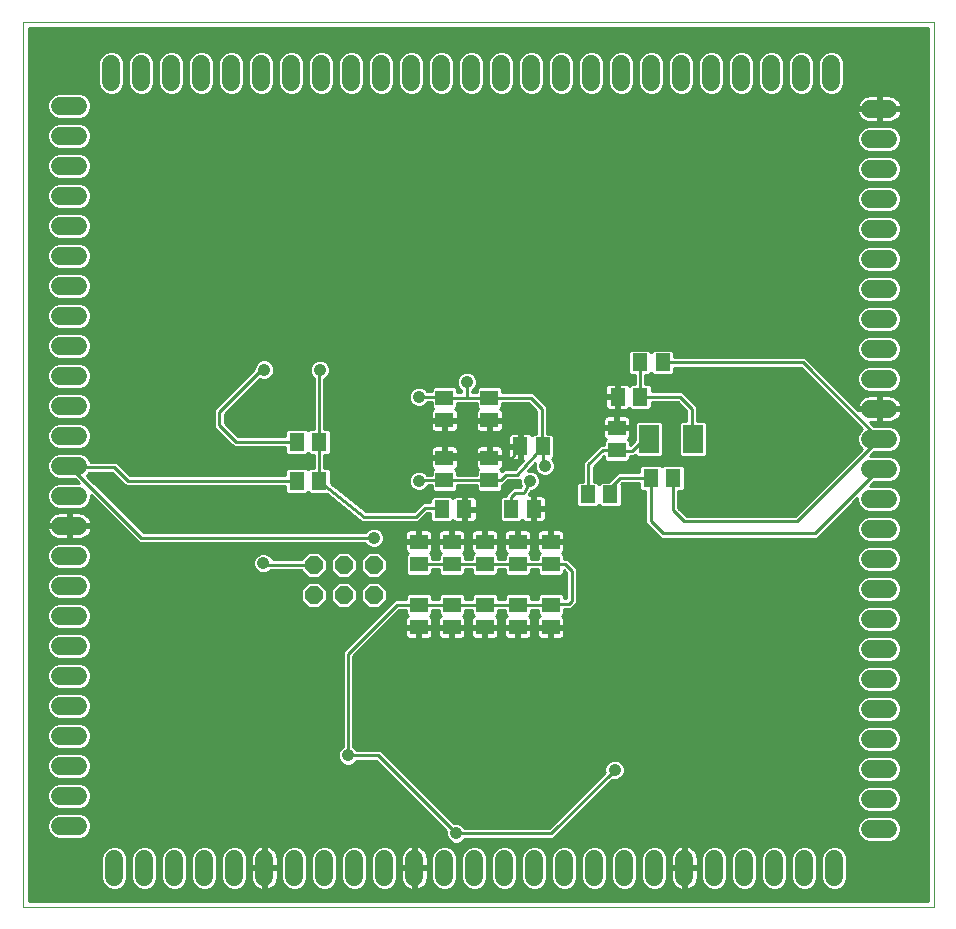
<source format=gbl>
G75*
%MOIN*%
%OFA0B0*%
%FSLAX25Y25*%
%IPPOS*%
%LPD*%
%AMOC8*
5,1,8,0,0,1.08239X$1,22.5*
%
%ADD10C,0.00000*%
%ADD11R,0.05118X0.05906*%
%ADD12R,0.05906X0.05118*%
%ADD13OC8,0.06000*%
%ADD14C,0.06000*%
%ADD15R,0.05118X0.06299*%
%ADD16R,0.06693X0.09449*%
%ADD17C,0.04156*%
%ADD18C,0.01000*%
%ADD19C,0.01600*%
D10*
X0001500Y0001500D02*
X0001500Y0296461D01*
X0305201Y0296461D01*
X0305201Y0001500D01*
X0001500Y0001500D01*
D11*
X0141217Y0134114D03*
X0148697Y0134114D03*
X0164283Y0134193D03*
X0171764Y0134193D03*
X0189760Y0139000D03*
X0197240Y0139000D03*
X0174740Y0155000D03*
X0167260Y0155000D03*
X0199760Y0171500D03*
X0207240Y0171500D03*
X0207260Y0183000D03*
X0214740Y0183000D03*
D12*
X0199500Y0161240D03*
X0199500Y0153760D03*
X0177500Y0123240D03*
X0177500Y0115760D03*
X0166500Y0115760D03*
X0166500Y0123240D03*
X0155500Y0123240D03*
X0155500Y0115760D03*
X0144500Y0115760D03*
X0144500Y0123240D03*
X0133500Y0123240D03*
X0133500Y0115760D03*
X0133500Y0102240D03*
X0133500Y0094760D03*
X0144500Y0094760D03*
X0144500Y0102240D03*
X0155500Y0102240D03*
X0155500Y0094760D03*
X0166500Y0094760D03*
X0166500Y0102240D03*
X0177500Y0102240D03*
X0177500Y0094760D03*
X0157000Y0143760D03*
X0157000Y0151240D03*
X0157000Y0163760D03*
X0157000Y0171240D03*
X0142000Y0171240D03*
X0142000Y0163760D03*
X0142000Y0151240D03*
X0142000Y0143760D03*
D13*
X0118500Y0115500D03*
X0118500Y0105500D03*
X0108500Y0105500D03*
X0108500Y0115500D03*
X0098500Y0115500D03*
X0098500Y0105500D03*
D14*
X0020000Y0108500D02*
X0014000Y0108500D01*
X0014000Y0098500D02*
X0020000Y0098500D01*
X0020000Y0088500D02*
X0014000Y0088500D01*
X0014000Y0078500D02*
X0020000Y0078500D01*
X0020000Y0068500D02*
X0014000Y0068500D01*
X0014000Y0058500D02*
X0020000Y0058500D01*
X0020000Y0048500D02*
X0014000Y0048500D01*
X0014000Y0038500D02*
X0020000Y0038500D01*
X0020000Y0028500D02*
X0014000Y0028500D01*
X0032000Y0017500D02*
X0032000Y0011500D01*
X0042000Y0011500D02*
X0042000Y0017500D01*
X0052000Y0017500D02*
X0052000Y0011500D01*
X0062000Y0011500D02*
X0062000Y0017500D01*
X0072000Y0017500D02*
X0072000Y0011500D01*
X0082000Y0011500D02*
X0082000Y0017500D01*
X0092000Y0017500D02*
X0092000Y0011500D01*
X0102000Y0011500D02*
X0102000Y0017500D01*
X0112000Y0017500D02*
X0112000Y0011500D01*
X0122000Y0011500D02*
X0122000Y0017500D01*
X0132000Y0017500D02*
X0132000Y0011500D01*
X0142000Y0011500D02*
X0142000Y0017500D01*
X0152000Y0017500D02*
X0152000Y0011500D01*
X0162000Y0011500D02*
X0162000Y0017500D01*
X0172000Y0017500D02*
X0172000Y0011500D01*
X0182000Y0011500D02*
X0182000Y0017500D01*
X0192000Y0017500D02*
X0192000Y0011500D01*
X0202000Y0011500D02*
X0202000Y0017500D01*
X0212000Y0017500D02*
X0212000Y0011500D01*
X0222000Y0011500D02*
X0222000Y0017500D01*
X0232000Y0017500D02*
X0232000Y0011500D01*
X0242000Y0011500D02*
X0242000Y0017500D01*
X0252000Y0017500D02*
X0252000Y0011500D01*
X0262000Y0011500D02*
X0262000Y0017500D01*
X0272000Y0017500D02*
X0272000Y0011500D01*
X0284000Y0027500D02*
X0290000Y0027500D01*
X0290000Y0037500D02*
X0284000Y0037500D01*
X0284000Y0047500D02*
X0290000Y0047500D01*
X0290000Y0057500D02*
X0284000Y0057500D01*
X0284000Y0067500D02*
X0290000Y0067500D01*
X0290000Y0077500D02*
X0284000Y0077500D01*
X0284000Y0087500D02*
X0290000Y0087500D01*
X0290000Y0097500D02*
X0284000Y0097500D01*
X0284000Y0107500D02*
X0290000Y0107500D01*
X0290000Y0117500D02*
X0284000Y0117500D01*
X0284000Y0127500D02*
X0290000Y0127500D01*
X0290000Y0137500D02*
X0284000Y0137500D01*
X0284000Y0147500D02*
X0290000Y0147500D01*
X0290000Y0157500D02*
X0284000Y0157500D01*
X0284000Y0167500D02*
X0290000Y0167500D01*
X0290000Y0177500D02*
X0284000Y0177500D01*
X0284000Y0187500D02*
X0290000Y0187500D01*
X0290000Y0197500D02*
X0284000Y0197500D01*
X0284000Y0207500D02*
X0290000Y0207500D01*
X0290000Y0217500D02*
X0284000Y0217500D01*
X0284000Y0227500D02*
X0290000Y0227500D01*
X0290000Y0237500D02*
X0284000Y0237500D01*
X0284000Y0247500D02*
X0290000Y0247500D01*
X0290000Y0257500D02*
X0284000Y0257500D01*
X0284000Y0267500D02*
X0290000Y0267500D01*
X0271000Y0276500D02*
X0271000Y0282500D01*
X0261000Y0282500D02*
X0261000Y0276500D01*
X0251000Y0276500D02*
X0251000Y0282500D01*
X0241000Y0282500D02*
X0241000Y0276500D01*
X0231000Y0276500D02*
X0231000Y0282500D01*
X0221000Y0282500D02*
X0221000Y0276500D01*
X0211000Y0276500D02*
X0211000Y0282500D01*
X0201000Y0282500D02*
X0201000Y0276500D01*
X0191000Y0276500D02*
X0191000Y0282500D01*
X0181000Y0282500D02*
X0181000Y0276500D01*
X0171000Y0276500D02*
X0171000Y0282500D01*
X0161000Y0282500D02*
X0161000Y0276500D01*
X0151000Y0276500D02*
X0151000Y0282500D01*
X0141000Y0282500D02*
X0141000Y0276500D01*
X0131000Y0276500D02*
X0131000Y0282500D01*
X0121000Y0282500D02*
X0121000Y0276500D01*
X0111000Y0276500D02*
X0111000Y0282500D01*
X0101000Y0282500D02*
X0101000Y0276500D01*
X0091000Y0276500D02*
X0091000Y0282500D01*
X0081000Y0282500D02*
X0081000Y0276500D01*
X0071000Y0276500D02*
X0071000Y0282500D01*
X0061000Y0282500D02*
X0061000Y0276500D01*
X0051000Y0276500D02*
X0051000Y0282500D01*
X0041000Y0282500D02*
X0041000Y0276500D01*
X0031000Y0276500D02*
X0031000Y0282500D01*
X0020000Y0268500D02*
X0014000Y0268500D01*
X0014000Y0258500D02*
X0020000Y0258500D01*
X0020000Y0248500D02*
X0014000Y0248500D01*
X0014000Y0238500D02*
X0020000Y0238500D01*
X0020000Y0228500D02*
X0014000Y0228500D01*
X0014000Y0218500D02*
X0020000Y0218500D01*
X0020000Y0208500D02*
X0014000Y0208500D01*
X0014000Y0198500D02*
X0020000Y0198500D01*
X0020000Y0188500D02*
X0014000Y0188500D01*
X0014000Y0178500D02*
X0020000Y0178500D01*
X0020000Y0168500D02*
X0014000Y0168500D01*
X0014000Y0158500D02*
X0020000Y0158500D01*
X0020000Y0148500D02*
X0014000Y0148500D01*
X0014000Y0138500D02*
X0020000Y0138500D01*
X0020000Y0128500D02*
X0014000Y0128500D01*
X0014000Y0118500D02*
X0020000Y0118500D01*
D15*
X0092760Y0143500D03*
X0100240Y0143500D03*
X0100240Y0156500D03*
X0092760Y0156500D03*
X0210760Y0144500D03*
X0218240Y0144500D03*
D16*
X0224783Y0157500D03*
X0210217Y0157500D03*
D17*
X0175500Y0148500D03*
X0170500Y0143500D03*
X0155500Y0134500D03*
X0149500Y0152500D03*
X0133500Y0151500D03*
X0133500Y0143500D03*
X0118500Y0124500D03*
X0081724Y0116080D03*
X0133500Y0171500D03*
X0149500Y0176500D03*
X0165500Y0162500D03*
X0121000Y0189000D03*
X0100500Y0180500D03*
X0081967Y0180604D03*
X0109912Y0051976D03*
X0146000Y0026000D03*
X0198769Y0047183D03*
D18*
X0177586Y0026000D01*
X0146000Y0026000D01*
X0120024Y0051976D01*
X0109912Y0051976D01*
X0109912Y0085912D01*
X0126240Y0102240D01*
X0133500Y0102240D01*
X0144500Y0102240D01*
X0155500Y0102240D01*
X0166500Y0102240D01*
X0177500Y0102240D01*
X0177760Y0102500D01*
X0183500Y0102500D01*
X0184500Y0103500D01*
X0184500Y0113500D01*
X0182240Y0115760D01*
X0177500Y0115760D01*
X0166500Y0115760D01*
X0155500Y0115760D01*
X0144500Y0115760D01*
X0133500Y0115760D01*
X0129247Y0115330D02*
X0122800Y0115330D01*
X0122800Y0114332D02*
X0129247Y0114332D01*
X0129247Y0113333D02*
X0122414Y0113333D01*
X0122800Y0113719D02*
X0120281Y0111200D01*
X0116719Y0111200D01*
X0114200Y0113719D01*
X0114200Y0117281D01*
X0116719Y0119800D01*
X0120281Y0119800D01*
X0122800Y0117281D01*
X0122800Y0113719D01*
X0121416Y0112335D02*
X0129575Y0112335D01*
X0129247Y0112662D02*
X0130009Y0111901D01*
X0136991Y0111901D01*
X0137753Y0112662D01*
X0137753Y0113960D01*
X0140247Y0113960D01*
X0140247Y0112662D01*
X0141009Y0111901D01*
X0147991Y0111901D01*
X0148753Y0112662D01*
X0148753Y0113960D01*
X0151247Y0113960D01*
X0151247Y0112662D01*
X0152009Y0111901D01*
X0158991Y0111901D01*
X0159753Y0112662D01*
X0159753Y0113960D01*
X0162247Y0113960D01*
X0162247Y0112662D01*
X0163009Y0111901D01*
X0169991Y0111901D01*
X0170753Y0112662D01*
X0170753Y0113960D01*
X0173247Y0113960D01*
X0173247Y0112662D01*
X0174009Y0111901D01*
X0180991Y0111901D01*
X0181753Y0112662D01*
X0181753Y0113702D01*
X0182700Y0112754D01*
X0182700Y0104300D01*
X0181753Y0104300D01*
X0181753Y0105338D01*
X0180991Y0106099D01*
X0174009Y0106099D01*
X0173247Y0105338D01*
X0173247Y0104040D01*
X0170753Y0104040D01*
X0170753Y0105338D01*
X0169991Y0106099D01*
X0163009Y0106099D01*
X0162247Y0105338D01*
X0162247Y0104040D01*
X0159753Y0104040D01*
X0159753Y0105338D01*
X0158991Y0106099D01*
X0152009Y0106099D01*
X0151247Y0105338D01*
X0151247Y0104040D01*
X0148753Y0104040D01*
X0148753Y0105338D01*
X0147991Y0106099D01*
X0141009Y0106099D01*
X0140247Y0105338D01*
X0140247Y0104040D01*
X0137753Y0104040D01*
X0137753Y0105338D01*
X0136991Y0106099D01*
X0130009Y0106099D01*
X0129247Y0105338D01*
X0129247Y0104040D01*
X0125495Y0104040D01*
X0124440Y0102986D01*
X0124440Y0102986D01*
X0109167Y0087712D01*
X0108112Y0086658D01*
X0108112Y0054887D01*
X0107999Y0054840D01*
X0107049Y0053890D01*
X0106535Y0052648D01*
X0106535Y0051305D01*
X0107049Y0050063D01*
X0107999Y0049113D01*
X0109241Y0048599D01*
X0110584Y0048599D01*
X0111826Y0049113D01*
X0112776Y0050063D01*
X0112823Y0050176D01*
X0119278Y0050176D01*
X0142669Y0026785D01*
X0142622Y0026672D01*
X0142622Y0025328D01*
X0143136Y0024087D01*
X0144087Y0023136D01*
X0145328Y0022622D01*
X0146672Y0022622D01*
X0147913Y0023136D01*
X0148864Y0024087D01*
X0148911Y0024200D01*
X0178332Y0024200D01*
X0197983Y0043852D01*
X0198097Y0043805D01*
X0199441Y0043805D01*
X0200682Y0044319D01*
X0201632Y0045269D01*
X0202147Y0046511D01*
X0202147Y0047854D01*
X0201632Y0049096D01*
X0200682Y0050046D01*
X0199441Y0050560D01*
X0198097Y0050560D01*
X0196855Y0050046D01*
X0195905Y0049096D01*
X0195391Y0047854D01*
X0195391Y0046511D01*
X0195438Y0046397D01*
X0176841Y0027800D01*
X0148911Y0027800D01*
X0148864Y0027913D01*
X0147913Y0028864D01*
X0146672Y0029378D01*
X0145328Y0029378D01*
X0145215Y0029331D01*
X0120769Y0053776D01*
X0112823Y0053776D01*
X0112776Y0053890D01*
X0111826Y0054840D01*
X0111712Y0054887D01*
X0111712Y0085167D01*
X0126986Y0100440D01*
X0129247Y0100440D01*
X0129247Y0099143D01*
X0129781Y0098609D01*
X0129626Y0098519D01*
X0129347Y0098240D01*
X0129149Y0097898D01*
X0129047Y0097516D01*
X0129047Y0095260D01*
X0133000Y0095260D01*
X0133000Y0094260D01*
X0129047Y0094260D01*
X0129047Y0092003D01*
X0129149Y0091622D01*
X0129347Y0091280D01*
X0129626Y0091000D01*
X0129968Y0090803D01*
X0130350Y0090701D01*
X0133000Y0090701D01*
X0133000Y0094260D01*
X0134000Y0094260D01*
X0134000Y0095260D01*
X0137953Y0095260D01*
X0137953Y0097516D01*
X0137851Y0097898D01*
X0137653Y0098240D01*
X0137374Y0098519D01*
X0137219Y0098609D01*
X0137753Y0099143D01*
X0137753Y0100440D01*
X0140247Y0100440D01*
X0140247Y0099143D01*
X0140781Y0098609D01*
X0140626Y0098519D01*
X0140347Y0098240D01*
X0140149Y0097898D01*
X0140047Y0097516D01*
X0140047Y0095260D01*
X0144000Y0095260D01*
X0144000Y0094260D01*
X0140047Y0094260D01*
X0140047Y0092003D01*
X0140149Y0091622D01*
X0140347Y0091280D01*
X0140626Y0091000D01*
X0140968Y0090803D01*
X0141350Y0090701D01*
X0144000Y0090701D01*
X0144000Y0094260D01*
X0145000Y0094260D01*
X0145000Y0095260D01*
X0148953Y0095260D01*
X0148953Y0097516D01*
X0148851Y0097898D01*
X0148653Y0098240D01*
X0148374Y0098519D01*
X0148219Y0098609D01*
X0148753Y0099143D01*
X0148753Y0100440D01*
X0151247Y0100440D01*
X0151247Y0099143D01*
X0151781Y0098609D01*
X0151626Y0098519D01*
X0151347Y0098240D01*
X0151149Y0097898D01*
X0151047Y0097516D01*
X0151047Y0095260D01*
X0155000Y0095260D01*
X0155000Y0094260D01*
X0151047Y0094260D01*
X0151047Y0092003D01*
X0151149Y0091622D01*
X0151347Y0091280D01*
X0151626Y0091000D01*
X0151968Y0090803D01*
X0152350Y0090701D01*
X0155000Y0090701D01*
X0155000Y0094260D01*
X0156000Y0094260D01*
X0156000Y0095260D01*
X0159953Y0095260D01*
X0159953Y0097516D01*
X0159851Y0097898D01*
X0159653Y0098240D01*
X0159374Y0098519D01*
X0159219Y0098609D01*
X0159753Y0099143D01*
X0159753Y0100440D01*
X0162247Y0100440D01*
X0162247Y0099143D01*
X0162781Y0098609D01*
X0162626Y0098519D01*
X0162347Y0098240D01*
X0162149Y0097898D01*
X0162047Y0097516D01*
X0162047Y0095260D01*
X0166000Y0095260D01*
X0166000Y0094260D01*
X0162047Y0094260D01*
X0162047Y0092003D01*
X0162149Y0091622D01*
X0162347Y0091280D01*
X0162626Y0091000D01*
X0162968Y0090803D01*
X0163350Y0090701D01*
X0166000Y0090701D01*
X0166000Y0094260D01*
X0167000Y0094260D01*
X0167000Y0095260D01*
X0170953Y0095260D01*
X0170953Y0097516D01*
X0170851Y0097898D01*
X0170653Y0098240D01*
X0170374Y0098519D01*
X0170219Y0098609D01*
X0170753Y0099143D01*
X0170753Y0100440D01*
X0173247Y0100440D01*
X0173247Y0099143D01*
X0173781Y0098609D01*
X0173626Y0098519D01*
X0173347Y0098240D01*
X0173149Y0097898D01*
X0173047Y0097516D01*
X0173047Y0095260D01*
X0177000Y0095260D01*
X0177000Y0094260D01*
X0173047Y0094260D01*
X0173047Y0092003D01*
X0173149Y0091622D01*
X0173347Y0091280D01*
X0173626Y0091000D01*
X0173968Y0090803D01*
X0174350Y0090701D01*
X0177000Y0090701D01*
X0177000Y0094260D01*
X0178000Y0094260D01*
X0178000Y0095260D01*
X0181953Y0095260D01*
X0181953Y0097516D01*
X0181851Y0097898D01*
X0181653Y0098240D01*
X0181374Y0098519D01*
X0181219Y0098609D01*
X0181753Y0099143D01*
X0181753Y0100700D01*
X0184246Y0100700D01*
X0185300Y0101754D01*
X0186300Y0102754D01*
X0186300Y0114246D01*
X0185246Y0115300D01*
X0182986Y0117560D01*
X0181753Y0117560D01*
X0181753Y0118857D01*
X0181219Y0119391D01*
X0181374Y0119481D01*
X0181653Y0119760D01*
X0181851Y0120102D01*
X0181953Y0120484D01*
X0181953Y0122740D01*
X0178000Y0122740D01*
X0178000Y0123740D01*
X0181953Y0123740D01*
X0181953Y0125997D01*
X0181851Y0126378D01*
X0181653Y0126720D01*
X0181374Y0126999D01*
X0181032Y0127197D01*
X0180650Y0127299D01*
X0178000Y0127299D01*
X0178000Y0123740D01*
X0177000Y0123740D01*
X0177000Y0122740D01*
X0173047Y0122740D01*
X0173047Y0120484D01*
X0173149Y0120102D01*
X0173347Y0119760D01*
X0173626Y0119481D01*
X0173781Y0119391D01*
X0173247Y0118857D01*
X0173247Y0117560D01*
X0170753Y0117560D01*
X0170753Y0118857D01*
X0170219Y0119391D01*
X0170374Y0119481D01*
X0170653Y0119760D01*
X0170851Y0120102D01*
X0170953Y0120484D01*
X0170953Y0122740D01*
X0167000Y0122740D01*
X0167000Y0123740D01*
X0170953Y0123740D01*
X0170953Y0125997D01*
X0170851Y0126378D01*
X0170653Y0126720D01*
X0170374Y0126999D01*
X0170032Y0127197D01*
X0169650Y0127299D01*
X0167000Y0127299D01*
X0167000Y0123740D01*
X0166000Y0123740D01*
X0166000Y0122740D01*
X0162047Y0122740D01*
X0162047Y0120484D01*
X0162149Y0120102D01*
X0162347Y0119760D01*
X0162626Y0119481D01*
X0162781Y0119391D01*
X0162247Y0118857D01*
X0162247Y0117560D01*
X0159753Y0117560D01*
X0159753Y0118857D01*
X0159219Y0119391D01*
X0159374Y0119481D01*
X0159653Y0119760D01*
X0159851Y0120102D01*
X0159953Y0120484D01*
X0159953Y0122740D01*
X0156000Y0122740D01*
X0156000Y0123740D01*
X0159953Y0123740D01*
X0159953Y0125997D01*
X0159851Y0126378D01*
X0159653Y0126720D01*
X0159374Y0126999D01*
X0159032Y0127197D01*
X0158650Y0127299D01*
X0156000Y0127299D01*
X0156000Y0123740D01*
X0155000Y0123740D01*
X0155000Y0122740D01*
X0151047Y0122740D01*
X0151047Y0120484D01*
X0151149Y0120102D01*
X0151347Y0119760D01*
X0151626Y0119481D01*
X0151781Y0119391D01*
X0151247Y0118857D01*
X0151247Y0117560D01*
X0148753Y0117560D01*
X0148753Y0118857D01*
X0148219Y0119391D01*
X0148374Y0119481D01*
X0148653Y0119760D01*
X0148851Y0120102D01*
X0148953Y0120484D01*
X0148953Y0122740D01*
X0145000Y0122740D01*
X0145000Y0123740D01*
X0148953Y0123740D01*
X0148953Y0125997D01*
X0148851Y0126378D01*
X0148653Y0126720D01*
X0148374Y0126999D01*
X0148032Y0127197D01*
X0147650Y0127299D01*
X0145000Y0127299D01*
X0145000Y0123740D01*
X0144000Y0123740D01*
X0144000Y0122740D01*
X0140047Y0122740D01*
X0140047Y0120484D01*
X0140149Y0120102D01*
X0140347Y0119760D01*
X0140626Y0119481D01*
X0140781Y0119391D01*
X0140247Y0118857D01*
X0140247Y0117560D01*
X0137753Y0117560D01*
X0137753Y0118857D01*
X0137219Y0119391D01*
X0137374Y0119481D01*
X0137653Y0119760D01*
X0137851Y0120102D01*
X0137953Y0120484D01*
X0137953Y0122740D01*
X0134000Y0122740D01*
X0134000Y0123740D01*
X0137953Y0123740D01*
X0137953Y0125997D01*
X0137851Y0126378D01*
X0137653Y0126720D01*
X0137374Y0126999D01*
X0137032Y0127197D01*
X0136650Y0127299D01*
X0134000Y0127299D01*
X0134000Y0123740D01*
X0133000Y0123740D01*
X0133000Y0122740D01*
X0129047Y0122740D01*
X0129047Y0120484D01*
X0129149Y0120102D01*
X0129347Y0119760D01*
X0129626Y0119481D01*
X0129781Y0119391D01*
X0129247Y0118857D01*
X0129247Y0112662D01*
X0129247Y0116329D02*
X0122800Y0116329D01*
X0122754Y0117327D02*
X0129247Y0117327D01*
X0129247Y0118326D02*
X0121755Y0118326D01*
X0120757Y0119324D02*
X0129714Y0119324D01*
X0129090Y0120323D02*
X0023899Y0120323D01*
X0023645Y0120936D02*
X0022436Y0122145D01*
X0020855Y0122800D01*
X0013145Y0122800D01*
X0011564Y0122145D01*
X0010355Y0120936D01*
X0009700Y0119355D01*
X0009700Y0117645D01*
X0010355Y0116064D01*
X0011564Y0114855D01*
X0013145Y0114200D01*
X0020855Y0114200D01*
X0022436Y0114855D01*
X0023645Y0116064D01*
X0024300Y0117645D01*
X0024300Y0119355D01*
X0023645Y0120936D01*
X0023260Y0121321D02*
X0117347Y0121321D01*
X0117828Y0121122D02*
X0119172Y0121122D01*
X0120413Y0121636D01*
X0121364Y0122587D01*
X0121878Y0123828D01*
X0121878Y0125172D01*
X0121364Y0126413D01*
X0120413Y0127364D01*
X0119172Y0127878D01*
X0117828Y0127878D01*
X0116587Y0127364D01*
X0115636Y0126413D01*
X0115589Y0126300D01*
X0041746Y0126300D01*
X0022813Y0145232D01*
X0023645Y0146064D01*
X0023702Y0146200D01*
X0031254Y0146200D01*
X0035754Y0141700D01*
X0088901Y0141700D01*
X0088901Y0139812D01*
X0089662Y0139050D01*
X0095857Y0139050D01*
X0096500Y0139693D01*
X0097143Y0139050D01*
X0102921Y0139050D01*
X0114038Y0130157D01*
X0114495Y0129700D01*
X0114609Y0129700D01*
X0114698Y0129629D01*
X0115340Y0129700D01*
X0133246Y0129700D01*
X0136246Y0132700D01*
X0137357Y0132700D01*
X0137357Y0130623D01*
X0138119Y0129861D01*
X0144314Y0129861D01*
X0144848Y0130395D01*
X0144938Y0130240D01*
X0145217Y0129961D01*
X0145559Y0129764D01*
X0145940Y0129661D01*
X0148197Y0129661D01*
X0148197Y0133614D01*
X0149197Y0133614D01*
X0149197Y0134614D01*
X0152756Y0134614D01*
X0152756Y0137264D01*
X0152654Y0137646D01*
X0152456Y0137988D01*
X0152177Y0138267D01*
X0151835Y0138465D01*
X0151453Y0138567D01*
X0149197Y0138567D01*
X0149197Y0134614D01*
X0148197Y0134614D01*
X0148197Y0138567D01*
X0145940Y0138567D01*
X0145559Y0138465D01*
X0145217Y0138267D01*
X0144938Y0137988D01*
X0144848Y0137833D01*
X0144314Y0138367D01*
X0138119Y0138367D01*
X0137357Y0137605D01*
X0137357Y0136300D01*
X0134754Y0136300D01*
X0133700Y0135246D01*
X0131754Y0133300D01*
X0115872Y0133300D01*
X0104099Y0142718D01*
X0104099Y0147188D01*
X0103338Y0147950D01*
X0102040Y0147950D01*
X0102040Y0152050D01*
X0103338Y0152050D01*
X0104099Y0152812D01*
X0104099Y0160188D01*
X0103338Y0160950D01*
X0102040Y0160950D01*
X0102040Y0177482D01*
X0102413Y0177636D01*
X0103364Y0178587D01*
X0103878Y0179828D01*
X0103878Y0181172D01*
X0103364Y0182413D01*
X0102413Y0183364D01*
X0101172Y0183878D01*
X0099828Y0183878D01*
X0098587Y0183364D01*
X0097636Y0182413D01*
X0097122Y0181172D01*
X0097122Y0179828D01*
X0097636Y0178587D01*
X0098440Y0177783D01*
X0098440Y0160950D01*
X0097143Y0160950D01*
X0096500Y0160307D01*
X0095857Y0160950D01*
X0089662Y0160950D01*
X0088901Y0160188D01*
X0088901Y0158300D01*
X0073246Y0158300D01*
X0068800Y0162746D01*
X0068800Y0165853D01*
X0080502Y0177555D01*
X0081295Y0177227D01*
X0082639Y0177227D01*
X0083881Y0177741D01*
X0084831Y0178691D01*
X0085345Y0179933D01*
X0085345Y0181276D01*
X0084831Y0182518D01*
X0083881Y0183468D01*
X0082639Y0183982D01*
X0081295Y0183982D01*
X0080054Y0183468D01*
X0079104Y0182518D01*
X0078589Y0181276D01*
X0078589Y0180734D01*
X0065200Y0167345D01*
X0065200Y0161254D01*
X0071754Y0154700D01*
X0088901Y0154700D01*
X0088901Y0152812D01*
X0089662Y0152050D01*
X0095857Y0152050D01*
X0096500Y0152693D01*
X0097143Y0152050D01*
X0098440Y0152050D01*
X0098440Y0147950D01*
X0097143Y0147950D01*
X0096500Y0147307D01*
X0095857Y0147950D01*
X0089662Y0147950D01*
X0088901Y0147188D01*
X0088901Y0145300D01*
X0037246Y0145300D01*
X0033800Y0148746D01*
X0032746Y0149800D01*
X0024116Y0149800D01*
X0023645Y0150936D01*
X0022436Y0152145D01*
X0020855Y0152800D01*
X0013145Y0152800D01*
X0011564Y0152145D01*
X0010355Y0150936D01*
X0009700Y0149355D01*
X0009700Y0147645D01*
X0010355Y0146064D01*
X0011564Y0144855D01*
X0013145Y0144200D01*
X0018754Y0144200D01*
X0020154Y0142800D01*
X0013145Y0142800D01*
X0011564Y0142145D01*
X0010355Y0140936D01*
X0009700Y0139355D01*
X0009700Y0137645D01*
X0010355Y0136064D01*
X0011564Y0134855D01*
X0013145Y0134200D01*
X0020855Y0134200D01*
X0022436Y0134855D01*
X0023645Y0136064D01*
X0024300Y0137645D01*
X0024300Y0138654D01*
X0040254Y0122700D01*
X0115589Y0122700D01*
X0115636Y0122587D01*
X0116587Y0121636D01*
X0117828Y0121122D01*
X0119653Y0121321D02*
X0129047Y0121321D01*
X0129047Y0122320D02*
X0121097Y0122320D01*
X0121667Y0123318D02*
X0133000Y0123318D01*
X0133000Y0123740D02*
X0129047Y0123740D01*
X0129047Y0125997D01*
X0129149Y0126378D01*
X0129347Y0126720D01*
X0129626Y0126999D01*
X0129968Y0127197D01*
X0130350Y0127299D01*
X0133000Y0127299D01*
X0133000Y0123740D01*
X0133000Y0124317D02*
X0134000Y0124317D01*
X0134000Y0125315D02*
X0133000Y0125315D01*
X0133000Y0126314D02*
X0134000Y0126314D01*
X0134000Y0123318D02*
X0144000Y0123318D01*
X0144000Y0123740D02*
X0140047Y0123740D01*
X0140047Y0125997D01*
X0140149Y0126378D01*
X0140347Y0126720D01*
X0140626Y0126999D01*
X0140968Y0127197D01*
X0141350Y0127299D01*
X0144000Y0127299D01*
X0144000Y0123740D01*
X0144000Y0124317D02*
X0145000Y0124317D01*
X0145000Y0125315D02*
X0144000Y0125315D01*
X0144000Y0126314D02*
X0145000Y0126314D01*
X0145000Y0123318D02*
X0155000Y0123318D01*
X0155000Y0123740D02*
X0151047Y0123740D01*
X0151047Y0125997D01*
X0151149Y0126378D01*
X0151347Y0126720D01*
X0151626Y0126999D01*
X0151968Y0127197D01*
X0152350Y0127299D01*
X0155000Y0127299D01*
X0155000Y0123740D01*
X0154697Y0124043D02*
X0155500Y0123240D01*
X0155500Y0134500D01*
X0155114Y0134114D01*
X0148697Y0134114D01*
X0149197Y0134302D02*
X0160424Y0134302D01*
X0160424Y0135301D02*
X0152756Y0135301D01*
X0152756Y0136299D02*
X0160424Y0136299D01*
X0160424Y0137298D02*
X0152747Y0137298D01*
X0152127Y0138296D02*
X0161036Y0138296D01*
X0161186Y0138446D02*
X0160424Y0137684D01*
X0160424Y0130702D01*
X0161186Y0129940D01*
X0167381Y0129940D01*
X0167915Y0130474D01*
X0168004Y0130319D01*
X0168284Y0130040D01*
X0168626Y0129842D01*
X0169007Y0129740D01*
X0171264Y0129740D01*
X0171264Y0133693D01*
X0172264Y0133693D01*
X0172264Y0134693D01*
X0175823Y0134693D01*
X0175823Y0137343D01*
X0175721Y0137725D01*
X0175523Y0138067D01*
X0175244Y0138346D01*
X0174902Y0138543D01*
X0174520Y0138646D01*
X0172264Y0138646D01*
X0172264Y0134693D01*
X0171264Y0134693D01*
X0171264Y0138646D01*
X0170191Y0138646D01*
X0170300Y0138754D01*
X0170300Y0139075D01*
X0170823Y0140122D01*
X0171172Y0140122D01*
X0172413Y0140636D01*
X0173364Y0141587D01*
X0173878Y0142828D01*
X0173878Y0144172D01*
X0173364Y0145413D01*
X0172413Y0146364D01*
X0171172Y0146878D01*
X0169888Y0146878D01*
X0172278Y0149549D01*
X0172122Y0149172D01*
X0172122Y0147828D01*
X0172636Y0146587D01*
X0173587Y0145636D01*
X0174828Y0145122D01*
X0176172Y0145122D01*
X0177413Y0145636D01*
X0178364Y0146587D01*
X0178878Y0147828D01*
X0178878Y0149172D01*
X0178364Y0150413D01*
X0177934Y0150843D01*
X0178599Y0151509D01*
X0178599Y0158491D01*
X0177838Y0159253D01*
X0176300Y0159253D01*
X0176300Y0168246D01*
X0175246Y0169300D01*
X0171505Y0173040D01*
X0161253Y0173040D01*
X0161253Y0174338D01*
X0160491Y0175099D01*
X0153509Y0175099D01*
X0152747Y0174338D01*
X0152747Y0173040D01*
X0151300Y0173040D01*
X0151300Y0173589D01*
X0151413Y0173636D01*
X0152364Y0174587D01*
X0152878Y0175828D01*
X0152878Y0177172D01*
X0152364Y0178413D01*
X0151413Y0179364D01*
X0150172Y0179878D01*
X0148828Y0179878D01*
X0147587Y0179364D01*
X0146636Y0178413D01*
X0146122Y0177172D01*
X0146122Y0175828D01*
X0146636Y0174587D01*
X0147587Y0173636D01*
X0147700Y0173589D01*
X0147700Y0173040D01*
X0146253Y0173040D01*
X0146253Y0174338D01*
X0145491Y0175099D01*
X0138509Y0175099D01*
X0137747Y0174338D01*
X0137747Y0173300D01*
X0136411Y0173300D01*
X0136364Y0173413D01*
X0135413Y0174364D01*
X0134172Y0174878D01*
X0132828Y0174878D01*
X0131587Y0174364D01*
X0130636Y0173413D01*
X0130122Y0172172D01*
X0130122Y0170828D01*
X0130636Y0169587D01*
X0131587Y0168636D01*
X0132828Y0168122D01*
X0134172Y0168122D01*
X0135413Y0168636D01*
X0136364Y0169587D01*
X0136411Y0169700D01*
X0137747Y0169700D01*
X0137747Y0168143D01*
X0138281Y0167609D01*
X0138126Y0167519D01*
X0137847Y0167240D01*
X0137649Y0166898D01*
X0137547Y0166516D01*
X0137547Y0164260D01*
X0141500Y0164260D01*
X0141500Y0163260D01*
X0137547Y0163260D01*
X0137547Y0161003D01*
X0137649Y0160622D01*
X0137847Y0160280D01*
X0138126Y0160000D01*
X0138468Y0159803D01*
X0138850Y0159701D01*
X0141500Y0159701D01*
X0141500Y0163260D01*
X0142500Y0163260D01*
X0142500Y0164260D01*
X0146453Y0164260D01*
X0146453Y0166516D01*
X0146351Y0166898D01*
X0146153Y0167240D01*
X0145874Y0167519D01*
X0145719Y0167609D01*
X0146253Y0168143D01*
X0146253Y0169440D01*
X0152747Y0169440D01*
X0152747Y0168143D01*
X0153281Y0167609D01*
X0153126Y0167519D01*
X0152847Y0167240D01*
X0152649Y0166898D01*
X0152547Y0166516D01*
X0152547Y0164260D01*
X0156500Y0164260D01*
X0156500Y0163260D01*
X0152547Y0163260D01*
X0152547Y0161003D01*
X0152649Y0160622D01*
X0152847Y0160280D01*
X0153126Y0160000D01*
X0153468Y0159803D01*
X0153850Y0159701D01*
X0156500Y0159701D01*
X0156500Y0163260D01*
X0157500Y0163260D01*
X0157500Y0164260D01*
X0161453Y0164260D01*
X0161453Y0166516D01*
X0161351Y0166898D01*
X0161153Y0167240D01*
X0160874Y0167519D01*
X0160719Y0167609D01*
X0161253Y0168143D01*
X0161253Y0169440D01*
X0170014Y0169440D01*
X0172700Y0166754D01*
X0172700Y0159253D01*
X0171643Y0159253D01*
X0171109Y0158719D01*
X0171019Y0158874D01*
X0170740Y0159153D01*
X0170398Y0159351D01*
X0170016Y0159453D01*
X0167760Y0159453D01*
X0167760Y0155500D01*
X0166760Y0155500D01*
X0166760Y0159453D01*
X0164503Y0159453D01*
X0164122Y0159351D01*
X0163780Y0159153D01*
X0163500Y0158874D01*
X0163303Y0158532D01*
X0163201Y0158150D01*
X0163201Y0155500D01*
X0166760Y0155500D01*
X0166760Y0154500D01*
X0167760Y0154500D01*
X0167760Y0150547D01*
X0168341Y0150547D01*
X0165435Y0147300D01*
X0161754Y0147300D01*
X0161253Y0146798D01*
X0161253Y0146857D01*
X0160719Y0147391D01*
X0160874Y0147481D01*
X0161153Y0147760D01*
X0161351Y0148102D01*
X0161453Y0148484D01*
X0161453Y0150740D01*
X0157500Y0150740D01*
X0157500Y0151740D01*
X0161453Y0151740D01*
X0161453Y0153997D01*
X0161351Y0154378D01*
X0161153Y0154720D01*
X0160874Y0154999D01*
X0160532Y0155197D01*
X0160150Y0155299D01*
X0157500Y0155299D01*
X0157500Y0151740D01*
X0156500Y0151740D01*
X0156500Y0150740D01*
X0152547Y0150740D01*
X0152547Y0148484D01*
X0152649Y0148102D01*
X0152847Y0147760D01*
X0153126Y0147481D01*
X0153281Y0147391D01*
X0152747Y0146857D01*
X0152747Y0145560D01*
X0146253Y0145560D01*
X0146253Y0146857D01*
X0145719Y0147391D01*
X0145874Y0147481D01*
X0146153Y0147760D01*
X0146351Y0148102D01*
X0146453Y0148484D01*
X0146453Y0150740D01*
X0142500Y0150740D01*
X0142500Y0151740D01*
X0146453Y0151740D01*
X0146453Y0153997D01*
X0146351Y0154378D01*
X0146153Y0154720D01*
X0145874Y0154999D01*
X0145532Y0155197D01*
X0145150Y0155299D01*
X0142500Y0155299D01*
X0142500Y0151740D01*
X0141500Y0151740D01*
X0141500Y0150740D01*
X0137547Y0150740D01*
X0137547Y0148484D01*
X0137649Y0148102D01*
X0137847Y0147760D01*
X0138126Y0147481D01*
X0138281Y0147391D01*
X0137747Y0146857D01*
X0137747Y0145560D01*
X0136217Y0145560D01*
X0135413Y0146364D01*
X0134172Y0146878D01*
X0132828Y0146878D01*
X0131587Y0146364D01*
X0130636Y0145413D01*
X0130122Y0144172D01*
X0130122Y0142828D01*
X0130636Y0141587D01*
X0131587Y0140636D01*
X0132828Y0140122D01*
X0134172Y0140122D01*
X0135413Y0140636D01*
X0136364Y0141587D01*
X0136518Y0141960D01*
X0137747Y0141960D01*
X0137747Y0140662D01*
X0138509Y0139901D01*
X0145491Y0139901D01*
X0146253Y0140662D01*
X0146253Y0141960D01*
X0152747Y0141960D01*
X0152747Y0140662D01*
X0153509Y0139901D01*
X0160491Y0139901D01*
X0161253Y0140662D01*
X0161253Y0141960D01*
X0161505Y0141960D01*
X0163246Y0143700D01*
X0165552Y0143700D01*
X0165596Y0143661D01*
X0166290Y0143700D01*
X0166986Y0143700D01*
X0167027Y0143741D01*
X0167084Y0143744D01*
X0167122Y0143786D01*
X0167122Y0142828D01*
X0167589Y0141702D01*
X0167388Y0141300D01*
X0164754Y0141300D01*
X0163700Y0140246D01*
X0162483Y0139029D01*
X0162483Y0138446D01*
X0161186Y0138446D01*
X0162749Y0139295D02*
X0108378Y0139295D01*
X0107130Y0140293D02*
X0132415Y0140293D01*
X0130931Y0141292D02*
X0105882Y0141292D01*
X0104634Y0142290D02*
X0130345Y0142290D01*
X0130122Y0143289D02*
X0104099Y0143289D01*
X0104099Y0144287D02*
X0130170Y0144287D01*
X0130583Y0145286D02*
X0104099Y0145286D01*
X0104099Y0146284D02*
X0131507Y0146284D01*
X0133760Y0143760D02*
X0142000Y0143760D01*
X0157000Y0143760D01*
X0160760Y0143760D01*
X0162500Y0145500D01*
X0166240Y0145500D01*
X0174740Y0155000D01*
X0174740Y0149260D01*
X0175500Y0148500D01*
X0178652Y0147283D02*
X0188200Y0147283D01*
X0188200Y0148281D02*
X0178878Y0148281D01*
X0178833Y0149280D02*
X0188200Y0149280D01*
X0188200Y0149746D02*
X0188200Y0143253D01*
X0186662Y0143253D01*
X0185901Y0142491D01*
X0185901Y0135509D01*
X0186662Y0134747D01*
X0192857Y0134747D01*
X0193500Y0135390D01*
X0194143Y0134747D01*
X0200338Y0134747D01*
X0201099Y0135509D01*
X0201099Y0142491D01*
X0201068Y0142522D01*
X0201246Y0142700D01*
X0206901Y0142700D01*
X0206901Y0140812D01*
X0207662Y0140050D01*
X0208960Y0140050D01*
X0208960Y0129495D01*
X0213200Y0125254D01*
X0214254Y0124200D01*
X0266246Y0124200D01*
X0279700Y0137654D01*
X0279700Y0136645D01*
X0280355Y0135064D01*
X0281564Y0133855D01*
X0283145Y0133200D01*
X0290855Y0133200D01*
X0292436Y0133855D01*
X0293645Y0135064D01*
X0294300Y0136645D01*
X0294300Y0138355D01*
X0293645Y0139936D01*
X0292436Y0141145D01*
X0290855Y0141800D01*
X0283846Y0141800D01*
X0285246Y0143200D01*
X0290855Y0143200D01*
X0292436Y0143855D01*
X0293645Y0145064D01*
X0294300Y0146645D01*
X0294300Y0148355D01*
X0293645Y0149936D01*
X0292436Y0151145D01*
X0290855Y0151800D01*
X0283846Y0151800D01*
X0285246Y0153200D01*
X0290855Y0153200D01*
X0292436Y0153855D01*
X0293645Y0155064D01*
X0294300Y0156645D01*
X0294300Y0158355D01*
X0293645Y0159936D01*
X0292436Y0161145D01*
X0290855Y0161800D01*
X0285246Y0161800D01*
X0284046Y0163000D01*
X0286500Y0163000D01*
X0286500Y0167000D01*
X0280046Y0167000D01*
X0262246Y0184800D01*
X0218599Y0184800D01*
X0218599Y0186491D01*
X0217838Y0187253D01*
X0211643Y0187253D01*
X0211000Y0186610D01*
X0210357Y0187253D01*
X0204162Y0187253D01*
X0203401Y0186491D01*
X0203401Y0179509D01*
X0204162Y0178747D01*
X0205460Y0178747D01*
X0205460Y0175753D01*
X0204143Y0175753D01*
X0203609Y0175219D01*
X0203519Y0175374D01*
X0203240Y0175653D01*
X0202898Y0175851D01*
X0202516Y0175953D01*
X0200260Y0175953D01*
X0200260Y0172000D01*
X0199260Y0172000D01*
X0199260Y0175953D01*
X0197003Y0175953D01*
X0196622Y0175851D01*
X0196280Y0175653D01*
X0196000Y0175374D01*
X0195803Y0175032D01*
X0195701Y0174650D01*
X0195701Y0172000D01*
X0199260Y0172000D01*
X0199260Y0171000D01*
X0200260Y0171000D01*
X0200260Y0167047D01*
X0202516Y0167047D01*
X0202898Y0167149D01*
X0203240Y0167347D01*
X0203519Y0167626D01*
X0203609Y0167781D01*
X0204143Y0167247D01*
X0210338Y0167247D01*
X0211099Y0168009D01*
X0211099Y0169700D01*
X0219754Y0169700D01*
X0222700Y0166754D01*
X0222700Y0163524D01*
X0220899Y0163524D01*
X0220137Y0162763D01*
X0220137Y0152237D01*
X0220899Y0151476D01*
X0228668Y0151476D01*
X0229430Y0152237D01*
X0229430Y0162763D01*
X0228668Y0163524D01*
X0226300Y0163524D01*
X0226300Y0168246D01*
X0225246Y0169300D01*
X0221246Y0173300D01*
X0211099Y0173300D01*
X0211099Y0174991D01*
X0210338Y0175753D01*
X0209060Y0175753D01*
X0209060Y0178747D01*
X0210357Y0178747D01*
X0211000Y0179390D01*
X0211643Y0178747D01*
X0217838Y0178747D01*
X0218599Y0179509D01*
X0218599Y0181200D01*
X0260754Y0181200D01*
X0281187Y0160768D01*
X0280355Y0159936D01*
X0279700Y0158355D01*
X0279700Y0156645D01*
X0280355Y0155064D01*
X0281187Y0154232D01*
X0258754Y0131800D01*
X0222746Y0131800D01*
X0220040Y0134505D01*
X0220040Y0140050D01*
X0221338Y0140050D01*
X0222099Y0140812D01*
X0222099Y0148188D01*
X0221338Y0148950D01*
X0215143Y0148950D01*
X0214500Y0148307D01*
X0213857Y0148950D01*
X0207662Y0148950D01*
X0206901Y0148188D01*
X0206901Y0146300D01*
X0199754Y0146300D01*
X0198700Y0145246D01*
X0196707Y0143253D01*
X0194143Y0143253D01*
X0193500Y0142610D01*
X0192857Y0143253D01*
X0191800Y0143253D01*
X0191800Y0148254D01*
X0195247Y0151702D01*
X0195247Y0150662D01*
X0196009Y0149901D01*
X0202991Y0149901D01*
X0203753Y0150662D01*
X0203753Y0151700D01*
X0205246Y0151700D01*
X0205676Y0152131D01*
X0206332Y0151476D01*
X0214101Y0151476D01*
X0214863Y0152237D01*
X0214863Y0162763D01*
X0214101Y0163524D01*
X0206332Y0163524D01*
X0205570Y0162763D01*
X0205570Y0157116D01*
X0203754Y0155300D01*
X0203753Y0155300D01*
X0203753Y0156857D01*
X0203219Y0157391D01*
X0203374Y0157481D01*
X0203653Y0157760D01*
X0203851Y0158102D01*
X0203953Y0158484D01*
X0203953Y0160740D01*
X0200000Y0160740D01*
X0200000Y0161740D01*
X0203953Y0161740D01*
X0203953Y0163997D01*
X0203851Y0164378D01*
X0203653Y0164720D01*
X0203374Y0164999D01*
X0203032Y0165197D01*
X0202650Y0165299D01*
X0200000Y0165299D01*
X0200000Y0161740D01*
X0199000Y0161740D01*
X0199000Y0160740D01*
X0195047Y0160740D01*
X0195047Y0158484D01*
X0195149Y0158102D01*
X0195347Y0157760D01*
X0195626Y0157481D01*
X0195781Y0157391D01*
X0195247Y0156857D01*
X0195247Y0155560D01*
X0194014Y0155560D01*
X0188200Y0149746D01*
X0188733Y0150278D02*
X0178420Y0150278D01*
X0178367Y0151277D02*
X0189731Y0151277D01*
X0190730Y0152275D02*
X0178599Y0152275D01*
X0178599Y0153274D02*
X0191728Y0153274D01*
X0192727Y0154272D02*
X0178599Y0154272D01*
X0178599Y0155271D02*
X0193725Y0155271D01*
X0195247Y0156269D02*
X0178599Y0156269D01*
X0178599Y0157268D02*
X0195658Y0157268D01*
X0195105Y0158266D02*
X0178599Y0158266D01*
X0176300Y0159265D02*
X0195047Y0159265D01*
X0195047Y0160263D02*
X0176300Y0160263D01*
X0176300Y0161262D02*
X0199000Y0161262D01*
X0199000Y0161740D02*
X0195047Y0161740D01*
X0195047Y0163997D01*
X0195149Y0164378D01*
X0195347Y0164720D01*
X0195626Y0164999D01*
X0195968Y0165197D01*
X0196350Y0165299D01*
X0199000Y0165299D01*
X0199000Y0161740D01*
X0199000Y0162260D02*
X0200000Y0162260D01*
X0200000Y0161262D02*
X0205570Y0161262D01*
X0205570Y0162260D02*
X0203953Y0162260D01*
X0203953Y0163259D02*
X0206066Y0163259D01*
X0203883Y0164257D02*
X0222700Y0164257D01*
X0222700Y0165256D02*
X0202812Y0165256D01*
X0203077Y0167253D02*
X0204137Y0167253D01*
X0200260Y0167253D02*
X0199260Y0167253D01*
X0199260Y0167047D02*
X0199260Y0171000D01*
X0195701Y0171000D01*
X0195701Y0168350D01*
X0195803Y0167968D01*
X0196000Y0167626D01*
X0196280Y0167347D01*
X0196622Y0167149D01*
X0197003Y0167047D01*
X0199260Y0167047D01*
X0199260Y0168251D02*
X0200260Y0168251D01*
X0200260Y0169250D02*
X0199260Y0169250D01*
X0199260Y0170248D02*
X0200260Y0170248D01*
X0199500Y0171240D02*
X0199760Y0171500D01*
X0199500Y0171240D02*
X0199500Y0161240D01*
X0199000Y0163259D02*
X0200000Y0163259D01*
X0200000Y0164257D02*
X0199000Y0164257D01*
X0199000Y0165256D02*
X0200000Y0165256D01*
X0196188Y0165256D02*
X0176300Y0165256D01*
X0176300Y0166254D02*
X0222700Y0166254D01*
X0222202Y0167253D02*
X0210343Y0167253D01*
X0211099Y0168251D02*
X0221203Y0168251D01*
X0220205Y0169250D02*
X0211099Y0169250D01*
X0207260Y0171520D02*
X0207240Y0171500D01*
X0220500Y0171500D01*
X0224500Y0167500D01*
X0224500Y0157783D01*
X0224783Y0157500D01*
X0229430Y0157268D02*
X0279700Y0157268D01*
X0279700Y0158266D02*
X0229430Y0158266D01*
X0229430Y0159265D02*
X0280077Y0159265D01*
X0280682Y0160263D02*
X0229430Y0160263D01*
X0229430Y0161262D02*
X0280693Y0161262D01*
X0279694Y0162260D02*
X0229430Y0162260D01*
X0228934Y0163259D02*
X0278696Y0163259D01*
X0277697Y0164257D02*
X0226300Y0164257D01*
X0226300Y0165256D02*
X0276699Y0165256D01*
X0275700Y0166254D02*
X0226300Y0166254D01*
X0226300Y0167253D02*
X0274702Y0167253D01*
X0273703Y0168251D02*
X0226294Y0168251D01*
X0225296Y0169250D02*
X0272705Y0169250D01*
X0271706Y0170248D02*
X0224297Y0170248D01*
X0223299Y0171247D02*
X0270707Y0171247D01*
X0269709Y0172245D02*
X0222300Y0172245D01*
X0221302Y0173244D02*
X0268710Y0173244D01*
X0267712Y0174242D02*
X0211099Y0174242D01*
X0210849Y0175241D02*
X0266713Y0175241D01*
X0265715Y0176239D02*
X0209060Y0176239D01*
X0209060Y0177238D02*
X0264716Y0177238D01*
X0263718Y0178237D02*
X0209060Y0178237D01*
X0210845Y0179235D02*
X0211155Y0179235D01*
X0214740Y0183000D02*
X0261500Y0183000D01*
X0287000Y0157500D01*
X0259500Y0130000D01*
X0222000Y0130000D01*
X0218240Y0133760D01*
X0218240Y0144500D01*
X0222099Y0144287D02*
X0271242Y0144287D01*
X0272240Y0145286D02*
X0222099Y0145286D01*
X0222099Y0146284D02*
X0273239Y0146284D01*
X0274237Y0147283D02*
X0222099Y0147283D01*
X0222006Y0148281D02*
X0275236Y0148281D01*
X0276234Y0149280D02*
X0192825Y0149280D01*
X0193824Y0150278D02*
X0195631Y0150278D01*
X0195247Y0151277D02*
X0194822Y0151277D01*
X0194760Y0153760D02*
X0190000Y0149000D01*
X0190000Y0139240D01*
X0189760Y0139000D01*
X0185901Y0139295D02*
X0170410Y0139295D01*
X0171264Y0138296D02*
X0172264Y0138296D01*
X0172264Y0137298D02*
X0171264Y0137298D01*
X0171264Y0136299D02*
X0172264Y0136299D01*
X0172264Y0135301D02*
X0171264Y0135301D01*
X0171764Y0134193D02*
X0175807Y0134193D01*
X0177500Y0132500D01*
X0177500Y0123240D01*
X0166500Y0123240D01*
X0155500Y0123240D01*
X0144500Y0123240D01*
X0133500Y0123240D01*
X0137953Y0122320D02*
X0140047Y0122320D01*
X0140047Y0121321D02*
X0137953Y0121321D01*
X0137910Y0120323D02*
X0140090Y0120323D01*
X0140714Y0119324D02*
X0137286Y0119324D01*
X0137753Y0118326D02*
X0140247Y0118326D01*
X0140247Y0113333D02*
X0137753Y0113333D01*
X0137425Y0112335D02*
X0140575Y0112335D01*
X0140255Y0105345D02*
X0137745Y0105345D01*
X0137753Y0104347D02*
X0140247Y0104347D01*
X0140247Y0100353D02*
X0137753Y0100353D01*
X0137753Y0099354D02*
X0140247Y0099354D01*
X0140463Y0098356D02*
X0137537Y0098356D01*
X0137953Y0097357D02*
X0140047Y0097357D01*
X0140047Y0096359D02*
X0137953Y0096359D01*
X0137953Y0095360D02*
X0140047Y0095360D01*
X0140047Y0093363D02*
X0137953Y0093363D01*
X0137953Y0094260D02*
X0137953Y0092003D01*
X0137851Y0091622D01*
X0137653Y0091280D01*
X0137374Y0091000D01*
X0137032Y0090803D01*
X0136650Y0090701D01*
X0134000Y0090701D01*
X0134000Y0094260D01*
X0137953Y0094260D01*
X0137953Y0092365D02*
X0140047Y0092365D01*
X0140297Y0091366D02*
X0137703Y0091366D01*
X0134000Y0091366D02*
X0133000Y0091366D01*
X0133000Y0092365D02*
X0134000Y0092365D01*
X0134000Y0093363D02*
X0133000Y0093363D01*
X0133000Y0094362D02*
X0120907Y0094362D01*
X0121906Y0095360D02*
X0129047Y0095360D01*
X0129047Y0096359D02*
X0122904Y0096359D01*
X0123903Y0097357D02*
X0129047Y0097357D01*
X0129463Y0098356D02*
X0124901Y0098356D01*
X0125900Y0099354D02*
X0129247Y0099354D01*
X0129247Y0100353D02*
X0126898Y0100353D01*
X0124803Y0103348D02*
X0122429Y0103348D01*
X0122800Y0103719D02*
X0120281Y0101200D01*
X0116719Y0101200D01*
X0114200Y0103719D01*
X0114200Y0107281D01*
X0116719Y0109800D01*
X0120281Y0109800D01*
X0122800Y0107281D01*
X0122800Y0103719D01*
X0122800Y0104347D02*
X0129247Y0104347D01*
X0129255Y0105345D02*
X0122800Y0105345D01*
X0122800Y0106344D02*
X0182700Y0106344D01*
X0182700Y0107342D02*
X0122739Y0107342D01*
X0121740Y0108341D02*
X0182700Y0108341D01*
X0182700Y0109339D02*
X0120742Y0109339D01*
X0120417Y0111336D02*
X0182700Y0111336D01*
X0182700Y0110338D02*
X0023893Y0110338D01*
X0023645Y0110936D02*
X0022436Y0112145D01*
X0020855Y0112800D01*
X0013145Y0112800D01*
X0011564Y0112145D01*
X0010355Y0110936D01*
X0009700Y0109355D01*
X0009700Y0107645D01*
X0010355Y0106064D01*
X0011564Y0104855D01*
X0013145Y0104200D01*
X0020855Y0104200D01*
X0022436Y0104855D01*
X0023645Y0106064D01*
X0024300Y0107645D01*
X0024300Y0109355D01*
X0023645Y0110936D01*
X0023245Y0111336D02*
X0096583Y0111336D01*
X0096719Y0111200D02*
X0100281Y0111200D01*
X0102800Y0113719D01*
X0102800Y0117281D01*
X0100281Y0119800D01*
X0096719Y0119800D01*
X0094219Y0117300D01*
X0084875Y0117300D01*
X0084588Y0117993D01*
X0083638Y0118943D01*
X0082396Y0119458D01*
X0081052Y0119458D01*
X0079811Y0118943D01*
X0078861Y0117993D01*
X0078346Y0116752D01*
X0078346Y0115408D01*
X0078861Y0114166D01*
X0079811Y0113216D01*
X0081052Y0112702D01*
X0082396Y0112702D01*
X0083638Y0113216D01*
X0084122Y0113700D01*
X0094219Y0113700D01*
X0096719Y0111200D01*
X0096719Y0109800D02*
X0094200Y0107281D01*
X0094200Y0103719D01*
X0096719Y0101200D01*
X0100281Y0101200D01*
X0102800Y0103719D01*
X0102800Y0107281D01*
X0100281Y0109800D01*
X0096719Y0109800D01*
X0096258Y0109339D02*
X0024300Y0109339D01*
X0024300Y0108341D02*
X0095260Y0108341D01*
X0094261Y0107342D02*
X0024175Y0107342D01*
X0023761Y0106344D02*
X0094200Y0106344D01*
X0094200Y0105345D02*
X0022926Y0105345D01*
X0021209Y0104347D02*
X0094200Y0104347D01*
X0094571Y0103348D02*
X0003500Y0103348D01*
X0003500Y0102350D02*
X0012057Y0102350D01*
X0011564Y0102145D02*
X0010355Y0100936D01*
X0009700Y0099355D01*
X0009700Y0097645D01*
X0010355Y0096064D01*
X0011564Y0094855D01*
X0013145Y0094200D01*
X0020855Y0094200D01*
X0022436Y0094855D01*
X0023645Y0096064D01*
X0024300Y0097645D01*
X0024300Y0099355D01*
X0023645Y0100936D01*
X0022436Y0102145D01*
X0020855Y0102800D01*
X0013145Y0102800D01*
X0011564Y0102145D01*
X0010770Y0101351D02*
X0003500Y0101351D01*
X0003500Y0100353D02*
X0010113Y0100353D01*
X0009700Y0099354D02*
X0003500Y0099354D01*
X0003500Y0098356D02*
X0009700Y0098356D01*
X0009819Y0097357D02*
X0003500Y0097357D01*
X0003500Y0096359D02*
X0010233Y0096359D01*
X0011059Y0095360D02*
X0003500Y0095360D01*
X0003500Y0094362D02*
X0012755Y0094362D01*
X0013145Y0092800D02*
X0011564Y0092145D01*
X0010355Y0090936D01*
X0009700Y0089355D01*
X0009700Y0087645D01*
X0010355Y0086064D01*
X0011564Y0084855D01*
X0013145Y0084200D01*
X0020855Y0084200D01*
X0022436Y0084855D01*
X0023645Y0086064D01*
X0024300Y0087645D01*
X0024300Y0089355D01*
X0023645Y0090936D01*
X0022436Y0092145D01*
X0020855Y0092800D01*
X0013145Y0092800D01*
X0012093Y0092365D02*
X0003500Y0092365D01*
X0003500Y0093363D02*
X0114817Y0093363D01*
X0113819Y0092365D02*
X0021907Y0092365D01*
X0023215Y0091366D02*
X0112820Y0091366D01*
X0111822Y0090368D02*
X0023881Y0090368D01*
X0024294Y0089369D02*
X0110823Y0089369D01*
X0109825Y0088370D02*
X0024300Y0088370D01*
X0024187Y0087372D02*
X0108826Y0087372D01*
X0109167Y0087712D02*
X0109167Y0087712D01*
X0108112Y0086373D02*
X0023773Y0086373D01*
X0022956Y0085375D02*
X0108112Y0085375D01*
X0108112Y0084376D02*
X0021281Y0084376D01*
X0020855Y0082800D02*
X0022436Y0082145D01*
X0023645Y0080936D01*
X0024300Y0079355D01*
X0024300Y0077645D01*
X0023645Y0076064D01*
X0022436Y0074855D01*
X0020855Y0074200D01*
X0013145Y0074200D01*
X0011564Y0074855D01*
X0010355Y0076064D01*
X0009700Y0077645D01*
X0009700Y0079355D01*
X0010355Y0080936D01*
X0011564Y0082145D01*
X0013145Y0082800D01*
X0020855Y0082800D01*
X0021871Y0082379D02*
X0108112Y0082379D01*
X0108112Y0081381D02*
X0023200Y0081381D01*
X0023875Y0080382D02*
X0108112Y0080382D01*
X0108112Y0079384D02*
X0024288Y0079384D01*
X0024300Y0078385D02*
X0108112Y0078385D01*
X0108112Y0077387D02*
X0024193Y0077387D01*
X0023780Y0076388D02*
X0108112Y0076388D01*
X0108112Y0075390D02*
X0022971Y0075390D01*
X0021317Y0074391D02*
X0108112Y0074391D01*
X0108112Y0073393D02*
X0003500Y0073393D01*
X0003500Y0074391D02*
X0012683Y0074391D01*
X0013145Y0072800D02*
X0011564Y0072145D01*
X0010355Y0070936D01*
X0009700Y0069355D01*
X0009700Y0067645D01*
X0010355Y0066064D01*
X0011564Y0064855D01*
X0013145Y0064200D01*
X0020855Y0064200D01*
X0022436Y0064855D01*
X0023645Y0066064D01*
X0024300Y0067645D01*
X0024300Y0069355D01*
X0023645Y0070936D01*
X0022436Y0072145D01*
X0020855Y0072800D01*
X0013145Y0072800D01*
X0012165Y0072394D02*
X0003500Y0072394D01*
X0003500Y0071396D02*
X0010815Y0071396D01*
X0010132Y0070397D02*
X0003500Y0070397D01*
X0003500Y0069399D02*
X0009718Y0069399D01*
X0009700Y0068400D02*
X0003500Y0068400D01*
X0003500Y0067402D02*
X0009801Y0067402D01*
X0010214Y0066403D02*
X0003500Y0066403D01*
X0003500Y0065405D02*
X0011014Y0065405D01*
X0012647Y0064406D02*
X0003500Y0064406D01*
X0003500Y0063408D02*
X0108112Y0063408D01*
X0108112Y0064406D02*
X0021353Y0064406D01*
X0020855Y0062800D02*
X0022436Y0062145D01*
X0023645Y0060936D01*
X0024300Y0059355D01*
X0024300Y0057645D01*
X0023645Y0056064D01*
X0022436Y0054855D01*
X0020855Y0054200D01*
X0013145Y0054200D01*
X0011564Y0054855D01*
X0010355Y0056064D01*
X0009700Y0057645D01*
X0009700Y0059355D01*
X0010355Y0060936D01*
X0011564Y0062145D01*
X0013145Y0062800D01*
X0020855Y0062800D01*
X0021799Y0062409D02*
X0108112Y0062409D01*
X0108112Y0061411D02*
X0023170Y0061411D01*
X0023862Y0060412D02*
X0108112Y0060412D01*
X0108112Y0059414D02*
X0024276Y0059414D01*
X0024300Y0058415D02*
X0108112Y0058415D01*
X0108112Y0057417D02*
X0024206Y0057417D01*
X0023792Y0056418D02*
X0108112Y0056418D01*
X0108112Y0055420D02*
X0023001Y0055420D01*
X0021389Y0054421D02*
X0107580Y0054421D01*
X0106855Y0053423D02*
X0003500Y0053423D01*
X0003500Y0054421D02*
X0012611Y0054421D01*
X0013145Y0052800D02*
X0011564Y0052145D01*
X0010355Y0050936D01*
X0009700Y0049355D01*
X0009700Y0047645D01*
X0010355Y0046064D01*
X0011564Y0044855D01*
X0013145Y0044200D01*
X0020855Y0044200D01*
X0022436Y0044855D01*
X0023645Y0046064D01*
X0024300Y0047645D01*
X0024300Y0049355D01*
X0023645Y0050936D01*
X0022436Y0052145D01*
X0020855Y0052800D01*
X0013145Y0052800D01*
X0012237Y0052424D02*
X0003500Y0052424D01*
X0003500Y0051426D02*
X0010844Y0051426D01*
X0010144Y0050427D02*
X0003500Y0050427D01*
X0003500Y0049429D02*
X0009730Y0049429D01*
X0009700Y0048430D02*
X0003500Y0048430D01*
X0003500Y0047432D02*
X0009788Y0047432D01*
X0010202Y0046433D02*
X0003500Y0046433D01*
X0003500Y0045434D02*
X0010984Y0045434D01*
X0012575Y0044436D02*
X0003500Y0044436D01*
X0003500Y0043437D02*
X0126017Y0043437D01*
X0127015Y0042439D02*
X0021727Y0042439D01*
X0022436Y0042145D02*
X0020855Y0042800D01*
X0013145Y0042800D01*
X0011564Y0042145D01*
X0010355Y0040936D01*
X0009700Y0039355D01*
X0009700Y0037645D01*
X0010355Y0036064D01*
X0011564Y0034855D01*
X0013145Y0034200D01*
X0020855Y0034200D01*
X0022436Y0034855D01*
X0023645Y0036064D01*
X0024300Y0037645D01*
X0024300Y0039355D01*
X0023645Y0040936D01*
X0022436Y0042145D01*
X0023141Y0041440D02*
X0128014Y0041440D01*
X0129012Y0040442D02*
X0023850Y0040442D01*
X0024263Y0039443D02*
X0130011Y0039443D01*
X0131009Y0038445D02*
X0024300Y0038445D01*
X0024218Y0037446D02*
X0132008Y0037446D01*
X0133007Y0036448D02*
X0023804Y0036448D01*
X0023030Y0035449D02*
X0134005Y0035449D01*
X0135004Y0034451D02*
X0021461Y0034451D01*
X0020855Y0032800D02*
X0022436Y0032145D01*
X0023645Y0030936D01*
X0024300Y0029355D01*
X0024300Y0027645D01*
X0023645Y0026064D01*
X0022436Y0024855D01*
X0020855Y0024200D01*
X0013145Y0024200D01*
X0011564Y0024855D01*
X0010355Y0026064D01*
X0009700Y0027645D01*
X0009700Y0029355D01*
X0010355Y0030936D01*
X0011564Y0032145D01*
X0013145Y0032800D01*
X0020855Y0032800D01*
X0021691Y0032454D02*
X0137001Y0032454D01*
X0137999Y0031455D02*
X0023126Y0031455D01*
X0023844Y0030457D02*
X0138998Y0030457D01*
X0139996Y0029458D02*
X0024257Y0029458D01*
X0024300Y0028460D02*
X0140995Y0028460D01*
X0141993Y0027461D02*
X0024224Y0027461D01*
X0023810Y0026463D02*
X0142622Y0026463D01*
X0142622Y0025464D02*
X0023045Y0025464D01*
X0021497Y0024466D02*
X0142979Y0024466D01*
X0143756Y0023467D02*
X0003500Y0023467D01*
X0003500Y0022469D02*
X0303201Y0022469D01*
X0303201Y0023467D02*
X0291501Y0023467D01*
X0290855Y0023200D02*
X0292436Y0023855D01*
X0293645Y0025064D01*
X0294300Y0026645D01*
X0294300Y0028355D01*
X0293645Y0029936D01*
X0292436Y0031145D01*
X0290855Y0031800D01*
X0283145Y0031800D01*
X0281564Y0031145D01*
X0280355Y0029936D01*
X0279700Y0028355D01*
X0279700Y0026645D01*
X0280355Y0025064D01*
X0281564Y0023855D01*
X0283145Y0023200D01*
X0290855Y0023200D01*
X0293047Y0024466D02*
X0303201Y0024466D01*
X0303201Y0025464D02*
X0293811Y0025464D01*
X0294225Y0026463D02*
X0303201Y0026463D01*
X0303201Y0027461D02*
X0294300Y0027461D01*
X0294257Y0028460D02*
X0303201Y0028460D01*
X0303201Y0029458D02*
X0293843Y0029458D01*
X0293124Y0030457D02*
X0303201Y0030457D01*
X0303201Y0031455D02*
X0291687Y0031455D01*
X0290855Y0033200D02*
X0292436Y0033855D01*
X0293645Y0035064D01*
X0294300Y0036645D01*
X0294300Y0038355D01*
X0293645Y0039936D01*
X0292436Y0041145D01*
X0290855Y0041800D01*
X0283145Y0041800D01*
X0281564Y0041145D01*
X0280355Y0039936D01*
X0279700Y0038355D01*
X0279700Y0036645D01*
X0280355Y0035064D01*
X0281564Y0033855D01*
X0283145Y0033200D01*
X0290855Y0033200D01*
X0291465Y0033452D02*
X0303201Y0033452D01*
X0303201Y0032454D02*
X0186586Y0032454D01*
X0187584Y0033452D02*
X0282535Y0033452D01*
X0280968Y0034451D02*
X0188583Y0034451D01*
X0189581Y0035449D02*
X0280195Y0035449D01*
X0279781Y0036448D02*
X0190580Y0036448D01*
X0191578Y0037446D02*
X0279700Y0037446D01*
X0279737Y0038445D02*
X0192577Y0038445D01*
X0193575Y0039443D02*
X0280151Y0039443D01*
X0280861Y0040442D02*
X0194574Y0040442D01*
X0195572Y0041440D02*
X0282277Y0041440D01*
X0283145Y0043200D02*
X0281564Y0043855D01*
X0280355Y0045064D01*
X0279700Y0046645D01*
X0279700Y0048355D01*
X0280355Y0049936D01*
X0281564Y0051145D01*
X0283145Y0051800D01*
X0290855Y0051800D01*
X0292436Y0051145D01*
X0293645Y0049936D01*
X0294300Y0048355D01*
X0294300Y0046645D01*
X0293645Y0045064D01*
X0292436Y0043855D01*
X0290855Y0043200D01*
X0283145Y0043200D01*
X0282571Y0043437D02*
X0197569Y0043437D01*
X0196571Y0042439D02*
X0303201Y0042439D01*
X0303201Y0043437D02*
X0291429Y0043437D01*
X0293017Y0044436D02*
X0303201Y0044436D01*
X0303201Y0045434D02*
X0293799Y0045434D01*
X0294212Y0046433D02*
X0303201Y0046433D01*
X0303201Y0047432D02*
X0294300Y0047432D01*
X0294269Y0048430D02*
X0303201Y0048430D01*
X0303201Y0049429D02*
X0293855Y0049429D01*
X0293154Y0050427D02*
X0303201Y0050427D01*
X0303201Y0051426D02*
X0291759Y0051426D01*
X0290855Y0053200D02*
X0292436Y0053855D01*
X0293645Y0055064D01*
X0294300Y0056645D01*
X0294300Y0058355D01*
X0293645Y0059936D01*
X0292436Y0061145D01*
X0290855Y0061800D01*
X0283145Y0061800D01*
X0281564Y0061145D01*
X0280355Y0059936D01*
X0279700Y0058355D01*
X0279700Y0056645D01*
X0280355Y0055064D01*
X0281564Y0053855D01*
X0283145Y0053200D01*
X0290855Y0053200D01*
X0291393Y0053423D02*
X0303201Y0053423D01*
X0303201Y0054421D02*
X0293002Y0054421D01*
X0293793Y0055420D02*
X0303201Y0055420D01*
X0303201Y0056418D02*
X0294206Y0056418D01*
X0294300Y0057417D02*
X0303201Y0057417D01*
X0303201Y0058415D02*
X0294275Y0058415D01*
X0293862Y0059414D02*
X0303201Y0059414D01*
X0303201Y0060412D02*
X0293169Y0060412D01*
X0291795Y0061411D02*
X0303201Y0061411D01*
X0303201Y0062409D02*
X0111712Y0062409D01*
X0111712Y0061411D02*
X0282205Y0061411D01*
X0280831Y0060412D02*
X0111712Y0060412D01*
X0111712Y0059414D02*
X0280138Y0059414D01*
X0279725Y0058415D02*
X0111712Y0058415D01*
X0111712Y0057417D02*
X0279700Y0057417D01*
X0279794Y0056418D02*
X0111712Y0056418D01*
X0111712Y0055420D02*
X0280207Y0055420D01*
X0280998Y0054421D02*
X0112245Y0054421D01*
X0110500Y0052564D02*
X0109912Y0051976D01*
X0107683Y0049429D02*
X0024270Y0049429D01*
X0024300Y0048430D02*
X0121024Y0048430D01*
X0120026Y0049429D02*
X0112142Y0049429D01*
X0106898Y0050427D02*
X0023856Y0050427D01*
X0023156Y0051426D02*
X0106535Y0051426D01*
X0106535Y0052424D02*
X0021763Y0052424D01*
X0024212Y0047432D02*
X0122023Y0047432D01*
X0123021Y0046433D02*
X0023798Y0046433D01*
X0023016Y0045434D02*
X0124020Y0045434D01*
X0125018Y0044436D02*
X0021425Y0044436D01*
X0012273Y0042439D02*
X0003500Y0042439D01*
X0003500Y0041440D02*
X0010859Y0041440D01*
X0010150Y0040442D02*
X0003500Y0040442D01*
X0003500Y0039443D02*
X0009737Y0039443D01*
X0009700Y0038445D02*
X0003500Y0038445D01*
X0003500Y0037446D02*
X0009782Y0037446D01*
X0010196Y0036448D02*
X0003500Y0036448D01*
X0003500Y0035449D02*
X0010969Y0035449D01*
X0012539Y0034451D02*
X0003500Y0034451D01*
X0003500Y0033452D02*
X0136002Y0033452D01*
X0138098Y0036448D02*
X0185489Y0036448D01*
X0186487Y0037446D02*
X0137099Y0037446D01*
X0136101Y0038445D02*
X0187486Y0038445D01*
X0188484Y0039443D02*
X0135102Y0039443D01*
X0134104Y0040442D02*
X0189483Y0040442D01*
X0190481Y0041440D02*
X0133105Y0041440D01*
X0132107Y0042439D02*
X0191480Y0042439D01*
X0192478Y0043437D02*
X0131108Y0043437D01*
X0130110Y0044436D02*
X0193477Y0044436D01*
X0194475Y0045434D02*
X0129111Y0045434D01*
X0128113Y0046433D02*
X0195423Y0046433D01*
X0195391Y0047432D02*
X0127114Y0047432D01*
X0126116Y0048430D02*
X0195629Y0048430D01*
X0196238Y0049429D02*
X0125117Y0049429D01*
X0124119Y0050427D02*
X0197775Y0050427D01*
X0199763Y0050427D02*
X0280846Y0050427D01*
X0280145Y0049429D02*
X0201300Y0049429D01*
X0201908Y0048430D02*
X0279731Y0048430D01*
X0279700Y0047432D02*
X0202147Y0047432D01*
X0202115Y0046433D02*
X0279788Y0046433D01*
X0280201Y0045434D02*
X0201701Y0045434D01*
X0200799Y0044436D02*
X0280983Y0044436D01*
X0282241Y0051426D02*
X0123120Y0051426D01*
X0122121Y0052424D02*
X0303201Y0052424D01*
X0303201Y0041440D02*
X0291723Y0041440D01*
X0293139Y0040442D02*
X0303201Y0040442D01*
X0303201Y0039443D02*
X0293849Y0039443D01*
X0294263Y0038445D02*
X0303201Y0038445D01*
X0303201Y0037446D02*
X0294300Y0037446D01*
X0294218Y0036448D02*
X0303201Y0036448D01*
X0303201Y0035449D02*
X0293805Y0035449D01*
X0293032Y0034451D02*
X0303201Y0034451D01*
X0303201Y0021470D02*
X0273651Y0021470D01*
X0274436Y0021145D02*
X0272855Y0021800D01*
X0271145Y0021800D01*
X0269564Y0021145D01*
X0268355Y0019936D01*
X0267700Y0018355D01*
X0267700Y0010645D01*
X0268355Y0009064D01*
X0269564Y0007855D01*
X0271145Y0007200D01*
X0272855Y0007200D01*
X0274436Y0007855D01*
X0275645Y0009064D01*
X0276300Y0010645D01*
X0276300Y0018355D01*
X0275645Y0019936D01*
X0274436Y0021145D01*
X0275109Y0020472D02*
X0303201Y0020472D01*
X0303201Y0019473D02*
X0275837Y0019473D01*
X0276251Y0018475D02*
X0303201Y0018475D01*
X0303201Y0017476D02*
X0276300Y0017476D01*
X0276300Y0016478D02*
X0303201Y0016478D01*
X0303201Y0015479D02*
X0276300Y0015479D01*
X0276300Y0014481D02*
X0303201Y0014481D01*
X0303201Y0013482D02*
X0276300Y0013482D01*
X0276300Y0012484D02*
X0303201Y0012484D01*
X0303201Y0011485D02*
X0276300Y0011485D01*
X0276235Y0010487D02*
X0303201Y0010487D01*
X0303201Y0009488D02*
X0275821Y0009488D01*
X0275071Y0008490D02*
X0303201Y0008490D01*
X0303201Y0007491D02*
X0273558Y0007491D01*
X0270442Y0007491D02*
X0263558Y0007491D01*
X0262855Y0007200D02*
X0264436Y0007855D01*
X0265645Y0009064D01*
X0266300Y0010645D01*
X0266300Y0018355D01*
X0265645Y0019936D01*
X0264436Y0021145D01*
X0262855Y0021800D01*
X0261145Y0021800D01*
X0259564Y0021145D01*
X0258355Y0019936D01*
X0257700Y0018355D01*
X0257700Y0010645D01*
X0258355Y0009064D01*
X0259564Y0007855D01*
X0261145Y0007200D01*
X0262855Y0007200D01*
X0260442Y0007491D02*
X0253558Y0007491D01*
X0252855Y0007200D02*
X0254436Y0007855D01*
X0255645Y0009064D01*
X0256300Y0010645D01*
X0256300Y0018355D01*
X0255645Y0019936D01*
X0254436Y0021145D01*
X0252855Y0021800D01*
X0251145Y0021800D01*
X0249564Y0021145D01*
X0248355Y0019936D01*
X0247700Y0018355D01*
X0247700Y0010645D01*
X0248355Y0009064D01*
X0249564Y0007855D01*
X0251145Y0007200D01*
X0252855Y0007200D01*
X0250442Y0007491D02*
X0243558Y0007491D01*
X0242855Y0007200D02*
X0244436Y0007855D01*
X0245645Y0009064D01*
X0246300Y0010645D01*
X0246300Y0018355D01*
X0245645Y0019936D01*
X0244436Y0021145D01*
X0242855Y0021800D01*
X0241145Y0021800D01*
X0239564Y0021145D01*
X0238355Y0019936D01*
X0237700Y0018355D01*
X0237700Y0010645D01*
X0238355Y0009064D01*
X0239564Y0007855D01*
X0241145Y0007200D01*
X0242855Y0007200D01*
X0240442Y0007491D02*
X0233558Y0007491D01*
X0232855Y0007200D02*
X0234436Y0007855D01*
X0235645Y0009064D01*
X0236300Y0010645D01*
X0236300Y0018355D01*
X0235645Y0019936D01*
X0234436Y0021145D01*
X0232855Y0021800D01*
X0231145Y0021800D01*
X0229564Y0021145D01*
X0228355Y0019936D01*
X0227700Y0018355D01*
X0227700Y0010645D01*
X0228355Y0009064D01*
X0229564Y0007855D01*
X0231145Y0007200D01*
X0232855Y0007200D01*
X0230442Y0007491D02*
X0224044Y0007491D01*
X0224359Y0007651D02*
X0223727Y0007330D01*
X0223054Y0007111D01*
X0222500Y0007023D01*
X0222500Y0014000D01*
X0222500Y0015000D01*
X0226500Y0015000D01*
X0226500Y0017854D01*
X0226389Y0018554D01*
X0226170Y0019227D01*
X0225849Y0019859D01*
X0225432Y0020432D01*
X0224932Y0020932D01*
X0224359Y0021349D01*
X0223727Y0021670D01*
X0223054Y0021889D01*
X0222500Y0021977D01*
X0222500Y0015000D01*
X0221500Y0015000D01*
X0221500Y0021977D01*
X0220946Y0021889D01*
X0220273Y0021670D01*
X0219641Y0021349D01*
X0219068Y0020932D01*
X0218568Y0020432D01*
X0218151Y0019859D01*
X0217830Y0019227D01*
X0217611Y0018554D01*
X0217500Y0017854D01*
X0217500Y0015000D01*
X0221500Y0015000D01*
X0221500Y0014000D01*
X0222500Y0014000D01*
X0226500Y0014000D01*
X0226500Y0011146D01*
X0226389Y0010446D01*
X0226170Y0009773D01*
X0225849Y0009141D01*
X0225432Y0008568D01*
X0224932Y0008068D01*
X0224359Y0007651D01*
X0225354Y0008490D02*
X0228929Y0008490D01*
X0228179Y0009488D02*
X0226025Y0009488D01*
X0226396Y0010487D02*
X0227765Y0010487D01*
X0227700Y0011485D02*
X0226500Y0011485D01*
X0226500Y0012484D02*
X0227700Y0012484D01*
X0227700Y0013482D02*
X0226500Y0013482D01*
X0227700Y0014481D02*
X0222500Y0014481D01*
X0222500Y0015479D02*
X0221500Y0015479D01*
X0221500Y0014481D02*
X0216300Y0014481D01*
X0216300Y0015479D02*
X0217500Y0015479D01*
X0217500Y0016478D02*
X0216300Y0016478D01*
X0216300Y0017476D02*
X0217500Y0017476D01*
X0217598Y0018475D02*
X0216251Y0018475D01*
X0216300Y0018355D02*
X0215645Y0019936D01*
X0214436Y0021145D01*
X0212855Y0021800D01*
X0211145Y0021800D01*
X0209564Y0021145D01*
X0208355Y0019936D01*
X0207700Y0018355D01*
X0207700Y0010645D01*
X0208355Y0009064D01*
X0209564Y0007855D01*
X0211145Y0007200D01*
X0212855Y0007200D01*
X0214436Y0007855D01*
X0215645Y0009064D01*
X0216300Y0010645D01*
X0216300Y0018355D01*
X0215837Y0019473D02*
X0217955Y0019473D01*
X0218608Y0020472D02*
X0215109Y0020472D01*
X0213651Y0021470D02*
X0219880Y0021470D01*
X0221500Y0021470D02*
X0222500Y0021470D01*
X0222500Y0020472D02*
X0221500Y0020472D01*
X0221500Y0019473D02*
X0222500Y0019473D01*
X0222500Y0018475D02*
X0221500Y0018475D01*
X0221500Y0017476D02*
X0222500Y0017476D01*
X0222500Y0016478D02*
X0221500Y0016478D01*
X0221500Y0014000D02*
X0217500Y0014000D01*
X0217500Y0011146D01*
X0217611Y0010446D01*
X0217830Y0009773D01*
X0218151Y0009141D01*
X0218568Y0008568D01*
X0219068Y0008068D01*
X0219641Y0007651D01*
X0220273Y0007330D01*
X0220946Y0007111D01*
X0221500Y0007023D01*
X0221500Y0014000D01*
X0221500Y0013482D02*
X0222500Y0013482D01*
X0222500Y0012484D02*
X0221500Y0012484D01*
X0221500Y0011485D02*
X0222500Y0011485D01*
X0222500Y0010487D02*
X0221500Y0010487D01*
X0221500Y0009488D02*
X0222500Y0009488D01*
X0222500Y0008490D02*
X0221500Y0008490D01*
X0221500Y0007491D02*
X0222500Y0007491D01*
X0219956Y0007491D02*
X0213558Y0007491D01*
X0215071Y0008490D02*
X0218646Y0008490D01*
X0217975Y0009488D02*
X0215821Y0009488D01*
X0216235Y0010487D02*
X0217604Y0010487D01*
X0217500Y0011485D02*
X0216300Y0011485D01*
X0216300Y0012484D02*
X0217500Y0012484D01*
X0217500Y0013482D02*
X0216300Y0013482D01*
X0210442Y0007491D02*
X0203558Y0007491D01*
X0202855Y0007200D02*
X0204436Y0007855D01*
X0205645Y0009064D01*
X0206300Y0010645D01*
X0206300Y0018355D01*
X0205645Y0019936D01*
X0204436Y0021145D01*
X0202855Y0021800D01*
X0201145Y0021800D01*
X0199564Y0021145D01*
X0198355Y0019936D01*
X0197700Y0018355D01*
X0197700Y0010645D01*
X0198355Y0009064D01*
X0199564Y0007855D01*
X0201145Y0007200D01*
X0202855Y0007200D01*
X0200442Y0007491D02*
X0193558Y0007491D01*
X0192855Y0007200D02*
X0194436Y0007855D01*
X0195645Y0009064D01*
X0196300Y0010645D01*
X0196300Y0018355D01*
X0195645Y0019936D01*
X0194436Y0021145D01*
X0192855Y0021800D01*
X0191145Y0021800D01*
X0189564Y0021145D01*
X0188355Y0019936D01*
X0187700Y0018355D01*
X0187700Y0010645D01*
X0188355Y0009064D01*
X0189564Y0007855D01*
X0191145Y0007200D01*
X0192855Y0007200D01*
X0190442Y0007491D02*
X0183558Y0007491D01*
X0182855Y0007200D02*
X0184436Y0007855D01*
X0185645Y0009064D01*
X0186300Y0010645D01*
X0186300Y0018355D01*
X0185645Y0019936D01*
X0184436Y0021145D01*
X0182855Y0021800D01*
X0181145Y0021800D01*
X0179564Y0021145D01*
X0178355Y0019936D01*
X0177700Y0018355D01*
X0177700Y0010645D01*
X0178355Y0009064D01*
X0179564Y0007855D01*
X0181145Y0007200D01*
X0182855Y0007200D01*
X0180442Y0007491D02*
X0173558Y0007491D01*
X0172855Y0007200D02*
X0174436Y0007855D01*
X0175645Y0009064D01*
X0176300Y0010645D01*
X0176300Y0018355D01*
X0175645Y0019936D01*
X0174436Y0021145D01*
X0172855Y0021800D01*
X0171145Y0021800D01*
X0169564Y0021145D01*
X0168355Y0019936D01*
X0167700Y0018355D01*
X0167700Y0010645D01*
X0168355Y0009064D01*
X0169564Y0007855D01*
X0171145Y0007200D01*
X0172855Y0007200D01*
X0170442Y0007491D02*
X0163558Y0007491D01*
X0162855Y0007200D02*
X0164436Y0007855D01*
X0165645Y0009064D01*
X0166300Y0010645D01*
X0166300Y0018355D01*
X0165645Y0019936D01*
X0164436Y0021145D01*
X0162855Y0021800D01*
X0161145Y0021800D01*
X0159564Y0021145D01*
X0158355Y0019936D01*
X0157700Y0018355D01*
X0157700Y0010645D01*
X0158355Y0009064D01*
X0159564Y0007855D01*
X0161145Y0007200D01*
X0162855Y0007200D01*
X0160442Y0007491D02*
X0153558Y0007491D01*
X0152855Y0007200D02*
X0154436Y0007855D01*
X0155645Y0009064D01*
X0156300Y0010645D01*
X0156300Y0018355D01*
X0155645Y0019936D01*
X0154436Y0021145D01*
X0152855Y0021800D01*
X0151145Y0021800D01*
X0149564Y0021145D01*
X0148355Y0019936D01*
X0147700Y0018355D01*
X0147700Y0010645D01*
X0148355Y0009064D01*
X0149564Y0007855D01*
X0151145Y0007200D01*
X0152855Y0007200D01*
X0150442Y0007491D02*
X0143558Y0007491D01*
X0142855Y0007200D02*
X0144436Y0007855D01*
X0145645Y0009064D01*
X0146300Y0010645D01*
X0146300Y0018355D01*
X0145645Y0019936D01*
X0144436Y0021145D01*
X0142855Y0021800D01*
X0141145Y0021800D01*
X0139564Y0021145D01*
X0138355Y0019936D01*
X0137700Y0018355D01*
X0137700Y0010645D01*
X0138355Y0009064D01*
X0139564Y0007855D01*
X0141145Y0007200D01*
X0142855Y0007200D01*
X0140442Y0007491D02*
X0134044Y0007491D01*
X0134359Y0007651D02*
X0134932Y0008068D01*
X0135432Y0008568D01*
X0135849Y0009141D01*
X0136170Y0009773D01*
X0136389Y0010446D01*
X0136500Y0011146D01*
X0136500Y0014000D01*
X0132500Y0014000D01*
X0132500Y0015000D01*
X0136500Y0015000D01*
X0136500Y0017854D01*
X0136389Y0018554D01*
X0136170Y0019227D01*
X0135849Y0019859D01*
X0135432Y0020432D01*
X0134932Y0020932D01*
X0134359Y0021349D01*
X0133727Y0021670D01*
X0133054Y0021889D01*
X0132500Y0021977D01*
X0132500Y0015000D01*
X0131500Y0015000D01*
X0131500Y0021977D01*
X0130946Y0021889D01*
X0130273Y0021670D01*
X0129641Y0021349D01*
X0129068Y0020932D01*
X0128568Y0020432D01*
X0128151Y0019859D01*
X0127830Y0019227D01*
X0127611Y0018554D01*
X0127500Y0017854D01*
X0127500Y0015000D01*
X0131500Y0015000D01*
X0131500Y0014000D01*
X0132500Y0014000D01*
X0132500Y0007023D01*
X0133054Y0007111D01*
X0133727Y0007330D01*
X0134359Y0007651D01*
X0135354Y0008490D02*
X0138929Y0008490D01*
X0138179Y0009488D02*
X0136025Y0009488D01*
X0136396Y0010487D02*
X0137765Y0010487D01*
X0137700Y0011485D02*
X0136500Y0011485D01*
X0136500Y0012484D02*
X0137700Y0012484D01*
X0137700Y0013482D02*
X0136500Y0013482D01*
X0137700Y0014481D02*
X0132500Y0014481D01*
X0132500Y0015479D02*
X0131500Y0015479D01*
X0131500Y0014481D02*
X0126300Y0014481D01*
X0126300Y0015479D02*
X0127500Y0015479D01*
X0127500Y0016478D02*
X0126300Y0016478D01*
X0126300Y0017476D02*
X0127500Y0017476D01*
X0127598Y0018475D02*
X0126251Y0018475D01*
X0126300Y0018355D02*
X0125645Y0019936D01*
X0124436Y0021145D01*
X0122855Y0021800D01*
X0121145Y0021800D01*
X0119564Y0021145D01*
X0118355Y0019936D01*
X0117700Y0018355D01*
X0117700Y0010645D01*
X0118355Y0009064D01*
X0119564Y0007855D01*
X0121145Y0007200D01*
X0122855Y0007200D01*
X0124436Y0007855D01*
X0125645Y0009064D01*
X0126300Y0010645D01*
X0126300Y0018355D01*
X0125837Y0019473D02*
X0127955Y0019473D01*
X0128608Y0020472D02*
X0125109Y0020472D01*
X0123651Y0021470D02*
X0129880Y0021470D01*
X0131500Y0021470D02*
X0132500Y0021470D01*
X0132500Y0020472D02*
X0131500Y0020472D01*
X0131500Y0019473D02*
X0132500Y0019473D01*
X0132500Y0018475D02*
X0131500Y0018475D01*
X0131500Y0017476D02*
X0132500Y0017476D01*
X0132500Y0016478D02*
X0131500Y0016478D01*
X0131500Y0014000D02*
X0127500Y0014000D01*
X0127500Y0011146D01*
X0127611Y0010446D01*
X0127830Y0009773D01*
X0128151Y0009141D01*
X0128568Y0008568D01*
X0129068Y0008068D01*
X0129641Y0007651D01*
X0130273Y0007330D01*
X0130946Y0007111D01*
X0131500Y0007023D01*
X0131500Y0014000D01*
X0131500Y0013482D02*
X0132500Y0013482D01*
X0132500Y0012484D02*
X0131500Y0012484D01*
X0131500Y0011485D02*
X0132500Y0011485D01*
X0132500Y0010487D02*
X0131500Y0010487D01*
X0131500Y0009488D02*
X0132500Y0009488D01*
X0132500Y0008490D02*
X0131500Y0008490D01*
X0131500Y0007491D02*
X0132500Y0007491D01*
X0129956Y0007491D02*
X0123558Y0007491D01*
X0125071Y0008490D02*
X0128646Y0008490D01*
X0127975Y0009488D02*
X0125821Y0009488D01*
X0126235Y0010487D02*
X0127604Y0010487D01*
X0127500Y0011485D02*
X0126300Y0011485D01*
X0126300Y0012484D02*
X0127500Y0012484D01*
X0127500Y0013482D02*
X0126300Y0013482D01*
X0120442Y0007491D02*
X0113558Y0007491D01*
X0112855Y0007200D02*
X0114436Y0007855D01*
X0115645Y0009064D01*
X0116300Y0010645D01*
X0116300Y0018355D01*
X0115645Y0019936D01*
X0114436Y0021145D01*
X0112855Y0021800D01*
X0111145Y0021800D01*
X0109564Y0021145D01*
X0108355Y0019936D01*
X0107700Y0018355D01*
X0107700Y0010645D01*
X0108355Y0009064D01*
X0109564Y0007855D01*
X0111145Y0007200D01*
X0112855Y0007200D01*
X0110442Y0007491D02*
X0103558Y0007491D01*
X0102855Y0007200D02*
X0104436Y0007855D01*
X0105645Y0009064D01*
X0106300Y0010645D01*
X0106300Y0018355D01*
X0105645Y0019936D01*
X0104436Y0021145D01*
X0102855Y0021800D01*
X0101145Y0021800D01*
X0099564Y0021145D01*
X0098355Y0019936D01*
X0097700Y0018355D01*
X0097700Y0010645D01*
X0098355Y0009064D01*
X0099564Y0007855D01*
X0101145Y0007200D01*
X0102855Y0007200D01*
X0100442Y0007491D02*
X0093558Y0007491D01*
X0092855Y0007200D02*
X0094436Y0007855D01*
X0095645Y0009064D01*
X0096300Y0010645D01*
X0096300Y0018355D01*
X0095645Y0019936D01*
X0094436Y0021145D01*
X0092855Y0021800D01*
X0091145Y0021800D01*
X0089564Y0021145D01*
X0088355Y0019936D01*
X0087700Y0018355D01*
X0087700Y0010645D01*
X0088355Y0009064D01*
X0089564Y0007855D01*
X0091145Y0007200D01*
X0092855Y0007200D01*
X0090442Y0007491D02*
X0084044Y0007491D01*
X0084359Y0007651D02*
X0084932Y0008068D01*
X0085432Y0008568D01*
X0085849Y0009141D01*
X0086170Y0009773D01*
X0086389Y0010446D01*
X0086500Y0011146D01*
X0086500Y0014000D01*
X0082500Y0014000D01*
X0082500Y0015000D01*
X0086500Y0015000D01*
X0086500Y0017854D01*
X0086389Y0018554D01*
X0086170Y0019227D01*
X0085849Y0019859D01*
X0085432Y0020432D01*
X0084932Y0020932D01*
X0084359Y0021349D01*
X0083727Y0021670D01*
X0083054Y0021889D01*
X0082500Y0021977D01*
X0082500Y0015000D01*
X0081500Y0015000D01*
X0081500Y0021977D01*
X0080946Y0021889D01*
X0080273Y0021670D01*
X0079641Y0021349D01*
X0079068Y0020932D01*
X0078568Y0020432D01*
X0078151Y0019859D01*
X0077830Y0019227D01*
X0077611Y0018554D01*
X0077500Y0017854D01*
X0077500Y0015000D01*
X0081500Y0015000D01*
X0081500Y0014000D01*
X0082500Y0014000D01*
X0082500Y0007023D01*
X0083054Y0007111D01*
X0083727Y0007330D01*
X0084359Y0007651D01*
X0085354Y0008490D02*
X0088929Y0008490D01*
X0088179Y0009488D02*
X0086025Y0009488D01*
X0086396Y0010487D02*
X0087765Y0010487D01*
X0087700Y0011485D02*
X0086500Y0011485D01*
X0086500Y0012484D02*
X0087700Y0012484D01*
X0087700Y0013482D02*
X0086500Y0013482D01*
X0087700Y0014481D02*
X0082500Y0014481D01*
X0082500Y0015479D02*
X0081500Y0015479D01*
X0081500Y0014481D02*
X0076300Y0014481D01*
X0076300Y0015479D02*
X0077500Y0015479D01*
X0077500Y0016478D02*
X0076300Y0016478D01*
X0076300Y0017476D02*
X0077500Y0017476D01*
X0077598Y0018475D02*
X0076251Y0018475D01*
X0076300Y0018355D02*
X0075645Y0019936D01*
X0074436Y0021145D01*
X0072855Y0021800D01*
X0071145Y0021800D01*
X0069564Y0021145D01*
X0068355Y0019936D01*
X0067700Y0018355D01*
X0067700Y0010645D01*
X0068355Y0009064D01*
X0069564Y0007855D01*
X0071145Y0007200D01*
X0072855Y0007200D01*
X0074436Y0007855D01*
X0075645Y0009064D01*
X0076300Y0010645D01*
X0076300Y0018355D01*
X0075837Y0019473D02*
X0077955Y0019473D01*
X0078608Y0020472D02*
X0075109Y0020472D01*
X0073651Y0021470D02*
X0079880Y0021470D01*
X0081500Y0021470D02*
X0082500Y0021470D01*
X0082500Y0020472D02*
X0081500Y0020472D01*
X0081500Y0019473D02*
X0082500Y0019473D01*
X0082500Y0018475D02*
X0081500Y0018475D01*
X0081500Y0017476D02*
X0082500Y0017476D01*
X0082500Y0016478D02*
X0081500Y0016478D01*
X0081500Y0014000D02*
X0077500Y0014000D01*
X0077500Y0011146D01*
X0077611Y0010446D01*
X0077830Y0009773D01*
X0078151Y0009141D01*
X0078568Y0008568D01*
X0079068Y0008068D01*
X0079641Y0007651D01*
X0080273Y0007330D01*
X0080946Y0007111D01*
X0081500Y0007023D01*
X0081500Y0014000D01*
X0081500Y0013482D02*
X0082500Y0013482D01*
X0082500Y0012484D02*
X0081500Y0012484D01*
X0081500Y0011485D02*
X0082500Y0011485D01*
X0082500Y0010487D02*
X0081500Y0010487D01*
X0081500Y0009488D02*
X0082500Y0009488D01*
X0082500Y0008490D02*
X0081500Y0008490D01*
X0081500Y0007491D02*
X0082500Y0007491D01*
X0079956Y0007491D02*
X0073558Y0007491D01*
X0075071Y0008490D02*
X0078646Y0008490D01*
X0077975Y0009488D02*
X0075821Y0009488D01*
X0076235Y0010487D02*
X0077604Y0010487D01*
X0077500Y0011485D02*
X0076300Y0011485D01*
X0076300Y0012484D02*
X0077500Y0012484D01*
X0077500Y0013482D02*
X0076300Y0013482D01*
X0070442Y0007491D02*
X0063558Y0007491D01*
X0062855Y0007200D02*
X0064436Y0007855D01*
X0065645Y0009064D01*
X0066300Y0010645D01*
X0066300Y0018355D01*
X0065645Y0019936D01*
X0064436Y0021145D01*
X0062855Y0021800D01*
X0061145Y0021800D01*
X0059564Y0021145D01*
X0058355Y0019936D01*
X0057700Y0018355D01*
X0057700Y0010645D01*
X0058355Y0009064D01*
X0059564Y0007855D01*
X0061145Y0007200D01*
X0062855Y0007200D01*
X0060442Y0007491D02*
X0053558Y0007491D01*
X0052855Y0007200D02*
X0054436Y0007855D01*
X0055645Y0009064D01*
X0056300Y0010645D01*
X0056300Y0018355D01*
X0055645Y0019936D01*
X0054436Y0021145D01*
X0052855Y0021800D01*
X0051145Y0021800D01*
X0049564Y0021145D01*
X0048355Y0019936D01*
X0047700Y0018355D01*
X0047700Y0010645D01*
X0048355Y0009064D01*
X0049564Y0007855D01*
X0051145Y0007200D01*
X0052855Y0007200D01*
X0050442Y0007491D02*
X0043558Y0007491D01*
X0042855Y0007200D02*
X0044436Y0007855D01*
X0045645Y0009064D01*
X0046300Y0010645D01*
X0046300Y0018355D01*
X0045645Y0019936D01*
X0044436Y0021145D01*
X0042855Y0021800D01*
X0041145Y0021800D01*
X0039564Y0021145D01*
X0038355Y0019936D01*
X0037700Y0018355D01*
X0037700Y0010645D01*
X0038355Y0009064D01*
X0039564Y0007855D01*
X0041145Y0007200D01*
X0042855Y0007200D01*
X0040442Y0007491D02*
X0033558Y0007491D01*
X0032855Y0007200D02*
X0034436Y0007855D01*
X0035645Y0009064D01*
X0036300Y0010645D01*
X0036300Y0018355D01*
X0035645Y0019936D01*
X0034436Y0021145D01*
X0032855Y0021800D01*
X0031145Y0021800D01*
X0029564Y0021145D01*
X0028355Y0019936D01*
X0027700Y0018355D01*
X0027700Y0010645D01*
X0028355Y0009064D01*
X0029564Y0007855D01*
X0031145Y0007200D01*
X0032855Y0007200D01*
X0030442Y0007491D02*
X0003500Y0007491D01*
X0003500Y0006493D02*
X0303201Y0006493D01*
X0303201Y0005494D02*
X0003500Y0005494D01*
X0003500Y0004496D02*
X0303201Y0004496D01*
X0303201Y0003500D02*
X0303201Y0294461D01*
X0003500Y0294461D01*
X0003500Y0003500D01*
X0303201Y0003500D01*
X0282499Y0023467D02*
X0148244Y0023467D01*
X0150349Y0021470D02*
X0143651Y0021470D01*
X0145109Y0020472D02*
X0148891Y0020472D01*
X0148163Y0019473D02*
X0145837Y0019473D01*
X0146251Y0018475D02*
X0147749Y0018475D01*
X0147700Y0017476D02*
X0146300Y0017476D01*
X0146300Y0016478D02*
X0147700Y0016478D01*
X0147700Y0015479D02*
X0146300Y0015479D01*
X0146300Y0014481D02*
X0147700Y0014481D01*
X0147700Y0013482D02*
X0146300Y0013482D01*
X0146300Y0012484D02*
X0147700Y0012484D01*
X0147700Y0011485D02*
X0146300Y0011485D01*
X0146235Y0010487D02*
X0147765Y0010487D01*
X0148179Y0009488D02*
X0145821Y0009488D01*
X0145071Y0008490D02*
X0148929Y0008490D01*
X0155071Y0008490D02*
X0158929Y0008490D01*
X0158179Y0009488D02*
X0155821Y0009488D01*
X0156235Y0010487D02*
X0157765Y0010487D01*
X0157700Y0011485D02*
X0156300Y0011485D01*
X0156300Y0012484D02*
X0157700Y0012484D01*
X0157700Y0013482D02*
X0156300Y0013482D01*
X0156300Y0014481D02*
X0157700Y0014481D01*
X0157700Y0015479D02*
X0156300Y0015479D01*
X0156300Y0016478D02*
X0157700Y0016478D01*
X0157700Y0017476D02*
X0156300Y0017476D01*
X0156251Y0018475D02*
X0157749Y0018475D01*
X0158163Y0019473D02*
X0155837Y0019473D01*
X0155109Y0020472D02*
X0158891Y0020472D01*
X0160349Y0021470D02*
X0153651Y0021470D01*
X0148317Y0028460D02*
X0177500Y0028460D01*
X0178499Y0029458D02*
X0145087Y0029458D01*
X0144089Y0030457D02*
X0179498Y0030457D01*
X0180496Y0031455D02*
X0143090Y0031455D01*
X0142092Y0032454D02*
X0181495Y0032454D01*
X0182493Y0033452D02*
X0141093Y0033452D01*
X0140095Y0034451D02*
X0183492Y0034451D01*
X0184490Y0035449D02*
X0139096Y0035449D01*
X0140349Y0021470D02*
X0134120Y0021470D01*
X0135392Y0020472D02*
X0138891Y0020472D01*
X0138163Y0019473D02*
X0136045Y0019473D01*
X0136402Y0018475D02*
X0137749Y0018475D01*
X0137700Y0017476D02*
X0136500Y0017476D01*
X0136500Y0016478D02*
X0137700Y0016478D01*
X0137700Y0015479D02*
X0136500Y0015479D01*
X0120349Y0021470D02*
X0113651Y0021470D01*
X0115109Y0020472D02*
X0118891Y0020472D01*
X0118163Y0019473D02*
X0115837Y0019473D01*
X0116251Y0018475D02*
X0117749Y0018475D01*
X0117700Y0017476D02*
X0116300Y0017476D01*
X0116300Y0016478D02*
X0117700Y0016478D01*
X0117700Y0015479D02*
X0116300Y0015479D01*
X0116300Y0014481D02*
X0117700Y0014481D01*
X0117700Y0013482D02*
X0116300Y0013482D01*
X0116300Y0012484D02*
X0117700Y0012484D01*
X0117700Y0011485D02*
X0116300Y0011485D01*
X0116235Y0010487D02*
X0117765Y0010487D01*
X0118179Y0009488D02*
X0115821Y0009488D01*
X0115071Y0008490D02*
X0118929Y0008490D01*
X0108929Y0008490D02*
X0105071Y0008490D01*
X0105821Y0009488D02*
X0108179Y0009488D01*
X0107765Y0010487D02*
X0106235Y0010487D01*
X0106300Y0011485D02*
X0107700Y0011485D01*
X0107700Y0012484D02*
X0106300Y0012484D01*
X0106300Y0013482D02*
X0107700Y0013482D01*
X0107700Y0014481D02*
X0106300Y0014481D01*
X0106300Y0015479D02*
X0107700Y0015479D01*
X0107700Y0016478D02*
X0106300Y0016478D01*
X0106300Y0017476D02*
X0107700Y0017476D01*
X0107749Y0018475D02*
X0106251Y0018475D01*
X0105837Y0019473D02*
X0108163Y0019473D01*
X0108891Y0020472D02*
X0105109Y0020472D01*
X0103651Y0021470D02*
X0110349Y0021470D01*
X0100349Y0021470D02*
X0093651Y0021470D01*
X0095109Y0020472D02*
X0098891Y0020472D01*
X0098163Y0019473D02*
X0095837Y0019473D01*
X0096251Y0018475D02*
X0097749Y0018475D01*
X0097700Y0017476D02*
X0096300Y0017476D01*
X0096300Y0016478D02*
X0097700Y0016478D01*
X0097700Y0015479D02*
X0096300Y0015479D01*
X0096300Y0014481D02*
X0097700Y0014481D01*
X0097700Y0013482D02*
X0096300Y0013482D01*
X0096300Y0012484D02*
X0097700Y0012484D01*
X0097700Y0011485D02*
X0096300Y0011485D01*
X0096235Y0010487D02*
X0097765Y0010487D01*
X0098179Y0009488D02*
X0095821Y0009488D01*
X0095071Y0008490D02*
X0098929Y0008490D01*
X0087700Y0015479D02*
X0086500Y0015479D01*
X0086500Y0016478D02*
X0087700Y0016478D01*
X0087700Y0017476D02*
X0086500Y0017476D01*
X0086402Y0018475D02*
X0087749Y0018475D01*
X0088163Y0019473D02*
X0086045Y0019473D01*
X0085392Y0020472D02*
X0088891Y0020472D01*
X0090349Y0021470D02*
X0084120Y0021470D01*
X0070349Y0021470D02*
X0063651Y0021470D01*
X0065109Y0020472D02*
X0068891Y0020472D01*
X0068163Y0019473D02*
X0065837Y0019473D01*
X0066251Y0018475D02*
X0067749Y0018475D01*
X0067700Y0017476D02*
X0066300Y0017476D01*
X0066300Y0016478D02*
X0067700Y0016478D01*
X0067700Y0015479D02*
X0066300Y0015479D01*
X0066300Y0014481D02*
X0067700Y0014481D01*
X0067700Y0013482D02*
X0066300Y0013482D01*
X0066300Y0012484D02*
X0067700Y0012484D01*
X0067700Y0011485D02*
X0066300Y0011485D01*
X0066235Y0010487D02*
X0067765Y0010487D01*
X0068179Y0009488D02*
X0065821Y0009488D01*
X0065071Y0008490D02*
X0068929Y0008490D01*
X0058929Y0008490D02*
X0055071Y0008490D01*
X0055821Y0009488D02*
X0058179Y0009488D01*
X0057765Y0010487D02*
X0056235Y0010487D01*
X0056300Y0011485D02*
X0057700Y0011485D01*
X0057700Y0012484D02*
X0056300Y0012484D01*
X0056300Y0013482D02*
X0057700Y0013482D01*
X0057700Y0014481D02*
X0056300Y0014481D01*
X0056300Y0015479D02*
X0057700Y0015479D01*
X0057700Y0016478D02*
X0056300Y0016478D01*
X0056300Y0017476D02*
X0057700Y0017476D01*
X0057749Y0018475D02*
X0056251Y0018475D01*
X0055837Y0019473D02*
X0058163Y0019473D01*
X0058891Y0020472D02*
X0055109Y0020472D01*
X0053651Y0021470D02*
X0060349Y0021470D01*
X0050349Y0021470D02*
X0043651Y0021470D01*
X0045109Y0020472D02*
X0048891Y0020472D01*
X0048163Y0019473D02*
X0045837Y0019473D01*
X0046251Y0018475D02*
X0047749Y0018475D01*
X0047700Y0017476D02*
X0046300Y0017476D01*
X0046300Y0016478D02*
X0047700Y0016478D01*
X0047700Y0015479D02*
X0046300Y0015479D01*
X0046300Y0014481D02*
X0047700Y0014481D01*
X0047700Y0013482D02*
X0046300Y0013482D01*
X0046300Y0012484D02*
X0047700Y0012484D01*
X0047700Y0011485D02*
X0046300Y0011485D01*
X0046235Y0010487D02*
X0047765Y0010487D01*
X0048179Y0009488D02*
X0045821Y0009488D01*
X0045071Y0008490D02*
X0048929Y0008490D01*
X0038929Y0008490D02*
X0035071Y0008490D01*
X0035821Y0009488D02*
X0038179Y0009488D01*
X0037765Y0010487D02*
X0036235Y0010487D01*
X0036300Y0011485D02*
X0037700Y0011485D01*
X0037700Y0012484D02*
X0036300Y0012484D01*
X0036300Y0013482D02*
X0037700Y0013482D01*
X0037700Y0014481D02*
X0036300Y0014481D01*
X0036300Y0015479D02*
X0037700Y0015479D01*
X0037700Y0016478D02*
X0036300Y0016478D01*
X0036300Y0017476D02*
X0037700Y0017476D01*
X0037749Y0018475D02*
X0036251Y0018475D01*
X0035837Y0019473D02*
X0038163Y0019473D01*
X0038891Y0020472D02*
X0035109Y0020472D01*
X0033651Y0021470D02*
X0040349Y0021470D01*
X0030349Y0021470D02*
X0003500Y0021470D01*
X0003500Y0020472D02*
X0028891Y0020472D01*
X0028163Y0019473D02*
X0003500Y0019473D01*
X0003500Y0018475D02*
X0027749Y0018475D01*
X0027700Y0017476D02*
X0003500Y0017476D01*
X0003500Y0016478D02*
X0027700Y0016478D01*
X0027700Y0015479D02*
X0003500Y0015479D01*
X0003500Y0014481D02*
X0027700Y0014481D01*
X0027700Y0013482D02*
X0003500Y0013482D01*
X0003500Y0012484D02*
X0027700Y0012484D01*
X0027700Y0011485D02*
X0003500Y0011485D01*
X0003500Y0010487D02*
X0027765Y0010487D01*
X0028179Y0009488D02*
X0003500Y0009488D01*
X0003500Y0008490D02*
X0028929Y0008490D01*
X0012503Y0024466D02*
X0003500Y0024466D01*
X0003500Y0025464D02*
X0010955Y0025464D01*
X0010190Y0026463D02*
X0003500Y0026463D01*
X0003500Y0027461D02*
X0009776Y0027461D01*
X0009700Y0028460D02*
X0003500Y0028460D01*
X0003500Y0029458D02*
X0009743Y0029458D01*
X0010156Y0030457D02*
X0003500Y0030457D01*
X0003500Y0031455D02*
X0010874Y0031455D01*
X0012309Y0032454D02*
X0003500Y0032454D01*
X0003500Y0055420D02*
X0010999Y0055420D01*
X0010208Y0056418D02*
X0003500Y0056418D01*
X0003500Y0057417D02*
X0009794Y0057417D01*
X0009700Y0058415D02*
X0003500Y0058415D01*
X0003500Y0059414D02*
X0009724Y0059414D01*
X0010138Y0060412D02*
X0003500Y0060412D01*
X0003500Y0061411D02*
X0010830Y0061411D01*
X0012201Y0062409D02*
X0003500Y0062409D01*
X0003500Y0075390D02*
X0011029Y0075390D01*
X0010220Y0076388D02*
X0003500Y0076388D01*
X0003500Y0077387D02*
X0009807Y0077387D01*
X0009700Y0078385D02*
X0003500Y0078385D01*
X0003500Y0079384D02*
X0009712Y0079384D01*
X0010125Y0080382D02*
X0003500Y0080382D01*
X0003500Y0081381D02*
X0010800Y0081381D01*
X0012129Y0082379D02*
X0003500Y0082379D01*
X0003500Y0083378D02*
X0108112Y0083378D01*
X0111712Y0083378D02*
X0282715Y0083378D01*
X0283145Y0083200D02*
X0281564Y0083855D01*
X0280355Y0085064D01*
X0279700Y0086645D01*
X0279700Y0088355D01*
X0280355Y0089936D01*
X0281564Y0091145D01*
X0283145Y0091800D01*
X0290855Y0091800D01*
X0292436Y0091145D01*
X0293645Y0089936D01*
X0294300Y0088355D01*
X0294300Y0086645D01*
X0293645Y0085064D01*
X0292436Y0083855D01*
X0290855Y0083200D01*
X0283145Y0083200D01*
X0283145Y0081800D02*
X0281564Y0081145D01*
X0280355Y0079936D01*
X0279700Y0078355D01*
X0279700Y0076645D01*
X0280355Y0075064D01*
X0281564Y0073855D01*
X0283145Y0073200D01*
X0290855Y0073200D01*
X0292436Y0073855D01*
X0293645Y0075064D01*
X0294300Y0076645D01*
X0294300Y0078355D01*
X0293645Y0079936D01*
X0292436Y0081145D01*
X0290855Y0081800D01*
X0283145Y0081800D01*
X0282133Y0081381D02*
X0111712Y0081381D01*
X0111712Y0082379D02*
X0303201Y0082379D01*
X0303201Y0081381D02*
X0291867Y0081381D01*
X0293199Y0080382D02*
X0303201Y0080382D01*
X0303201Y0079384D02*
X0293874Y0079384D01*
X0294288Y0078385D02*
X0303201Y0078385D01*
X0303201Y0077387D02*
X0294300Y0077387D01*
X0294194Y0076388D02*
X0303201Y0076388D01*
X0303201Y0075390D02*
X0293780Y0075390D01*
X0292972Y0074391D02*
X0303201Y0074391D01*
X0303201Y0073393D02*
X0291321Y0073393D01*
X0290855Y0071800D02*
X0283145Y0071800D01*
X0281564Y0071145D01*
X0280355Y0069936D01*
X0279700Y0068355D01*
X0279700Y0066645D01*
X0280355Y0065064D01*
X0281564Y0063855D01*
X0283145Y0063200D01*
X0290855Y0063200D01*
X0292436Y0063855D01*
X0293645Y0065064D01*
X0294300Y0066645D01*
X0294300Y0068355D01*
X0293645Y0069936D01*
X0292436Y0071145D01*
X0290855Y0071800D01*
X0291831Y0071396D02*
X0303201Y0071396D01*
X0303201Y0072394D02*
X0111712Y0072394D01*
X0111712Y0071396D02*
X0282169Y0071396D01*
X0280816Y0070397D02*
X0111712Y0070397D01*
X0111712Y0069399D02*
X0280132Y0069399D01*
X0279719Y0068400D02*
X0111712Y0068400D01*
X0111712Y0067402D02*
X0279700Y0067402D01*
X0279800Y0066403D02*
X0111712Y0066403D01*
X0111712Y0065405D02*
X0280214Y0065405D01*
X0281013Y0064406D02*
X0111712Y0064406D01*
X0111712Y0063408D02*
X0282643Y0063408D01*
X0291357Y0063408D02*
X0303201Y0063408D01*
X0303201Y0064406D02*
X0292987Y0064406D01*
X0293786Y0065405D02*
X0303201Y0065405D01*
X0303201Y0066403D02*
X0294200Y0066403D01*
X0294300Y0067402D02*
X0303201Y0067402D01*
X0303201Y0068400D02*
X0294281Y0068400D01*
X0293868Y0069399D02*
X0303201Y0069399D01*
X0303201Y0070397D02*
X0293184Y0070397D01*
X0282679Y0073393D02*
X0111712Y0073393D01*
X0111712Y0074391D02*
X0281028Y0074391D01*
X0280220Y0075390D02*
X0111712Y0075390D01*
X0111712Y0076388D02*
X0279806Y0076388D01*
X0279700Y0077387D02*
X0111712Y0077387D01*
X0111712Y0078385D02*
X0279712Y0078385D01*
X0280126Y0079384D02*
X0111712Y0079384D01*
X0111712Y0080382D02*
X0280801Y0080382D01*
X0281042Y0084376D02*
X0111712Y0084376D01*
X0111921Y0085375D02*
X0280226Y0085375D01*
X0279812Y0086373D02*
X0112919Y0086373D01*
X0113918Y0087372D02*
X0279700Y0087372D01*
X0279706Y0088370D02*
X0114916Y0088370D01*
X0115915Y0089369D02*
X0280120Y0089369D01*
X0280786Y0090368D02*
X0116913Y0090368D01*
X0117912Y0091366D02*
X0129297Y0091366D01*
X0129047Y0092365D02*
X0118910Y0092365D01*
X0119909Y0093363D02*
X0129047Y0093363D01*
X0133500Y0094760D02*
X0144500Y0094760D01*
X0155500Y0094760D01*
X0166500Y0094760D01*
X0177500Y0094760D01*
X0185760Y0094760D01*
X0193500Y0102500D01*
X0193500Y0117500D01*
X0187500Y0123500D01*
X0177760Y0123500D01*
X0177500Y0123240D01*
X0178000Y0123318D02*
X0282859Y0123318D01*
X0283145Y0123200D02*
X0281564Y0123855D01*
X0280355Y0125064D01*
X0279700Y0126645D01*
X0279700Y0128355D01*
X0280355Y0129936D01*
X0281564Y0131145D01*
X0283145Y0131800D01*
X0290855Y0131800D01*
X0292436Y0131145D01*
X0293645Y0129936D01*
X0294300Y0128355D01*
X0294300Y0126645D01*
X0293645Y0125064D01*
X0292436Y0123855D01*
X0290855Y0123200D01*
X0283145Y0123200D01*
X0283145Y0121800D02*
X0281564Y0121145D01*
X0280355Y0119936D01*
X0279700Y0118355D01*
X0279700Y0116645D01*
X0280355Y0115064D01*
X0281564Y0113855D01*
X0283145Y0113200D01*
X0290855Y0113200D01*
X0292436Y0113855D01*
X0293645Y0115064D01*
X0294300Y0116645D01*
X0294300Y0118355D01*
X0293645Y0119936D01*
X0292436Y0121145D01*
X0290855Y0121800D01*
X0283145Y0121800D01*
X0281989Y0121321D02*
X0181953Y0121321D01*
X0181953Y0122320D02*
X0303201Y0122320D01*
X0303201Y0123318D02*
X0291141Y0123318D01*
X0292898Y0124317D02*
X0303201Y0124317D01*
X0303201Y0125315D02*
X0293749Y0125315D01*
X0294163Y0126314D02*
X0303201Y0126314D01*
X0303201Y0127312D02*
X0294300Y0127312D01*
X0294300Y0128311D02*
X0303201Y0128311D01*
X0303201Y0129309D02*
X0293905Y0129309D01*
X0293273Y0130308D02*
X0303201Y0130308D01*
X0303201Y0131306D02*
X0292047Y0131306D01*
X0291105Y0133303D02*
X0303201Y0133303D01*
X0303201Y0132305D02*
X0274351Y0132305D01*
X0275349Y0133303D02*
X0282895Y0133303D01*
X0281117Y0134302D02*
X0276348Y0134302D01*
X0277346Y0135301D02*
X0280257Y0135301D01*
X0279843Y0136299D02*
X0278345Y0136299D01*
X0279343Y0137298D02*
X0279700Y0137298D01*
X0284336Y0142290D02*
X0303201Y0142290D01*
X0303201Y0141292D02*
X0292083Y0141292D01*
X0293288Y0140293D02*
X0303201Y0140293D01*
X0303201Y0139295D02*
X0293911Y0139295D01*
X0294300Y0138296D02*
X0303201Y0138296D01*
X0303201Y0137298D02*
X0294300Y0137298D01*
X0294157Y0136299D02*
X0303201Y0136299D01*
X0303201Y0135301D02*
X0293743Y0135301D01*
X0292883Y0134302D02*
X0303201Y0134302D01*
X0303201Y0143289D02*
X0291069Y0143289D01*
X0292868Y0144287D02*
X0303201Y0144287D01*
X0303201Y0145286D02*
X0293737Y0145286D01*
X0294151Y0146284D02*
X0303201Y0146284D01*
X0303201Y0147283D02*
X0294300Y0147283D01*
X0294300Y0148281D02*
X0303201Y0148281D01*
X0303201Y0149280D02*
X0293917Y0149280D01*
X0293303Y0150278D02*
X0303201Y0150278D01*
X0303201Y0151277D02*
X0292119Y0151277D01*
X0291033Y0153274D02*
X0303201Y0153274D01*
X0303201Y0154272D02*
X0292853Y0154272D01*
X0293731Y0155271D02*
X0303201Y0155271D01*
X0303201Y0156269D02*
X0294144Y0156269D01*
X0294300Y0157268D02*
X0303201Y0157268D01*
X0303201Y0158266D02*
X0294300Y0158266D01*
X0293923Y0159265D02*
X0303201Y0159265D01*
X0303201Y0160263D02*
X0293318Y0160263D01*
X0292155Y0161262D02*
X0303201Y0161262D01*
X0303201Y0162260D02*
X0284785Y0162260D01*
X0286500Y0163259D02*
X0287500Y0163259D01*
X0287500Y0163000D02*
X0290354Y0163000D01*
X0291054Y0163111D01*
X0291727Y0163330D01*
X0292359Y0163651D01*
X0292932Y0164068D01*
X0293432Y0164568D01*
X0293849Y0165141D01*
X0294170Y0165773D01*
X0294389Y0166446D01*
X0294477Y0167000D01*
X0287500Y0167000D01*
X0287500Y0168000D01*
X0286500Y0168000D01*
X0286500Y0172000D01*
X0283646Y0172000D01*
X0282946Y0171889D01*
X0282273Y0171670D01*
X0281641Y0171349D01*
X0281068Y0170932D01*
X0280568Y0170432D01*
X0280151Y0169859D01*
X0279830Y0169227D01*
X0279611Y0168554D01*
X0279523Y0168000D01*
X0286500Y0168000D01*
X0286500Y0167000D01*
X0287500Y0167000D01*
X0287500Y0163000D01*
X0287500Y0164257D02*
X0286500Y0164257D01*
X0286500Y0165256D02*
X0287500Y0165256D01*
X0287500Y0166254D02*
X0286500Y0166254D01*
X0286500Y0167253D02*
X0279793Y0167253D01*
X0279563Y0168251D02*
X0278794Y0168251D01*
X0277796Y0169250D02*
X0279841Y0169250D01*
X0280435Y0170248D02*
X0276797Y0170248D01*
X0275799Y0171247D02*
X0281501Y0171247D01*
X0283039Y0173244D02*
X0273802Y0173244D01*
X0274800Y0172245D02*
X0303201Y0172245D01*
X0303201Y0171247D02*
X0292499Y0171247D01*
X0292359Y0171349D02*
X0291727Y0171670D01*
X0291054Y0171889D01*
X0290354Y0172000D01*
X0287500Y0172000D01*
X0287500Y0168000D01*
X0294477Y0168000D01*
X0294389Y0168554D01*
X0294170Y0169227D01*
X0293849Y0169859D01*
X0293432Y0170432D01*
X0292932Y0170932D01*
X0292359Y0171349D01*
X0293565Y0170248D02*
X0303201Y0170248D01*
X0303201Y0169250D02*
X0294159Y0169250D01*
X0294437Y0168251D02*
X0303201Y0168251D01*
X0303201Y0167253D02*
X0287500Y0167253D01*
X0287500Y0168251D02*
X0286500Y0168251D01*
X0286500Y0169250D02*
X0287500Y0169250D01*
X0287500Y0170248D02*
X0286500Y0170248D01*
X0286500Y0171247D02*
X0287500Y0171247D01*
X0290855Y0173200D02*
X0283145Y0173200D01*
X0281564Y0173855D01*
X0280355Y0175064D01*
X0279700Y0176645D01*
X0279700Y0178355D01*
X0280355Y0179936D01*
X0281564Y0181145D01*
X0283145Y0181800D01*
X0290855Y0181800D01*
X0292436Y0181145D01*
X0293645Y0179936D01*
X0294300Y0178355D01*
X0294300Y0176645D01*
X0293645Y0175064D01*
X0292436Y0173855D01*
X0290855Y0173200D01*
X0290961Y0173244D02*
X0303201Y0173244D01*
X0303201Y0174242D02*
X0292824Y0174242D01*
X0293719Y0175241D02*
X0303201Y0175241D01*
X0303201Y0176239D02*
X0294132Y0176239D01*
X0294300Y0177238D02*
X0303201Y0177238D01*
X0303201Y0178237D02*
X0294300Y0178237D01*
X0293936Y0179235D02*
X0303201Y0179235D01*
X0303201Y0180234D02*
X0293348Y0180234D01*
X0292226Y0181232D02*
X0303201Y0181232D01*
X0303201Y0182231D02*
X0264815Y0182231D01*
X0263817Y0183229D02*
X0283075Y0183229D01*
X0283145Y0183200D02*
X0281564Y0183855D01*
X0280355Y0185064D01*
X0279700Y0186645D01*
X0279700Y0188355D01*
X0280355Y0189936D01*
X0281564Y0191145D01*
X0283145Y0191800D01*
X0290855Y0191800D01*
X0292436Y0191145D01*
X0293645Y0189936D01*
X0294300Y0188355D01*
X0294300Y0186645D01*
X0293645Y0185064D01*
X0292436Y0183855D01*
X0290855Y0183200D01*
X0283145Y0183200D01*
X0281191Y0184228D02*
X0262818Y0184228D01*
X0261721Y0180234D02*
X0218599Y0180234D01*
X0218325Y0179235D02*
X0262719Y0179235D01*
X0265814Y0181232D02*
X0281774Y0181232D01*
X0280652Y0180234D02*
X0266812Y0180234D01*
X0267811Y0179235D02*
X0280064Y0179235D01*
X0279700Y0178237D02*
X0268809Y0178237D01*
X0269808Y0177238D02*
X0279700Y0177238D01*
X0279868Y0176239D02*
X0270806Y0176239D01*
X0271805Y0175241D02*
X0280281Y0175241D01*
X0281176Y0174242D02*
X0272803Y0174242D01*
X0280288Y0185226D02*
X0218599Y0185226D01*
X0218599Y0186225D02*
X0279874Y0186225D01*
X0279700Y0187223D02*
X0217867Y0187223D01*
X0211613Y0187223D02*
X0210387Y0187223D01*
X0207260Y0183000D02*
X0207260Y0171520D01*
X0203631Y0175241D02*
X0203596Y0175241D01*
X0205460Y0176239D02*
X0152878Y0176239D01*
X0152851Y0177238D02*
X0205460Y0177238D01*
X0205460Y0178237D02*
X0152437Y0178237D01*
X0151542Y0179235D02*
X0203675Y0179235D01*
X0203401Y0180234D02*
X0103878Y0180234D01*
X0103853Y0181232D02*
X0203401Y0181232D01*
X0203401Y0182231D02*
X0103439Y0182231D01*
X0102548Y0183229D02*
X0203401Y0183229D01*
X0203401Y0184228D02*
X0020922Y0184228D01*
X0020855Y0184200D02*
X0022436Y0184855D01*
X0023645Y0186064D01*
X0024300Y0187645D01*
X0024300Y0189355D01*
X0023645Y0190936D01*
X0022436Y0192145D01*
X0020855Y0192800D01*
X0013145Y0192800D01*
X0011564Y0192145D01*
X0010355Y0190936D01*
X0009700Y0189355D01*
X0009700Y0187645D01*
X0010355Y0186064D01*
X0011564Y0184855D01*
X0013145Y0184200D01*
X0020855Y0184200D01*
X0020855Y0182800D02*
X0022436Y0182145D01*
X0023645Y0180936D01*
X0024300Y0179355D01*
X0024300Y0177645D01*
X0023645Y0176064D01*
X0022436Y0174855D01*
X0020855Y0174200D01*
X0013145Y0174200D01*
X0011564Y0174855D01*
X0010355Y0176064D01*
X0009700Y0177645D01*
X0009700Y0179355D01*
X0010355Y0180936D01*
X0011564Y0182145D01*
X0013145Y0182800D01*
X0020855Y0182800D01*
X0022230Y0182231D02*
X0078985Y0182231D01*
X0078589Y0181232D02*
X0023349Y0181232D01*
X0023936Y0180234D02*
X0078089Y0180234D01*
X0077090Y0179235D02*
X0024300Y0179235D01*
X0024300Y0178237D02*
X0076092Y0178237D01*
X0075093Y0177238D02*
X0024132Y0177238D01*
X0023718Y0176239D02*
X0074095Y0176239D01*
X0073096Y0175241D02*
X0022822Y0175241D01*
X0020958Y0174242D02*
X0072098Y0174242D01*
X0071099Y0173244D02*
X0003500Y0173244D01*
X0003500Y0174242D02*
X0013042Y0174242D01*
X0013145Y0172800D02*
X0011564Y0172145D01*
X0010355Y0170936D01*
X0009700Y0169355D01*
X0009700Y0167645D01*
X0010355Y0166064D01*
X0011564Y0164855D01*
X0013145Y0164200D01*
X0020855Y0164200D01*
X0022436Y0164855D01*
X0023645Y0166064D01*
X0024300Y0167645D01*
X0024300Y0169355D01*
X0023645Y0170936D01*
X0022436Y0172145D01*
X0020855Y0172800D01*
X0013145Y0172800D01*
X0011806Y0172245D02*
X0003500Y0172245D01*
X0003500Y0171247D02*
X0010666Y0171247D01*
X0010070Y0170248D02*
X0003500Y0170248D01*
X0003500Y0169250D02*
X0009700Y0169250D01*
X0009700Y0168251D02*
X0003500Y0168251D01*
X0003500Y0167253D02*
X0009862Y0167253D01*
X0010276Y0166254D02*
X0003500Y0166254D01*
X0003500Y0165256D02*
X0011163Y0165256D01*
X0013006Y0164257D02*
X0003500Y0164257D01*
X0003500Y0163259D02*
X0065200Y0163259D01*
X0065200Y0164257D02*
X0020994Y0164257D01*
X0020855Y0162800D02*
X0022436Y0162145D01*
X0023645Y0160936D01*
X0024300Y0159355D01*
X0024300Y0157645D01*
X0023645Y0156064D01*
X0022436Y0154855D01*
X0020855Y0154200D01*
X0013145Y0154200D01*
X0011564Y0154855D01*
X0010355Y0156064D01*
X0009700Y0157645D01*
X0009700Y0159355D01*
X0010355Y0160936D01*
X0011564Y0162145D01*
X0013145Y0162800D01*
X0020855Y0162800D01*
X0022158Y0162260D02*
X0065200Y0162260D01*
X0065200Y0161262D02*
X0023319Y0161262D01*
X0023924Y0160263D02*
X0066191Y0160263D01*
X0067190Y0159265D02*
X0024300Y0159265D01*
X0024300Y0158266D02*
X0068188Y0158266D01*
X0069187Y0157268D02*
X0024144Y0157268D01*
X0023730Y0156269D02*
X0070185Y0156269D01*
X0071184Y0155271D02*
X0022852Y0155271D01*
X0021030Y0154272D02*
X0088901Y0154272D01*
X0088901Y0153274D02*
X0003500Y0153274D01*
X0003500Y0154272D02*
X0012970Y0154272D01*
X0011148Y0155271D02*
X0003500Y0155271D01*
X0003500Y0156269D02*
X0010270Y0156269D01*
X0009856Y0157268D02*
X0003500Y0157268D01*
X0003500Y0158266D02*
X0009700Y0158266D01*
X0009700Y0159265D02*
X0003500Y0159265D01*
X0003500Y0160263D02*
X0010076Y0160263D01*
X0010681Y0161262D02*
X0003500Y0161262D01*
X0003500Y0162260D02*
X0011842Y0162260D01*
X0011878Y0152275D02*
X0003500Y0152275D01*
X0003500Y0151277D02*
X0010696Y0151277D01*
X0010082Y0150278D02*
X0003500Y0150278D01*
X0003500Y0149280D02*
X0009700Y0149280D01*
X0009700Y0148281D02*
X0003500Y0148281D01*
X0003500Y0147283D02*
X0009850Y0147283D01*
X0010264Y0146284D02*
X0003500Y0146284D01*
X0003500Y0145286D02*
X0011133Y0145286D01*
X0012934Y0144287D02*
X0003500Y0144287D01*
X0003500Y0143289D02*
X0019666Y0143289D01*
X0022867Y0145286D02*
X0032169Y0145286D01*
X0033167Y0144287D02*
X0023758Y0144287D01*
X0024757Y0143289D02*
X0034166Y0143289D01*
X0035164Y0142290D02*
X0025755Y0142290D01*
X0026754Y0141292D02*
X0088901Y0141292D01*
X0088901Y0140293D02*
X0027752Y0140293D01*
X0028751Y0139295D02*
X0089418Y0139295D01*
X0092760Y0143500D02*
X0036500Y0143500D01*
X0032000Y0148000D01*
X0017500Y0148000D01*
X0017000Y0148500D01*
X0041000Y0124500D01*
X0118500Y0124500D01*
X0121878Y0124317D02*
X0129047Y0124317D01*
X0129047Y0125315D02*
X0121819Y0125315D01*
X0121405Y0126314D02*
X0129132Y0126314D01*
X0133854Y0130308D02*
X0137672Y0130308D01*
X0137357Y0131306D02*
X0134852Y0131306D01*
X0135851Y0132305D02*
X0137357Y0132305D01*
X0135500Y0134500D02*
X0140831Y0134500D01*
X0141217Y0134114D01*
X0137357Y0137298D02*
X0110875Y0137298D01*
X0112123Y0136299D02*
X0134753Y0136299D01*
X0133755Y0135301D02*
X0113371Y0135301D01*
X0114619Y0134302D02*
X0132756Y0134302D01*
X0131758Y0133303D02*
X0115867Y0133303D01*
X0115240Y0131500D02*
X0132500Y0131500D01*
X0135500Y0134500D01*
X0138048Y0138296D02*
X0109626Y0138296D01*
X0107608Y0135301D02*
X0032745Y0135301D01*
X0031747Y0136299D02*
X0106360Y0136299D01*
X0105112Y0137298D02*
X0030748Y0137298D01*
X0029750Y0138296D02*
X0103864Y0138296D01*
X0100240Y0143500D02*
X0115240Y0131500D01*
X0113849Y0130308D02*
X0037738Y0130308D01*
X0038736Y0129309D02*
X0209145Y0129309D01*
X0208960Y0130308D02*
X0175512Y0130308D01*
X0175523Y0130319D02*
X0175721Y0130661D01*
X0175823Y0131043D01*
X0175823Y0133693D01*
X0172264Y0133693D01*
X0172264Y0129740D01*
X0174520Y0129740D01*
X0174902Y0129842D01*
X0175244Y0130040D01*
X0175523Y0130319D01*
X0175823Y0131306D02*
X0208960Y0131306D01*
X0208960Y0132305D02*
X0175823Y0132305D01*
X0175823Y0133303D02*
X0208960Y0133303D01*
X0208960Y0134302D02*
X0172264Y0134302D01*
X0172264Y0133303D02*
X0171264Y0133303D01*
X0171264Y0132305D02*
X0172264Y0132305D01*
X0172264Y0131306D02*
X0171264Y0131306D01*
X0171264Y0130308D02*
X0172264Y0130308D01*
X0173968Y0127197D02*
X0173626Y0126999D01*
X0173347Y0126720D01*
X0173149Y0126378D01*
X0173047Y0125997D01*
X0173047Y0123740D01*
X0177000Y0123740D01*
X0177000Y0127299D01*
X0174350Y0127299D01*
X0173968Y0127197D01*
X0173132Y0126314D02*
X0170868Y0126314D01*
X0170953Y0125315D02*
X0173047Y0125315D01*
X0173047Y0124317D02*
X0170953Y0124317D01*
X0170953Y0122320D02*
X0173047Y0122320D01*
X0173047Y0121321D02*
X0170953Y0121321D01*
X0170910Y0120323D02*
X0173090Y0120323D01*
X0173714Y0119324D02*
X0170286Y0119324D01*
X0170753Y0118326D02*
X0173247Y0118326D01*
X0173247Y0113333D02*
X0170753Y0113333D01*
X0170425Y0112335D02*
X0173575Y0112335D01*
X0173255Y0105345D02*
X0170745Y0105345D01*
X0170753Y0104347D02*
X0173247Y0104347D01*
X0173247Y0100353D02*
X0170753Y0100353D01*
X0170753Y0099354D02*
X0173247Y0099354D01*
X0173463Y0098356D02*
X0170537Y0098356D01*
X0170953Y0097357D02*
X0173047Y0097357D01*
X0173047Y0096359D02*
X0170953Y0096359D01*
X0170953Y0095360D02*
X0173047Y0095360D01*
X0173047Y0093363D02*
X0170953Y0093363D01*
X0170953Y0094260D02*
X0167000Y0094260D01*
X0167000Y0090701D01*
X0169650Y0090701D01*
X0170032Y0090803D01*
X0170374Y0091000D01*
X0170653Y0091280D01*
X0170851Y0091622D01*
X0170953Y0092003D01*
X0170953Y0094260D01*
X0170953Y0092365D02*
X0173047Y0092365D01*
X0173297Y0091366D02*
X0170703Y0091366D01*
X0167000Y0091366D02*
X0166000Y0091366D01*
X0166000Y0092365D02*
X0167000Y0092365D01*
X0167000Y0093363D02*
X0166000Y0093363D01*
X0166000Y0094362D02*
X0156000Y0094362D01*
X0156000Y0094260D02*
X0159953Y0094260D01*
X0159953Y0092003D01*
X0159851Y0091622D01*
X0159653Y0091280D01*
X0159374Y0091000D01*
X0159032Y0090803D01*
X0158650Y0090701D01*
X0156000Y0090701D01*
X0156000Y0094260D01*
X0156000Y0093363D02*
X0155000Y0093363D01*
X0155000Y0092365D02*
X0156000Y0092365D01*
X0156000Y0091366D02*
X0155000Y0091366D01*
X0155000Y0094362D02*
X0145000Y0094362D01*
X0145000Y0094260D02*
X0148953Y0094260D01*
X0148953Y0092003D01*
X0148851Y0091622D01*
X0148653Y0091280D01*
X0148374Y0091000D01*
X0148032Y0090803D01*
X0147650Y0090701D01*
X0145000Y0090701D01*
X0145000Y0094260D01*
X0145000Y0093363D02*
X0144000Y0093363D01*
X0144000Y0092365D02*
X0145000Y0092365D01*
X0145000Y0091366D02*
X0144000Y0091366D01*
X0144000Y0094362D02*
X0134000Y0094362D01*
X0123804Y0102350D02*
X0121431Y0102350D01*
X0120432Y0101351D02*
X0122806Y0101351D01*
X0121807Y0100353D02*
X0023887Y0100353D01*
X0024300Y0099354D02*
X0120809Y0099354D01*
X0119810Y0098356D02*
X0024300Y0098356D01*
X0024181Y0097357D02*
X0118812Y0097357D01*
X0117813Y0096359D02*
X0023767Y0096359D01*
X0022941Y0095360D02*
X0116814Y0095360D01*
X0115816Y0094362D02*
X0021245Y0094362D01*
X0023230Y0101351D02*
X0096568Y0101351D01*
X0095569Y0102350D02*
X0021943Y0102350D01*
X0012791Y0104347D02*
X0003500Y0104347D01*
X0003500Y0105345D02*
X0011074Y0105345D01*
X0010239Y0106344D02*
X0003500Y0106344D01*
X0003500Y0107342D02*
X0009825Y0107342D01*
X0009700Y0108341D02*
X0003500Y0108341D01*
X0003500Y0109339D02*
X0009700Y0109339D01*
X0010107Y0110338D02*
X0003500Y0110338D01*
X0003500Y0111336D02*
X0010755Y0111336D01*
X0012022Y0112335D02*
X0003500Y0112335D01*
X0003500Y0113333D02*
X0079694Y0113333D01*
X0078792Y0114332D02*
X0021173Y0114332D01*
X0022911Y0115330D02*
X0078378Y0115330D01*
X0078346Y0116329D02*
X0023755Y0116329D01*
X0024169Y0117327D02*
X0078585Y0117327D01*
X0079193Y0118326D02*
X0024300Y0118326D01*
X0024300Y0119324D02*
X0080731Y0119324D01*
X0082718Y0119324D02*
X0096243Y0119324D01*
X0095245Y0118326D02*
X0084255Y0118326D01*
X0084864Y0117327D02*
X0094246Y0117327D01*
X0094586Y0113333D02*
X0083755Y0113333D01*
X0082304Y0115500D02*
X0081724Y0116080D01*
X0082304Y0115500D02*
X0098500Y0115500D01*
X0102800Y0115330D02*
X0104200Y0115330D01*
X0104200Y0114332D02*
X0102800Y0114332D01*
X0102414Y0113333D02*
X0104586Y0113333D01*
X0104200Y0113719D02*
X0104200Y0117281D01*
X0106719Y0119800D01*
X0110281Y0119800D01*
X0112800Y0117281D01*
X0112800Y0113719D01*
X0110281Y0111200D01*
X0106719Y0111200D01*
X0104200Y0113719D01*
X0105584Y0112335D02*
X0101416Y0112335D01*
X0100417Y0111336D02*
X0106583Y0111336D01*
X0106719Y0109800D02*
X0104200Y0107281D01*
X0104200Y0103719D01*
X0106719Y0101200D01*
X0110281Y0101200D01*
X0112800Y0103719D01*
X0112800Y0107281D01*
X0110281Y0109800D01*
X0106719Y0109800D01*
X0106258Y0109339D02*
X0100742Y0109339D01*
X0101740Y0108341D02*
X0105260Y0108341D01*
X0104261Y0107342D02*
X0102739Y0107342D01*
X0102800Y0106344D02*
X0104200Y0106344D01*
X0104200Y0105345D02*
X0102800Y0105345D01*
X0102800Y0104347D02*
X0104200Y0104347D01*
X0104571Y0103348D02*
X0102429Y0103348D01*
X0101431Y0102350D02*
X0105569Y0102350D01*
X0106568Y0101351D02*
X0100432Y0101351D01*
X0110432Y0101351D02*
X0116568Y0101351D01*
X0115569Y0102350D02*
X0111431Y0102350D01*
X0112429Y0103348D02*
X0114571Y0103348D01*
X0114200Y0104347D02*
X0112800Y0104347D01*
X0112800Y0105345D02*
X0114200Y0105345D01*
X0114200Y0106344D02*
X0112800Y0106344D01*
X0112739Y0107342D02*
X0114261Y0107342D01*
X0115260Y0108341D02*
X0111740Y0108341D01*
X0110742Y0109339D02*
X0116258Y0109339D01*
X0116583Y0111336D02*
X0110417Y0111336D01*
X0111416Y0112335D02*
X0115584Y0112335D01*
X0114586Y0113333D02*
X0112414Y0113333D01*
X0112800Y0114332D02*
X0114200Y0114332D01*
X0114200Y0115330D02*
X0112800Y0115330D01*
X0112800Y0116329D02*
X0114200Y0116329D01*
X0114246Y0117327D02*
X0112754Y0117327D01*
X0111755Y0118326D02*
X0115245Y0118326D01*
X0116243Y0119324D02*
X0110757Y0119324D01*
X0115903Y0122320D02*
X0022014Y0122320D01*
X0021688Y0124317D02*
X0038638Y0124317D01*
X0039636Y0123318D02*
X0003500Y0123318D01*
X0003500Y0122320D02*
X0011986Y0122320D01*
X0010740Y0121321D02*
X0003500Y0121321D01*
X0003500Y0120323D02*
X0010101Y0120323D01*
X0009700Y0119324D02*
X0003500Y0119324D01*
X0003500Y0118326D02*
X0009700Y0118326D01*
X0009831Y0117327D02*
X0003500Y0117327D01*
X0003500Y0116329D02*
X0010245Y0116329D01*
X0011089Y0115330D02*
X0003500Y0115330D01*
X0003500Y0114332D02*
X0012827Y0114332D01*
X0021978Y0112335D02*
X0095584Y0112335D01*
X0102800Y0116329D02*
X0104200Y0116329D01*
X0104246Y0117327D02*
X0102754Y0117327D01*
X0101755Y0118326D02*
X0105245Y0118326D01*
X0106243Y0119324D02*
X0100757Y0119324D01*
X0111353Y0132305D02*
X0035741Y0132305D01*
X0036739Y0131306D02*
X0112601Y0131306D01*
X0110104Y0133303D02*
X0034742Y0133303D01*
X0033744Y0134302D02*
X0108856Y0134302D01*
X0116535Y0127312D02*
X0040733Y0127312D01*
X0041732Y0126314D02*
X0115595Y0126314D01*
X0120465Y0127312D02*
X0211142Y0127312D01*
X0212140Y0126314D02*
X0181868Y0126314D01*
X0181953Y0125315D02*
X0213139Y0125315D01*
X0214138Y0124317D02*
X0181953Y0124317D01*
X0181910Y0120323D02*
X0280742Y0120323D01*
X0280101Y0119324D02*
X0181286Y0119324D01*
X0181753Y0118326D02*
X0279700Y0118326D01*
X0279700Y0117327D02*
X0183218Y0117327D01*
X0184217Y0116329D02*
X0279831Y0116329D01*
X0280244Y0115330D02*
X0185215Y0115330D01*
X0186214Y0114332D02*
X0281087Y0114332D01*
X0282823Y0113333D02*
X0186300Y0113333D01*
X0186300Y0112335D02*
X0303201Y0112335D01*
X0303201Y0113333D02*
X0291177Y0113333D01*
X0290855Y0111800D02*
X0283145Y0111800D01*
X0281564Y0111145D01*
X0280355Y0109936D01*
X0279700Y0108355D01*
X0279700Y0106645D01*
X0280355Y0105064D01*
X0281564Y0103855D01*
X0283145Y0103200D01*
X0290855Y0103200D01*
X0292436Y0103855D01*
X0293645Y0105064D01*
X0294300Y0106645D01*
X0294300Y0108355D01*
X0293645Y0109936D01*
X0292436Y0111145D01*
X0290855Y0111800D01*
X0291975Y0111336D02*
X0303201Y0111336D01*
X0303201Y0110338D02*
X0293243Y0110338D01*
X0293892Y0109339D02*
X0303201Y0109339D01*
X0303201Y0108341D02*
X0294300Y0108341D01*
X0294300Y0107342D02*
X0303201Y0107342D01*
X0303201Y0106344D02*
X0294175Y0106344D01*
X0293762Y0105345D02*
X0303201Y0105345D01*
X0303201Y0104347D02*
X0292928Y0104347D01*
X0291213Y0103348D02*
X0303201Y0103348D01*
X0303201Y0102350D02*
X0185895Y0102350D01*
X0186300Y0103348D02*
X0282787Y0103348D01*
X0283145Y0101800D02*
X0281564Y0101145D01*
X0280355Y0099936D01*
X0279700Y0098355D01*
X0279700Y0096645D01*
X0280355Y0095064D01*
X0281564Y0093855D01*
X0283145Y0093200D01*
X0290855Y0093200D01*
X0292436Y0093855D01*
X0293645Y0095064D01*
X0294300Y0096645D01*
X0294300Y0098355D01*
X0293645Y0099936D01*
X0292436Y0101145D01*
X0290855Y0101800D01*
X0283145Y0101800D01*
X0282061Y0101351D02*
X0184897Y0101351D01*
X0181753Y0100353D02*
X0280772Y0100353D01*
X0280114Y0099354D02*
X0181753Y0099354D01*
X0181537Y0098356D02*
X0279700Y0098356D01*
X0279700Y0097357D02*
X0181953Y0097357D01*
X0181953Y0096359D02*
X0279819Y0096359D01*
X0280232Y0095360D02*
X0181953Y0095360D01*
X0181953Y0094260D02*
X0178000Y0094260D01*
X0178000Y0090701D01*
X0180650Y0090701D01*
X0181032Y0090803D01*
X0181374Y0091000D01*
X0181653Y0091280D01*
X0181851Y0091622D01*
X0181953Y0092003D01*
X0181953Y0094260D01*
X0181953Y0093363D02*
X0282751Y0093363D01*
X0281057Y0094362D02*
X0178000Y0094362D01*
X0178000Y0093363D02*
X0177000Y0093363D01*
X0177000Y0092365D02*
X0178000Y0092365D01*
X0178000Y0091366D02*
X0177000Y0091366D01*
X0177000Y0094362D02*
X0167000Y0094362D01*
X0162047Y0095360D02*
X0159953Y0095360D01*
X0159953Y0096359D02*
X0162047Y0096359D01*
X0162047Y0097357D02*
X0159953Y0097357D01*
X0159537Y0098356D02*
X0162463Y0098356D01*
X0162247Y0099354D02*
X0159753Y0099354D01*
X0159753Y0100353D02*
X0162247Y0100353D01*
X0162247Y0104347D02*
X0159753Y0104347D01*
X0159745Y0105345D02*
X0162255Y0105345D01*
X0162575Y0112335D02*
X0159425Y0112335D01*
X0159753Y0113333D02*
X0162247Y0113333D01*
X0162247Y0118326D02*
X0159753Y0118326D01*
X0159286Y0119324D02*
X0162714Y0119324D01*
X0162090Y0120323D02*
X0159910Y0120323D01*
X0159953Y0121321D02*
X0162047Y0121321D01*
X0162047Y0122320D02*
X0159953Y0122320D01*
X0159953Y0124317D02*
X0162047Y0124317D01*
X0162047Y0123740D02*
X0166000Y0123740D01*
X0166000Y0127299D01*
X0163350Y0127299D01*
X0162968Y0127197D01*
X0162626Y0126999D01*
X0162347Y0126720D01*
X0162149Y0126378D01*
X0162047Y0125997D01*
X0162047Y0123740D01*
X0162047Y0125315D02*
X0159953Y0125315D01*
X0159868Y0126314D02*
X0162132Y0126314D01*
X0160818Y0130308D02*
X0152495Y0130308D01*
X0152456Y0130240D02*
X0152654Y0130582D01*
X0152756Y0130964D01*
X0152756Y0133614D01*
X0149197Y0133614D01*
X0149197Y0129661D01*
X0151453Y0129661D01*
X0151835Y0129764D01*
X0152177Y0129961D01*
X0152456Y0130240D01*
X0152756Y0131306D02*
X0160424Y0131306D01*
X0160424Y0132305D02*
X0152756Y0132305D01*
X0152756Y0133303D02*
X0160424Y0133303D01*
X0164283Y0134193D02*
X0164283Y0138283D01*
X0165500Y0139500D01*
X0168500Y0139500D01*
X0170500Y0143500D01*
X0173655Y0142290D02*
X0185901Y0142290D01*
X0185901Y0141292D02*
X0173069Y0141292D01*
X0171585Y0140293D02*
X0185901Y0140293D01*
X0185901Y0138296D02*
X0175294Y0138296D01*
X0175823Y0137298D02*
X0185901Y0137298D01*
X0185901Y0136299D02*
X0175823Y0136299D01*
X0175823Y0135301D02*
X0186109Y0135301D01*
X0193411Y0135301D02*
X0193589Y0135301D01*
X0197240Y0139000D02*
X0197240Y0141240D01*
X0200500Y0144500D01*
X0210760Y0144500D01*
X0210760Y0130240D01*
X0215000Y0126000D01*
X0265500Y0126000D01*
X0287000Y0147500D01*
X0284321Y0152275D02*
X0303201Y0152275D01*
X0303201Y0163259D02*
X0291509Y0163259D01*
X0293121Y0164257D02*
X0303201Y0164257D01*
X0303201Y0165256D02*
X0293907Y0165256D01*
X0294327Y0166254D02*
X0303201Y0166254D01*
X0303201Y0183229D02*
X0290925Y0183229D01*
X0292809Y0184228D02*
X0303201Y0184228D01*
X0303201Y0185226D02*
X0293712Y0185226D01*
X0294126Y0186225D02*
X0303201Y0186225D01*
X0303201Y0187223D02*
X0294300Y0187223D01*
X0294300Y0188222D02*
X0303201Y0188222D01*
X0303201Y0189220D02*
X0293942Y0189220D01*
X0293362Y0190219D02*
X0303201Y0190219D01*
X0303201Y0191217D02*
X0292262Y0191217D01*
X0290890Y0193214D02*
X0303201Y0193214D01*
X0303201Y0192216D02*
X0022266Y0192216D01*
X0023364Y0191217D02*
X0281738Y0191217D01*
X0280638Y0190219D02*
X0023942Y0190219D01*
X0024300Y0189220D02*
X0280058Y0189220D01*
X0279700Y0188222D02*
X0024300Y0188222D01*
X0024125Y0187223D02*
X0204133Y0187223D01*
X0203401Y0186225D02*
X0023712Y0186225D01*
X0022807Y0185226D02*
X0203401Y0185226D01*
X0200260Y0175241D02*
X0199260Y0175241D01*
X0199260Y0174242D02*
X0200260Y0174242D01*
X0200260Y0173244D02*
X0199260Y0173244D01*
X0199260Y0172245D02*
X0200260Y0172245D01*
X0199260Y0171247D02*
X0173299Y0171247D01*
X0174297Y0170248D02*
X0195701Y0170248D01*
X0195701Y0169250D02*
X0175296Y0169250D01*
X0176294Y0168251D02*
X0195727Y0168251D01*
X0196443Y0167253D02*
X0176300Y0167253D01*
X0174500Y0167500D02*
X0174500Y0155240D01*
X0174740Y0155000D01*
X0172700Y0159265D02*
X0170546Y0159265D01*
X0172700Y0160263D02*
X0161137Y0160263D01*
X0161153Y0160280D02*
X0161351Y0160622D01*
X0161453Y0161003D01*
X0161453Y0163260D01*
X0157500Y0163260D01*
X0157500Y0159701D01*
X0160150Y0159701D01*
X0160532Y0159803D01*
X0160874Y0160000D01*
X0161153Y0160280D01*
X0161453Y0161262D02*
X0172700Y0161262D01*
X0172700Y0162260D02*
X0161453Y0162260D01*
X0161453Y0163259D02*
X0172700Y0163259D01*
X0172700Y0164257D02*
X0157500Y0164257D01*
X0157000Y0163760D02*
X0161240Y0163760D01*
X0162500Y0162500D01*
X0165500Y0162500D01*
X0166760Y0159265D02*
X0167760Y0159265D01*
X0167760Y0158266D02*
X0166760Y0158266D01*
X0166760Y0157268D02*
X0167760Y0157268D01*
X0167760Y0156269D02*
X0166760Y0156269D01*
X0166760Y0155271D02*
X0160256Y0155271D01*
X0161379Y0154272D02*
X0163201Y0154272D01*
X0163201Y0154500D02*
X0163201Y0151850D01*
X0163303Y0151468D01*
X0163500Y0151126D01*
X0163780Y0150847D01*
X0164122Y0150649D01*
X0164503Y0150547D01*
X0166760Y0150547D01*
X0166760Y0154500D01*
X0163201Y0154500D01*
X0163201Y0153274D02*
X0161453Y0153274D01*
X0161453Y0152275D02*
X0163201Y0152275D01*
X0163414Y0151277D02*
X0157500Y0151277D01*
X0157000Y0151240D02*
X0155740Y0152500D01*
X0149500Y0152500D01*
X0143260Y0152500D01*
X0142000Y0151240D01*
X0141740Y0151500D01*
X0133500Y0151500D01*
X0137547Y0151740D02*
X0137547Y0153997D01*
X0137649Y0154378D01*
X0137847Y0154720D01*
X0138126Y0154999D01*
X0138468Y0155197D01*
X0138850Y0155299D01*
X0141500Y0155299D01*
X0141500Y0151740D01*
X0137547Y0151740D01*
X0137547Y0152275D02*
X0103562Y0152275D01*
X0104099Y0153274D02*
X0137547Y0153274D01*
X0137621Y0154272D02*
X0104099Y0154272D01*
X0104099Y0155271D02*
X0138744Y0155271D01*
X0141500Y0155271D02*
X0142500Y0155271D01*
X0142500Y0154272D02*
X0141500Y0154272D01*
X0141500Y0153274D02*
X0142500Y0153274D01*
X0142500Y0152275D02*
X0141500Y0152275D01*
X0141500Y0151277D02*
X0102040Y0151277D01*
X0102040Y0150278D02*
X0137547Y0150278D01*
X0137547Y0149280D02*
X0102040Y0149280D01*
X0102040Y0148281D02*
X0137601Y0148281D01*
X0138173Y0147283D02*
X0104005Y0147283D01*
X0100240Y0143500D02*
X0100240Y0156500D01*
X0100240Y0180240D01*
X0100500Y0180500D01*
X0103632Y0179235D02*
X0147458Y0179235D01*
X0146563Y0178237D02*
X0103014Y0178237D01*
X0102040Y0177238D02*
X0146149Y0177238D01*
X0146122Y0176239D02*
X0102040Y0176239D01*
X0102040Y0175241D02*
X0146365Y0175241D01*
X0146253Y0174242D02*
X0146980Y0174242D01*
X0147700Y0173244D02*
X0146253Y0173244D01*
X0149500Y0171240D02*
X0142000Y0171240D01*
X0141740Y0171500D01*
X0133500Y0171500D01*
X0130362Y0170248D02*
X0102040Y0170248D01*
X0102040Y0169250D02*
X0130973Y0169250D01*
X0132516Y0168251D02*
X0102040Y0168251D01*
X0102040Y0167253D02*
X0137860Y0167253D01*
X0137747Y0168251D02*
X0134484Y0168251D01*
X0136027Y0169250D02*
X0137747Y0169250D01*
X0137547Y0166254D02*
X0102040Y0166254D01*
X0102040Y0165256D02*
X0137547Y0165256D01*
X0137547Y0163259D02*
X0102040Y0163259D01*
X0102040Y0164257D02*
X0141500Y0164257D01*
X0142000Y0163760D02*
X0157000Y0163760D01*
X0157000Y0151240D01*
X0164500Y0151240D01*
X0167260Y0155000D01*
X0166760Y0154272D02*
X0167760Y0154272D01*
X0167760Y0153274D02*
X0166760Y0153274D01*
X0166760Y0152275D02*
X0167760Y0152275D01*
X0167760Y0151277D02*
X0166760Y0151277D01*
X0168100Y0150278D02*
X0161453Y0150278D01*
X0161453Y0149280D02*
X0167207Y0149280D01*
X0166313Y0148281D02*
X0161398Y0148281D01*
X0161737Y0147283D02*
X0160827Y0147283D01*
X0158240Y0145000D02*
X0157000Y0143760D01*
X0161253Y0141292D02*
X0164746Y0141292D01*
X0163747Y0140293D02*
X0160884Y0140293D01*
X0161836Y0142290D02*
X0167345Y0142290D01*
X0167122Y0143289D02*
X0162834Y0143289D01*
X0170250Y0147283D02*
X0172348Y0147283D01*
X0172493Y0146284D02*
X0172939Y0146284D01*
X0173417Y0145286D02*
X0174433Y0145286D01*
X0173830Y0144287D02*
X0188200Y0144287D01*
X0188200Y0143289D02*
X0173878Y0143289D01*
X0176567Y0145286D02*
X0188200Y0145286D01*
X0188200Y0146284D02*
X0178061Y0146284D01*
X0172122Y0148281D02*
X0171144Y0148281D01*
X0172037Y0149280D02*
X0172167Y0149280D01*
X0163201Y0156269D02*
X0104099Y0156269D01*
X0104099Y0157268D02*
X0163201Y0157268D01*
X0163232Y0158266D02*
X0104099Y0158266D01*
X0104099Y0159265D02*
X0163973Y0159265D01*
X0161453Y0165256D02*
X0172700Y0165256D01*
X0172700Y0166254D02*
X0161453Y0166254D01*
X0161140Y0167253D02*
X0172202Y0167253D01*
X0171203Y0168251D02*
X0161253Y0168251D01*
X0161253Y0169250D02*
X0170205Y0169250D01*
X0170760Y0171240D02*
X0174500Y0167500D01*
X0176300Y0164257D02*
X0195117Y0164257D01*
X0195047Y0163259D02*
X0176300Y0163259D01*
X0176300Y0162260D02*
X0195047Y0162260D01*
X0194760Y0153760D02*
X0199500Y0153760D01*
X0199760Y0153500D01*
X0204500Y0153500D01*
X0208500Y0157500D01*
X0210217Y0157500D01*
X0214863Y0157268D02*
X0220137Y0157268D01*
X0220137Y0158266D02*
X0214863Y0158266D01*
X0214863Y0159265D02*
X0220137Y0159265D01*
X0220137Y0160263D02*
X0214863Y0160263D01*
X0214863Y0161262D02*
X0220137Y0161262D01*
X0220137Y0162260D02*
X0214863Y0162260D01*
X0214367Y0163259D02*
X0220633Y0163259D01*
X0220137Y0156269D02*
X0214863Y0156269D01*
X0214863Y0155271D02*
X0220137Y0155271D01*
X0220137Y0154272D02*
X0214863Y0154272D01*
X0214863Y0153274D02*
X0220137Y0153274D01*
X0220137Y0152275D02*
X0214863Y0152275D01*
X0206994Y0148281D02*
X0191827Y0148281D01*
X0191800Y0147283D02*
X0206901Y0147283D01*
X0210217Y0145043D02*
X0210760Y0144500D01*
X0206901Y0142290D02*
X0201099Y0142290D01*
X0201099Y0141292D02*
X0206901Y0141292D01*
X0207420Y0140293D02*
X0201099Y0140293D01*
X0201099Y0139295D02*
X0208960Y0139295D01*
X0208960Y0138296D02*
X0201099Y0138296D01*
X0201099Y0137298D02*
X0208960Y0137298D01*
X0208960Y0136299D02*
X0201099Y0136299D01*
X0200891Y0135301D02*
X0208960Y0135301D01*
X0210143Y0128311D02*
X0039735Y0128311D01*
X0037639Y0125315D02*
X0023179Y0125315D01*
X0022932Y0125068D02*
X0023432Y0125568D01*
X0023849Y0126141D01*
X0024170Y0126773D01*
X0024389Y0127446D01*
X0024477Y0128000D01*
X0017500Y0128000D01*
X0017500Y0129000D01*
X0016500Y0129000D01*
X0016500Y0133000D01*
X0013646Y0133000D01*
X0012946Y0132889D01*
X0012273Y0132670D01*
X0011641Y0132349D01*
X0011068Y0131932D01*
X0010568Y0131432D01*
X0010151Y0130859D01*
X0009830Y0130227D01*
X0009611Y0129554D01*
X0009523Y0129000D01*
X0016500Y0129000D01*
X0016500Y0128000D01*
X0017500Y0128000D01*
X0017500Y0124000D01*
X0020354Y0124000D01*
X0021054Y0124111D01*
X0021727Y0124330D01*
X0022359Y0124651D01*
X0022932Y0125068D01*
X0023937Y0126314D02*
X0036640Y0126314D01*
X0035642Y0127312D02*
X0024346Y0127312D01*
X0024477Y0129000D02*
X0024389Y0129554D01*
X0024170Y0130227D01*
X0023849Y0130859D01*
X0023432Y0131432D01*
X0022932Y0131932D01*
X0022359Y0132349D01*
X0021727Y0132670D01*
X0021054Y0132889D01*
X0020354Y0133000D01*
X0017500Y0133000D01*
X0017500Y0129000D01*
X0024477Y0129000D01*
X0024428Y0129309D02*
X0033645Y0129309D01*
X0034643Y0128311D02*
X0017500Y0128311D01*
X0017500Y0129309D02*
X0016500Y0129309D01*
X0016500Y0128311D02*
X0003500Y0128311D01*
X0003500Y0129309D02*
X0009572Y0129309D01*
X0009871Y0130308D02*
X0003500Y0130308D01*
X0003500Y0131306D02*
X0010477Y0131306D01*
X0011581Y0132305D02*
X0003500Y0132305D01*
X0003500Y0133303D02*
X0029651Y0133303D01*
X0030649Y0132305D02*
X0022419Y0132305D01*
X0023523Y0131306D02*
X0031648Y0131306D01*
X0032646Y0130308D02*
X0024129Y0130308D01*
X0021102Y0134302D02*
X0028652Y0134302D01*
X0027654Y0135301D02*
X0022882Y0135301D01*
X0023743Y0136299D02*
X0026655Y0136299D01*
X0025657Y0137298D02*
X0024156Y0137298D01*
X0024300Y0138296D02*
X0024658Y0138296D01*
X0017500Y0132305D02*
X0016500Y0132305D01*
X0016500Y0131306D02*
X0017500Y0131306D01*
X0017500Y0130308D02*
X0016500Y0130308D01*
X0016500Y0128000D02*
X0009523Y0128000D01*
X0009611Y0127446D01*
X0009830Y0126773D01*
X0010151Y0126141D01*
X0010568Y0125568D01*
X0011068Y0125068D01*
X0011641Y0124651D01*
X0012273Y0124330D01*
X0012946Y0124111D01*
X0013646Y0124000D01*
X0016500Y0124000D01*
X0016500Y0128000D01*
X0016500Y0127312D02*
X0017500Y0127312D01*
X0017500Y0126314D02*
X0016500Y0126314D01*
X0016500Y0125315D02*
X0017500Y0125315D01*
X0017500Y0124317D02*
X0016500Y0124317D01*
X0012312Y0124317D02*
X0003500Y0124317D01*
X0003500Y0125315D02*
X0010821Y0125315D01*
X0010063Y0126314D02*
X0003500Y0126314D01*
X0003500Y0127312D02*
X0009654Y0127312D01*
X0012898Y0134302D02*
X0003500Y0134302D01*
X0003500Y0135301D02*
X0011118Y0135301D01*
X0010257Y0136299D02*
X0003500Y0136299D01*
X0003500Y0137298D02*
X0009844Y0137298D01*
X0009700Y0138296D02*
X0003500Y0138296D01*
X0003500Y0139295D02*
X0009700Y0139295D01*
X0010088Y0140293D02*
X0003500Y0140293D01*
X0003500Y0141292D02*
X0010710Y0141292D01*
X0011914Y0142290D02*
X0003500Y0142290D01*
X0022122Y0152275D02*
X0089437Y0152275D01*
X0092760Y0156500D02*
X0072500Y0156500D01*
X0067000Y0162000D01*
X0067000Y0166599D01*
X0081557Y0181156D01*
X0081557Y0181014D01*
X0081967Y0180604D01*
X0084376Y0178237D02*
X0097986Y0178237D01*
X0098440Y0177238D02*
X0082667Y0177238D01*
X0081268Y0177238D02*
X0080185Y0177238D01*
X0079186Y0176239D02*
X0098440Y0176239D01*
X0098440Y0175241D02*
X0078188Y0175241D01*
X0077189Y0174242D02*
X0098440Y0174242D01*
X0098440Y0173244D02*
X0076191Y0173244D01*
X0075192Y0172245D02*
X0098440Y0172245D01*
X0098440Y0171247D02*
X0074194Y0171247D01*
X0073195Y0170248D02*
X0098440Y0170248D01*
X0098440Y0169250D02*
X0072196Y0169250D01*
X0071198Y0168251D02*
X0098440Y0168251D01*
X0098440Y0167253D02*
X0070199Y0167253D01*
X0069201Y0166254D02*
X0098440Y0166254D01*
X0098440Y0165256D02*
X0068800Y0165256D01*
X0068800Y0164257D02*
X0098440Y0164257D01*
X0098440Y0163259D02*
X0068800Y0163259D01*
X0069285Y0162260D02*
X0098440Y0162260D01*
X0098440Y0161262D02*
X0070284Y0161262D01*
X0071282Y0160263D02*
X0088976Y0160263D01*
X0088901Y0159265D02*
X0072281Y0159265D01*
X0065200Y0165256D02*
X0022837Y0165256D01*
X0023724Y0166254D02*
X0065200Y0166254D01*
X0065200Y0167253D02*
X0024138Y0167253D01*
X0024300Y0168251D02*
X0066107Y0168251D01*
X0067105Y0169250D02*
X0024300Y0169250D01*
X0023930Y0170248D02*
X0068104Y0170248D01*
X0069102Y0171247D02*
X0023334Y0171247D01*
X0022194Y0172245D02*
X0070101Y0172245D01*
X0079815Y0183229D02*
X0003500Y0183229D01*
X0003500Y0182231D02*
X0011770Y0182231D01*
X0010651Y0181232D02*
X0003500Y0181232D01*
X0003500Y0180234D02*
X0010064Y0180234D01*
X0009700Y0179235D02*
X0003500Y0179235D01*
X0003500Y0178237D02*
X0009700Y0178237D01*
X0009868Y0177238D02*
X0003500Y0177238D01*
X0003500Y0176239D02*
X0010282Y0176239D01*
X0011178Y0175241D02*
X0003500Y0175241D01*
X0003500Y0184228D02*
X0013078Y0184228D01*
X0011193Y0185226D02*
X0003500Y0185226D01*
X0003500Y0186225D02*
X0010288Y0186225D01*
X0009875Y0187223D02*
X0003500Y0187223D01*
X0003500Y0188222D02*
X0009700Y0188222D01*
X0009700Y0189220D02*
X0003500Y0189220D01*
X0003500Y0190219D02*
X0010058Y0190219D01*
X0010636Y0191217D02*
X0003500Y0191217D01*
X0003500Y0192216D02*
X0011734Y0192216D01*
X0013114Y0194213D02*
X0003500Y0194213D01*
X0003500Y0195211D02*
X0011208Y0195211D01*
X0011564Y0194855D02*
X0013145Y0194200D01*
X0020855Y0194200D01*
X0022436Y0194855D01*
X0023645Y0196064D01*
X0024300Y0197645D01*
X0024300Y0199355D01*
X0023645Y0200936D01*
X0022436Y0202145D01*
X0020855Y0202800D01*
X0013145Y0202800D01*
X0011564Y0202145D01*
X0010355Y0200936D01*
X0009700Y0199355D01*
X0009700Y0197645D01*
X0010355Y0196064D01*
X0011564Y0194855D01*
X0010294Y0196210D02*
X0003500Y0196210D01*
X0003500Y0197208D02*
X0009881Y0197208D01*
X0009700Y0198207D02*
X0003500Y0198207D01*
X0003500Y0199205D02*
X0009700Y0199205D01*
X0010051Y0200204D02*
X0003500Y0200204D01*
X0003500Y0201202D02*
X0010621Y0201202D01*
X0011698Y0202201D02*
X0003500Y0202201D01*
X0003500Y0203199D02*
X0303201Y0203199D01*
X0303201Y0202201D02*
X0022302Y0202201D01*
X0023379Y0201202D02*
X0281702Y0201202D01*
X0281564Y0201145D02*
X0280355Y0199936D01*
X0279700Y0198355D01*
X0279700Y0196645D01*
X0280355Y0195064D01*
X0281564Y0193855D01*
X0283145Y0193200D01*
X0290855Y0193200D01*
X0292436Y0193855D01*
X0293645Y0195064D01*
X0294300Y0196645D01*
X0294300Y0198355D01*
X0293645Y0199936D01*
X0292436Y0201145D01*
X0290855Y0201800D01*
X0283145Y0201800D01*
X0281564Y0201145D01*
X0280623Y0200204D02*
X0023949Y0200204D01*
X0024300Y0199205D02*
X0280052Y0199205D01*
X0279700Y0198207D02*
X0024300Y0198207D01*
X0024119Y0197208D02*
X0279700Y0197208D01*
X0279880Y0196210D02*
X0023706Y0196210D01*
X0022792Y0195211D02*
X0280294Y0195211D01*
X0281206Y0194213D02*
X0020886Y0194213D01*
X0020855Y0204200D02*
X0013145Y0204200D01*
X0011564Y0204855D01*
X0010355Y0206064D01*
X0009700Y0207645D01*
X0009700Y0209355D01*
X0010355Y0210936D01*
X0011564Y0212145D01*
X0013145Y0212800D01*
X0020855Y0212800D01*
X0022436Y0212145D01*
X0023645Y0210936D01*
X0024300Y0209355D01*
X0024300Y0207645D01*
X0023645Y0206064D01*
X0022436Y0204855D01*
X0020855Y0204200D01*
X0022777Y0205196D02*
X0280300Y0205196D01*
X0280355Y0205064D02*
X0281564Y0203855D01*
X0283145Y0203200D01*
X0290855Y0203200D01*
X0292436Y0203855D01*
X0293645Y0205064D01*
X0294300Y0206645D01*
X0294300Y0208355D01*
X0293645Y0209936D01*
X0292436Y0211145D01*
X0290855Y0211800D01*
X0283145Y0211800D01*
X0281564Y0211145D01*
X0280355Y0209936D01*
X0279700Y0208355D01*
X0279700Y0206645D01*
X0280355Y0205064D01*
X0279886Y0206195D02*
X0023699Y0206195D01*
X0024113Y0207193D02*
X0279700Y0207193D01*
X0279700Y0208192D02*
X0024300Y0208192D01*
X0024300Y0209190D02*
X0280046Y0209190D01*
X0280608Y0210189D02*
X0023955Y0210189D01*
X0023394Y0211187D02*
X0281666Y0211187D01*
X0283145Y0213200D02*
X0281564Y0213855D01*
X0280355Y0215064D01*
X0279700Y0216645D01*
X0279700Y0218355D01*
X0280355Y0219936D01*
X0281564Y0221145D01*
X0283145Y0221800D01*
X0290855Y0221800D01*
X0292436Y0221145D01*
X0293645Y0219936D01*
X0294300Y0218355D01*
X0294300Y0216645D01*
X0293645Y0215064D01*
X0292436Y0213855D01*
X0290855Y0213200D01*
X0283145Y0213200D01*
X0281236Y0214183D02*
X0003500Y0214183D01*
X0003500Y0215181D02*
X0011237Y0215181D01*
X0011564Y0214855D02*
X0013145Y0214200D01*
X0020855Y0214200D01*
X0022436Y0214855D01*
X0023645Y0216064D01*
X0024300Y0217645D01*
X0024300Y0219355D01*
X0023645Y0220936D01*
X0022436Y0222145D01*
X0020855Y0222800D01*
X0013145Y0222800D01*
X0011564Y0222145D01*
X0010355Y0220936D01*
X0009700Y0219355D01*
X0009700Y0217645D01*
X0010355Y0216064D01*
X0011564Y0214855D01*
X0010307Y0216180D02*
X0003500Y0216180D01*
X0003500Y0217178D02*
X0009893Y0217178D01*
X0009700Y0218177D02*
X0003500Y0218177D01*
X0003500Y0219175D02*
X0009700Y0219175D01*
X0010039Y0220174D02*
X0003500Y0220174D01*
X0003500Y0221172D02*
X0010591Y0221172D01*
X0011626Y0222171D02*
X0003500Y0222171D01*
X0003500Y0223170D02*
X0303201Y0223170D01*
X0303201Y0224168D02*
X0292749Y0224168D01*
X0292436Y0223855D02*
X0293645Y0225064D01*
X0294300Y0226645D01*
X0294300Y0228355D01*
X0293645Y0229936D01*
X0292436Y0231145D01*
X0290855Y0231800D01*
X0283145Y0231800D01*
X0281564Y0231145D01*
X0280355Y0229936D01*
X0279700Y0228355D01*
X0279700Y0226645D01*
X0280355Y0225064D01*
X0281564Y0223855D01*
X0283145Y0223200D01*
X0290855Y0223200D01*
X0292436Y0223855D01*
X0293688Y0225167D02*
X0303201Y0225167D01*
X0303201Y0226165D02*
X0294101Y0226165D01*
X0294300Y0227164D02*
X0303201Y0227164D01*
X0303201Y0228162D02*
X0294300Y0228162D01*
X0293966Y0229161D02*
X0303201Y0229161D01*
X0303201Y0230159D02*
X0293422Y0230159D01*
X0292406Y0231158D02*
X0303201Y0231158D01*
X0303201Y0232156D02*
X0022410Y0232156D01*
X0022436Y0232145D02*
X0020855Y0232800D01*
X0013145Y0232800D01*
X0011564Y0232145D01*
X0010355Y0230936D01*
X0009700Y0229355D01*
X0009700Y0227645D01*
X0010355Y0226064D01*
X0011564Y0224855D01*
X0013145Y0224200D01*
X0020855Y0224200D01*
X0022436Y0224855D01*
X0023645Y0226064D01*
X0024300Y0227645D01*
X0024300Y0229355D01*
X0023645Y0230936D01*
X0022436Y0232145D01*
X0023423Y0231158D02*
X0281594Y0231158D01*
X0280578Y0230159D02*
X0023967Y0230159D01*
X0024300Y0229161D02*
X0280034Y0229161D01*
X0279700Y0228162D02*
X0024300Y0228162D01*
X0024101Y0227164D02*
X0279700Y0227164D01*
X0279899Y0226165D02*
X0023687Y0226165D01*
X0022748Y0225167D02*
X0280312Y0225167D01*
X0281251Y0224168D02*
X0003500Y0224168D01*
X0003500Y0225167D02*
X0011252Y0225167D01*
X0010313Y0226165D02*
X0003500Y0226165D01*
X0003500Y0227164D02*
X0009899Y0227164D01*
X0009700Y0228162D02*
X0003500Y0228162D01*
X0003500Y0229161D02*
X0009700Y0229161D01*
X0010033Y0230159D02*
X0003500Y0230159D01*
X0003500Y0231158D02*
X0010576Y0231158D01*
X0011590Y0232156D02*
X0003500Y0232156D01*
X0003500Y0233155D02*
X0303201Y0233155D01*
X0303201Y0234153D02*
X0292734Y0234153D01*
X0292436Y0233855D02*
X0293645Y0235064D01*
X0294300Y0236645D01*
X0294300Y0238355D01*
X0293645Y0239936D01*
X0292436Y0241145D01*
X0290855Y0241800D01*
X0283145Y0241800D01*
X0281564Y0241145D01*
X0280355Y0239936D01*
X0279700Y0238355D01*
X0279700Y0236645D01*
X0280355Y0235064D01*
X0281564Y0233855D01*
X0283145Y0233200D01*
X0290855Y0233200D01*
X0292436Y0233855D01*
X0293682Y0235152D02*
X0303201Y0235152D01*
X0303201Y0236150D02*
X0294095Y0236150D01*
X0294300Y0237149D02*
X0303201Y0237149D01*
X0303201Y0238147D02*
X0294300Y0238147D01*
X0293973Y0239146D02*
X0303201Y0239146D01*
X0303201Y0240144D02*
X0293437Y0240144D01*
X0292438Y0241143D02*
X0303201Y0241143D01*
X0303201Y0242141D02*
X0022440Y0242141D01*
X0022436Y0242145D02*
X0020855Y0242800D01*
X0013145Y0242800D01*
X0011564Y0242145D01*
X0010355Y0240936D01*
X0009700Y0239355D01*
X0009700Y0237645D01*
X0010355Y0236064D01*
X0011564Y0234855D01*
X0013145Y0234200D01*
X0020855Y0234200D01*
X0022436Y0234855D01*
X0023645Y0236064D01*
X0024300Y0237645D01*
X0024300Y0239355D01*
X0023645Y0240936D01*
X0022436Y0242145D01*
X0023438Y0241143D02*
X0281562Y0241143D01*
X0280563Y0240144D02*
X0023973Y0240144D01*
X0024300Y0239146D02*
X0280027Y0239146D01*
X0279700Y0238147D02*
X0024300Y0238147D01*
X0024095Y0237149D02*
X0279700Y0237149D01*
X0279905Y0236150D02*
X0023681Y0236150D01*
X0022733Y0235152D02*
X0280318Y0235152D01*
X0281266Y0234153D02*
X0003500Y0234153D01*
X0003500Y0235152D02*
X0011267Y0235152D01*
X0010319Y0236150D02*
X0003500Y0236150D01*
X0003500Y0237149D02*
X0009905Y0237149D01*
X0009700Y0238147D02*
X0003500Y0238147D01*
X0003500Y0239146D02*
X0009700Y0239146D01*
X0010027Y0240144D02*
X0003500Y0240144D01*
X0003500Y0241143D02*
X0010562Y0241143D01*
X0011560Y0242141D02*
X0003500Y0242141D01*
X0003500Y0243140D02*
X0303201Y0243140D01*
X0303201Y0244138D02*
X0292719Y0244138D01*
X0292436Y0243855D02*
X0293645Y0245064D01*
X0294300Y0246645D01*
X0294300Y0248355D01*
X0293645Y0249936D01*
X0292436Y0251145D01*
X0290855Y0251800D01*
X0283145Y0251800D01*
X0281564Y0251145D01*
X0280355Y0249936D01*
X0279700Y0248355D01*
X0279700Y0246645D01*
X0280355Y0245064D01*
X0281564Y0243855D01*
X0283145Y0243200D01*
X0290855Y0243200D01*
X0292436Y0243855D01*
X0293675Y0245137D02*
X0303201Y0245137D01*
X0303201Y0246135D02*
X0294089Y0246135D01*
X0294300Y0247134D02*
X0303201Y0247134D01*
X0303201Y0248132D02*
X0294300Y0248132D01*
X0293979Y0249131D02*
X0303201Y0249131D01*
X0303201Y0250129D02*
X0293452Y0250129D01*
X0292453Y0251128D02*
X0303201Y0251128D01*
X0303201Y0252126D02*
X0022455Y0252126D01*
X0022436Y0252145D02*
X0020855Y0252800D01*
X0013145Y0252800D01*
X0011564Y0252145D01*
X0010355Y0250936D01*
X0009700Y0249355D01*
X0009700Y0247645D01*
X0010355Y0246064D01*
X0011564Y0244855D01*
X0013145Y0244200D01*
X0020855Y0244200D01*
X0022436Y0244855D01*
X0023645Y0246064D01*
X0024300Y0247645D01*
X0024300Y0249355D01*
X0023645Y0250936D01*
X0022436Y0252145D01*
X0023453Y0251128D02*
X0281547Y0251128D01*
X0280548Y0250129D02*
X0023979Y0250129D01*
X0024300Y0249131D02*
X0280021Y0249131D01*
X0279700Y0248132D02*
X0024300Y0248132D01*
X0024088Y0247134D02*
X0279700Y0247134D01*
X0279911Y0246135D02*
X0023675Y0246135D01*
X0022718Y0245137D02*
X0280325Y0245137D01*
X0281281Y0244138D02*
X0003500Y0244138D01*
X0003500Y0245137D02*
X0011282Y0245137D01*
X0010325Y0246135D02*
X0003500Y0246135D01*
X0003500Y0247134D02*
X0009912Y0247134D01*
X0009700Y0248132D02*
X0003500Y0248132D01*
X0003500Y0249131D02*
X0009700Y0249131D01*
X0010021Y0250129D02*
X0003500Y0250129D01*
X0003500Y0251128D02*
X0010547Y0251128D01*
X0011545Y0252126D02*
X0003500Y0252126D01*
X0003500Y0253125D02*
X0303201Y0253125D01*
X0303201Y0254123D02*
X0292704Y0254123D01*
X0292436Y0253855D02*
X0293645Y0255064D01*
X0294300Y0256645D01*
X0294300Y0258355D01*
X0293645Y0259936D01*
X0292436Y0261145D01*
X0290855Y0261800D01*
X0283145Y0261800D01*
X0281564Y0261145D01*
X0280355Y0259936D01*
X0279700Y0258355D01*
X0279700Y0256645D01*
X0280355Y0255064D01*
X0281564Y0253855D01*
X0283145Y0253200D01*
X0290855Y0253200D01*
X0292436Y0253855D01*
X0293669Y0255122D02*
X0303201Y0255122D01*
X0303201Y0256120D02*
X0294083Y0256120D01*
X0294300Y0257119D02*
X0303201Y0257119D01*
X0303201Y0258117D02*
X0294300Y0258117D01*
X0293985Y0259116D02*
X0303201Y0259116D01*
X0303201Y0260114D02*
X0293467Y0260114D01*
X0292468Y0261113D02*
X0303201Y0261113D01*
X0303201Y0262111D02*
X0022470Y0262111D01*
X0022436Y0262145D02*
X0020855Y0262800D01*
X0013145Y0262800D01*
X0011564Y0262145D01*
X0010355Y0260936D01*
X0009700Y0259355D01*
X0009700Y0257645D01*
X0010355Y0256064D01*
X0011564Y0254855D01*
X0013145Y0254200D01*
X0020855Y0254200D01*
X0022436Y0254855D01*
X0023645Y0256064D01*
X0024300Y0257645D01*
X0024300Y0259355D01*
X0023645Y0260936D01*
X0022436Y0262145D01*
X0023468Y0261113D02*
X0281532Y0261113D01*
X0280533Y0260114D02*
X0023986Y0260114D01*
X0024300Y0259116D02*
X0280015Y0259116D01*
X0279700Y0258117D02*
X0024300Y0258117D01*
X0024082Y0257119D02*
X0279700Y0257119D01*
X0279917Y0256120D02*
X0023669Y0256120D01*
X0022703Y0255122D02*
X0280331Y0255122D01*
X0281296Y0254123D02*
X0003500Y0254123D01*
X0003500Y0255122D02*
X0011297Y0255122D01*
X0010331Y0256120D02*
X0003500Y0256120D01*
X0003500Y0257119D02*
X0009918Y0257119D01*
X0009700Y0258117D02*
X0003500Y0258117D01*
X0003500Y0259116D02*
X0009700Y0259116D01*
X0010014Y0260114D02*
X0003500Y0260114D01*
X0003500Y0261113D02*
X0010532Y0261113D01*
X0011530Y0262111D02*
X0003500Y0262111D01*
X0003500Y0263110D02*
X0282952Y0263110D01*
X0282946Y0263111D02*
X0283646Y0263000D01*
X0286500Y0263000D01*
X0286500Y0267000D01*
X0287500Y0267000D01*
X0287500Y0268000D01*
X0286500Y0268000D01*
X0286500Y0272000D01*
X0283646Y0272000D01*
X0282946Y0271889D01*
X0282273Y0271670D01*
X0281641Y0271349D01*
X0281068Y0270932D01*
X0280568Y0270432D01*
X0280151Y0269859D01*
X0279830Y0269227D01*
X0279611Y0268554D01*
X0279523Y0268000D01*
X0286500Y0268000D01*
X0286500Y0267000D01*
X0279523Y0267000D01*
X0279611Y0266446D01*
X0279830Y0265773D01*
X0280151Y0265141D01*
X0280568Y0264568D01*
X0281068Y0264068D01*
X0281641Y0263651D01*
X0282273Y0263330D01*
X0282946Y0263111D01*
X0281028Y0264108D02*
X0003500Y0264108D01*
X0003500Y0265107D02*
X0011312Y0265107D01*
X0011564Y0264855D02*
X0013145Y0264200D01*
X0020855Y0264200D01*
X0022436Y0264855D01*
X0023645Y0266064D01*
X0024300Y0267645D01*
X0024300Y0269355D01*
X0023645Y0270936D01*
X0022436Y0272145D01*
X0020855Y0272800D01*
X0013145Y0272800D01*
X0011564Y0272145D01*
X0010355Y0270936D01*
X0009700Y0269355D01*
X0009700Y0267645D01*
X0010355Y0266064D01*
X0011564Y0264855D01*
X0010338Y0266105D02*
X0003500Y0266105D01*
X0003500Y0267104D02*
X0009924Y0267104D01*
X0009700Y0268103D02*
X0003500Y0268103D01*
X0003500Y0269101D02*
X0009700Y0269101D01*
X0010008Y0270100D02*
X0003500Y0270100D01*
X0003500Y0271098D02*
X0010517Y0271098D01*
X0011515Y0272097D02*
X0003500Y0272097D01*
X0003500Y0273095D02*
X0028324Y0273095D01*
X0028564Y0272855D02*
X0030145Y0272200D01*
X0031855Y0272200D01*
X0033436Y0272855D01*
X0034645Y0274064D01*
X0035300Y0275645D01*
X0035300Y0283355D01*
X0034645Y0284936D01*
X0033436Y0286145D01*
X0031855Y0286800D01*
X0030145Y0286800D01*
X0028564Y0286145D01*
X0027355Y0284936D01*
X0026700Y0283355D01*
X0026700Y0275645D01*
X0027355Y0274064D01*
X0028564Y0272855D01*
X0027342Y0274094D02*
X0003500Y0274094D01*
X0003500Y0275092D02*
X0026929Y0275092D01*
X0026700Y0276091D02*
X0003500Y0276091D01*
X0003500Y0277089D02*
X0026700Y0277089D01*
X0026700Y0278088D02*
X0003500Y0278088D01*
X0003500Y0279086D02*
X0026700Y0279086D01*
X0026700Y0280085D02*
X0003500Y0280085D01*
X0003500Y0281083D02*
X0026700Y0281083D01*
X0026700Y0282082D02*
X0003500Y0282082D01*
X0003500Y0283080D02*
X0026700Y0283080D01*
X0027000Y0284079D02*
X0003500Y0284079D01*
X0003500Y0285077D02*
X0027496Y0285077D01*
X0028495Y0286076D02*
X0003500Y0286076D01*
X0003500Y0287074D02*
X0303201Y0287074D01*
X0303201Y0286076D02*
X0273505Y0286076D01*
X0273436Y0286145D02*
X0274645Y0284936D01*
X0275300Y0283355D01*
X0275300Y0275645D01*
X0274645Y0274064D01*
X0273436Y0272855D01*
X0271855Y0272200D01*
X0270145Y0272200D01*
X0268564Y0272855D01*
X0267355Y0274064D01*
X0266700Y0275645D01*
X0266700Y0283355D01*
X0267355Y0284936D01*
X0268564Y0286145D01*
X0270145Y0286800D01*
X0271855Y0286800D01*
X0273436Y0286145D01*
X0274504Y0285077D02*
X0303201Y0285077D01*
X0303201Y0284079D02*
X0275000Y0284079D01*
X0275300Y0283080D02*
X0303201Y0283080D01*
X0303201Y0282082D02*
X0275300Y0282082D01*
X0275300Y0281083D02*
X0303201Y0281083D01*
X0303201Y0280085D02*
X0275300Y0280085D01*
X0275300Y0279086D02*
X0303201Y0279086D01*
X0303201Y0278088D02*
X0275300Y0278088D01*
X0275300Y0277089D02*
X0303201Y0277089D01*
X0303201Y0276091D02*
X0275300Y0276091D01*
X0275071Y0275092D02*
X0303201Y0275092D01*
X0303201Y0274094D02*
X0274658Y0274094D01*
X0273676Y0273095D02*
X0303201Y0273095D01*
X0303201Y0272097D02*
X0022485Y0272097D01*
X0023483Y0271098D02*
X0281296Y0271098D01*
X0280326Y0270100D02*
X0023992Y0270100D01*
X0024300Y0269101D02*
X0279789Y0269101D01*
X0279539Y0268103D02*
X0024300Y0268103D01*
X0024076Y0267104D02*
X0286500Y0267104D01*
X0286500Y0266105D02*
X0287500Y0266105D01*
X0287500Y0267000D02*
X0287500Y0263000D01*
X0290354Y0263000D01*
X0291054Y0263111D01*
X0291727Y0263330D01*
X0292359Y0263651D01*
X0292932Y0264068D01*
X0293432Y0264568D01*
X0293849Y0265141D01*
X0294170Y0265773D01*
X0294389Y0266446D01*
X0294477Y0267000D01*
X0287500Y0267000D01*
X0287500Y0267104D02*
X0303201Y0267104D01*
X0303201Y0266105D02*
X0294278Y0266105D01*
X0293824Y0265107D02*
X0303201Y0265107D01*
X0303201Y0264108D02*
X0292972Y0264108D01*
X0291048Y0263110D02*
X0303201Y0263110D01*
X0303201Y0268103D02*
X0294461Y0268103D01*
X0294477Y0268000D02*
X0294389Y0268554D01*
X0294170Y0269227D01*
X0293849Y0269859D01*
X0293432Y0270432D01*
X0292932Y0270932D01*
X0292359Y0271349D01*
X0291727Y0271670D01*
X0291054Y0271889D01*
X0290354Y0272000D01*
X0287500Y0272000D01*
X0287500Y0268000D01*
X0294477Y0268000D01*
X0294211Y0269101D02*
X0303201Y0269101D01*
X0303201Y0270100D02*
X0293674Y0270100D01*
X0292704Y0271098D02*
X0303201Y0271098D01*
X0287500Y0271098D02*
X0286500Y0271098D01*
X0286500Y0270100D02*
X0287500Y0270100D01*
X0287500Y0269101D02*
X0286500Y0269101D01*
X0286500Y0268103D02*
X0287500Y0268103D01*
X0287500Y0265107D02*
X0286500Y0265107D01*
X0286500Y0264108D02*
X0287500Y0264108D01*
X0287500Y0263110D02*
X0286500Y0263110D01*
X0280176Y0265107D02*
X0022688Y0265107D01*
X0023662Y0266105D02*
X0279722Y0266105D01*
X0268324Y0273095D02*
X0263676Y0273095D01*
X0263436Y0272855D02*
X0264645Y0274064D01*
X0265300Y0275645D01*
X0265300Y0283355D01*
X0264645Y0284936D01*
X0263436Y0286145D01*
X0261855Y0286800D01*
X0260145Y0286800D01*
X0258564Y0286145D01*
X0257355Y0284936D01*
X0256700Y0283355D01*
X0256700Y0275645D01*
X0257355Y0274064D01*
X0258564Y0272855D01*
X0260145Y0272200D01*
X0261855Y0272200D01*
X0263436Y0272855D01*
X0264658Y0274094D02*
X0267342Y0274094D01*
X0266929Y0275092D02*
X0265071Y0275092D01*
X0265300Y0276091D02*
X0266700Y0276091D01*
X0266700Y0277089D02*
X0265300Y0277089D01*
X0265300Y0278088D02*
X0266700Y0278088D01*
X0266700Y0279086D02*
X0265300Y0279086D01*
X0265300Y0280085D02*
X0266700Y0280085D01*
X0266700Y0281083D02*
X0265300Y0281083D01*
X0265300Y0282082D02*
X0266700Y0282082D01*
X0266700Y0283080D02*
X0265300Y0283080D01*
X0265000Y0284079D02*
X0267000Y0284079D01*
X0267496Y0285077D02*
X0264504Y0285077D01*
X0263505Y0286076D02*
X0268495Y0286076D01*
X0258495Y0286076D02*
X0253505Y0286076D01*
X0253436Y0286145D02*
X0254645Y0284936D01*
X0255300Y0283355D01*
X0255300Y0275645D01*
X0254645Y0274064D01*
X0253436Y0272855D01*
X0251855Y0272200D01*
X0250145Y0272200D01*
X0248564Y0272855D01*
X0247355Y0274064D01*
X0246700Y0275645D01*
X0246700Y0283355D01*
X0247355Y0284936D01*
X0248564Y0286145D01*
X0250145Y0286800D01*
X0251855Y0286800D01*
X0253436Y0286145D01*
X0254504Y0285077D02*
X0257496Y0285077D01*
X0257000Y0284079D02*
X0255000Y0284079D01*
X0255300Y0283080D02*
X0256700Y0283080D01*
X0256700Y0282082D02*
X0255300Y0282082D01*
X0255300Y0281083D02*
X0256700Y0281083D01*
X0256700Y0280085D02*
X0255300Y0280085D01*
X0255300Y0279086D02*
X0256700Y0279086D01*
X0256700Y0278088D02*
X0255300Y0278088D01*
X0255300Y0277089D02*
X0256700Y0277089D01*
X0256700Y0276091D02*
X0255300Y0276091D01*
X0255071Y0275092D02*
X0256929Y0275092D01*
X0257342Y0274094D02*
X0254658Y0274094D01*
X0253676Y0273095D02*
X0258324Y0273095D01*
X0248324Y0273095D02*
X0243676Y0273095D01*
X0243436Y0272855D02*
X0244645Y0274064D01*
X0245300Y0275645D01*
X0245300Y0283355D01*
X0244645Y0284936D01*
X0243436Y0286145D01*
X0241855Y0286800D01*
X0240145Y0286800D01*
X0238564Y0286145D01*
X0237355Y0284936D01*
X0236700Y0283355D01*
X0236700Y0275645D01*
X0237355Y0274064D01*
X0238564Y0272855D01*
X0240145Y0272200D01*
X0241855Y0272200D01*
X0243436Y0272855D01*
X0244658Y0274094D02*
X0247342Y0274094D01*
X0246929Y0275092D02*
X0245071Y0275092D01*
X0245300Y0276091D02*
X0246700Y0276091D01*
X0246700Y0277089D02*
X0245300Y0277089D01*
X0245300Y0278088D02*
X0246700Y0278088D01*
X0246700Y0279086D02*
X0245300Y0279086D01*
X0245300Y0280085D02*
X0246700Y0280085D01*
X0246700Y0281083D02*
X0245300Y0281083D01*
X0245300Y0282082D02*
X0246700Y0282082D01*
X0246700Y0283080D02*
X0245300Y0283080D01*
X0245000Y0284079D02*
X0247000Y0284079D01*
X0247496Y0285077D02*
X0244504Y0285077D01*
X0243505Y0286076D02*
X0248495Y0286076D01*
X0238495Y0286076D02*
X0233505Y0286076D01*
X0233436Y0286145D02*
X0234645Y0284936D01*
X0235300Y0283355D01*
X0235300Y0275645D01*
X0234645Y0274064D01*
X0233436Y0272855D01*
X0231855Y0272200D01*
X0230145Y0272200D01*
X0228564Y0272855D01*
X0227355Y0274064D01*
X0226700Y0275645D01*
X0226700Y0283355D01*
X0227355Y0284936D01*
X0228564Y0286145D01*
X0230145Y0286800D01*
X0231855Y0286800D01*
X0233436Y0286145D01*
X0234504Y0285077D02*
X0237496Y0285077D01*
X0237000Y0284079D02*
X0235000Y0284079D01*
X0235300Y0283080D02*
X0236700Y0283080D01*
X0236700Y0282082D02*
X0235300Y0282082D01*
X0235300Y0281083D02*
X0236700Y0281083D01*
X0236700Y0280085D02*
X0235300Y0280085D01*
X0235300Y0279086D02*
X0236700Y0279086D01*
X0236700Y0278088D02*
X0235300Y0278088D01*
X0235300Y0277089D02*
X0236700Y0277089D01*
X0236700Y0276091D02*
X0235300Y0276091D01*
X0235071Y0275092D02*
X0236929Y0275092D01*
X0237342Y0274094D02*
X0234658Y0274094D01*
X0233676Y0273095D02*
X0238324Y0273095D01*
X0228324Y0273095D02*
X0223676Y0273095D01*
X0223436Y0272855D02*
X0224645Y0274064D01*
X0225300Y0275645D01*
X0225300Y0283355D01*
X0224645Y0284936D01*
X0223436Y0286145D01*
X0221855Y0286800D01*
X0220145Y0286800D01*
X0218564Y0286145D01*
X0217355Y0284936D01*
X0216700Y0283355D01*
X0216700Y0275645D01*
X0217355Y0274064D01*
X0218564Y0272855D01*
X0220145Y0272200D01*
X0221855Y0272200D01*
X0223436Y0272855D01*
X0224658Y0274094D02*
X0227342Y0274094D01*
X0226929Y0275092D02*
X0225071Y0275092D01*
X0225300Y0276091D02*
X0226700Y0276091D01*
X0226700Y0277089D02*
X0225300Y0277089D01*
X0225300Y0278088D02*
X0226700Y0278088D01*
X0226700Y0279086D02*
X0225300Y0279086D01*
X0225300Y0280085D02*
X0226700Y0280085D01*
X0226700Y0281083D02*
X0225300Y0281083D01*
X0225300Y0282082D02*
X0226700Y0282082D01*
X0226700Y0283080D02*
X0225300Y0283080D01*
X0225000Y0284079D02*
X0227000Y0284079D01*
X0227496Y0285077D02*
X0224504Y0285077D01*
X0223505Y0286076D02*
X0228495Y0286076D01*
X0218495Y0286076D02*
X0213505Y0286076D01*
X0213436Y0286145D02*
X0214645Y0284936D01*
X0215300Y0283355D01*
X0215300Y0275645D01*
X0214645Y0274064D01*
X0213436Y0272855D01*
X0211855Y0272200D01*
X0210145Y0272200D01*
X0208564Y0272855D01*
X0207355Y0274064D01*
X0206700Y0275645D01*
X0206700Y0283355D01*
X0207355Y0284936D01*
X0208564Y0286145D01*
X0210145Y0286800D01*
X0211855Y0286800D01*
X0213436Y0286145D01*
X0214504Y0285077D02*
X0217496Y0285077D01*
X0217000Y0284079D02*
X0215000Y0284079D01*
X0215300Y0283080D02*
X0216700Y0283080D01*
X0216700Y0282082D02*
X0215300Y0282082D01*
X0215300Y0281083D02*
X0216700Y0281083D01*
X0216700Y0280085D02*
X0215300Y0280085D01*
X0215300Y0279086D02*
X0216700Y0279086D01*
X0216700Y0278088D02*
X0215300Y0278088D01*
X0215300Y0277089D02*
X0216700Y0277089D01*
X0216700Y0276091D02*
X0215300Y0276091D01*
X0215071Y0275092D02*
X0216929Y0275092D01*
X0217342Y0274094D02*
X0214658Y0274094D01*
X0213676Y0273095D02*
X0218324Y0273095D01*
X0208324Y0273095D02*
X0203676Y0273095D01*
X0203436Y0272855D02*
X0204645Y0274064D01*
X0205300Y0275645D01*
X0205300Y0283355D01*
X0204645Y0284936D01*
X0203436Y0286145D01*
X0201855Y0286800D01*
X0200145Y0286800D01*
X0198564Y0286145D01*
X0197355Y0284936D01*
X0196700Y0283355D01*
X0196700Y0275645D01*
X0197355Y0274064D01*
X0198564Y0272855D01*
X0200145Y0272200D01*
X0201855Y0272200D01*
X0203436Y0272855D01*
X0204658Y0274094D02*
X0207342Y0274094D01*
X0206929Y0275092D02*
X0205071Y0275092D01*
X0205300Y0276091D02*
X0206700Y0276091D01*
X0206700Y0277089D02*
X0205300Y0277089D01*
X0205300Y0278088D02*
X0206700Y0278088D01*
X0206700Y0279086D02*
X0205300Y0279086D01*
X0205300Y0280085D02*
X0206700Y0280085D01*
X0206700Y0281083D02*
X0205300Y0281083D01*
X0205300Y0282082D02*
X0206700Y0282082D01*
X0206700Y0283080D02*
X0205300Y0283080D01*
X0205000Y0284079D02*
X0207000Y0284079D01*
X0207496Y0285077D02*
X0204504Y0285077D01*
X0203505Y0286076D02*
X0208495Y0286076D01*
X0198495Y0286076D02*
X0193505Y0286076D01*
X0193436Y0286145D02*
X0194645Y0284936D01*
X0195300Y0283355D01*
X0195300Y0275645D01*
X0194645Y0274064D01*
X0193436Y0272855D01*
X0191855Y0272200D01*
X0190145Y0272200D01*
X0188564Y0272855D01*
X0187355Y0274064D01*
X0186700Y0275645D01*
X0186700Y0283355D01*
X0187355Y0284936D01*
X0188564Y0286145D01*
X0190145Y0286800D01*
X0191855Y0286800D01*
X0193436Y0286145D01*
X0194504Y0285077D02*
X0197496Y0285077D01*
X0197000Y0284079D02*
X0195000Y0284079D01*
X0195300Y0283080D02*
X0196700Y0283080D01*
X0196700Y0282082D02*
X0195300Y0282082D01*
X0195300Y0281083D02*
X0196700Y0281083D01*
X0196700Y0280085D02*
X0195300Y0280085D01*
X0195300Y0279086D02*
X0196700Y0279086D01*
X0196700Y0278088D02*
X0195300Y0278088D01*
X0195300Y0277089D02*
X0196700Y0277089D01*
X0196700Y0276091D02*
X0195300Y0276091D01*
X0195071Y0275092D02*
X0196929Y0275092D01*
X0197342Y0274094D02*
X0194658Y0274094D01*
X0193676Y0273095D02*
X0198324Y0273095D01*
X0188324Y0273095D02*
X0183676Y0273095D01*
X0183436Y0272855D02*
X0184645Y0274064D01*
X0185300Y0275645D01*
X0185300Y0283355D01*
X0184645Y0284936D01*
X0183436Y0286145D01*
X0181855Y0286800D01*
X0180145Y0286800D01*
X0178564Y0286145D01*
X0177355Y0284936D01*
X0176700Y0283355D01*
X0176700Y0275645D01*
X0177355Y0274064D01*
X0178564Y0272855D01*
X0180145Y0272200D01*
X0181855Y0272200D01*
X0183436Y0272855D01*
X0184658Y0274094D02*
X0187342Y0274094D01*
X0186929Y0275092D02*
X0185071Y0275092D01*
X0185300Y0276091D02*
X0186700Y0276091D01*
X0186700Y0277089D02*
X0185300Y0277089D01*
X0185300Y0278088D02*
X0186700Y0278088D01*
X0186700Y0279086D02*
X0185300Y0279086D01*
X0185300Y0280085D02*
X0186700Y0280085D01*
X0186700Y0281083D02*
X0185300Y0281083D01*
X0185300Y0282082D02*
X0186700Y0282082D01*
X0186700Y0283080D02*
X0185300Y0283080D01*
X0185000Y0284079D02*
X0187000Y0284079D01*
X0187496Y0285077D02*
X0184504Y0285077D01*
X0183505Y0286076D02*
X0188495Y0286076D01*
X0178495Y0286076D02*
X0173505Y0286076D01*
X0173436Y0286145D02*
X0174645Y0284936D01*
X0175300Y0283355D01*
X0175300Y0275645D01*
X0174645Y0274064D01*
X0173436Y0272855D01*
X0171855Y0272200D01*
X0170145Y0272200D01*
X0168564Y0272855D01*
X0167355Y0274064D01*
X0166700Y0275645D01*
X0166700Y0283355D01*
X0167355Y0284936D01*
X0168564Y0286145D01*
X0170145Y0286800D01*
X0171855Y0286800D01*
X0173436Y0286145D01*
X0174504Y0285077D02*
X0177496Y0285077D01*
X0177000Y0284079D02*
X0175000Y0284079D01*
X0175300Y0283080D02*
X0176700Y0283080D01*
X0176700Y0282082D02*
X0175300Y0282082D01*
X0175300Y0281083D02*
X0176700Y0281083D01*
X0176700Y0280085D02*
X0175300Y0280085D01*
X0175300Y0279086D02*
X0176700Y0279086D01*
X0176700Y0278088D02*
X0175300Y0278088D01*
X0175300Y0277089D02*
X0176700Y0277089D01*
X0176700Y0276091D02*
X0175300Y0276091D01*
X0175071Y0275092D02*
X0176929Y0275092D01*
X0177342Y0274094D02*
X0174658Y0274094D01*
X0173676Y0273095D02*
X0178324Y0273095D01*
X0168324Y0273095D02*
X0163676Y0273095D01*
X0163436Y0272855D02*
X0164645Y0274064D01*
X0165300Y0275645D01*
X0165300Y0283355D01*
X0164645Y0284936D01*
X0163436Y0286145D01*
X0161855Y0286800D01*
X0160145Y0286800D01*
X0158564Y0286145D01*
X0157355Y0284936D01*
X0156700Y0283355D01*
X0156700Y0275645D01*
X0157355Y0274064D01*
X0158564Y0272855D01*
X0160145Y0272200D01*
X0161855Y0272200D01*
X0163436Y0272855D01*
X0164658Y0274094D02*
X0167342Y0274094D01*
X0166929Y0275092D02*
X0165071Y0275092D01*
X0165300Y0276091D02*
X0166700Y0276091D01*
X0166700Y0277089D02*
X0165300Y0277089D01*
X0165300Y0278088D02*
X0166700Y0278088D01*
X0166700Y0279086D02*
X0165300Y0279086D01*
X0165300Y0280085D02*
X0166700Y0280085D01*
X0166700Y0281083D02*
X0165300Y0281083D01*
X0165300Y0282082D02*
X0166700Y0282082D01*
X0166700Y0283080D02*
X0165300Y0283080D01*
X0165000Y0284079D02*
X0167000Y0284079D01*
X0167496Y0285077D02*
X0164504Y0285077D01*
X0163505Y0286076D02*
X0168495Y0286076D01*
X0158495Y0286076D02*
X0153505Y0286076D01*
X0153436Y0286145D02*
X0154645Y0284936D01*
X0155300Y0283355D01*
X0155300Y0275645D01*
X0154645Y0274064D01*
X0153436Y0272855D01*
X0151855Y0272200D01*
X0150145Y0272200D01*
X0148564Y0272855D01*
X0147355Y0274064D01*
X0146700Y0275645D01*
X0146700Y0283355D01*
X0147355Y0284936D01*
X0148564Y0286145D01*
X0150145Y0286800D01*
X0151855Y0286800D01*
X0153436Y0286145D01*
X0154504Y0285077D02*
X0157496Y0285077D01*
X0157000Y0284079D02*
X0155000Y0284079D01*
X0155300Y0283080D02*
X0156700Y0283080D01*
X0156700Y0282082D02*
X0155300Y0282082D01*
X0155300Y0281083D02*
X0156700Y0281083D01*
X0156700Y0280085D02*
X0155300Y0280085D01*
X0155300Y0279086D02*
X0156700Y0279086D01*
X0156700Y0278088D02*
X0155300Y0278088D01*
X0155300Y0277089D02*
X0156700Y0277089D01*
X0156700Y0276091D02*
X0155300Y0276091D01*
X0155071Y0275092D02*
X0156929Y0275092D01*
X0157342Y0274094D02*
X0154658Y0274094D01*
X0153676Y0273095D02*
X0158324Y0273095D01*
X0148324Y0273095D02*
X0143676Y0273095D01*
X0143436Y0272855D02*
X0144645Y0274064D01*
X0145300Y0275645D01*
X0145300Y0283355D01*
X0144645Y0284936D01*
X0143436Y0286145D01*
X0141855Y0286800D01*
X0140145Y0286800D01*
X0138564Y0286145D01*
X0137355Y0284936D01*
X0136700Y0283355D01*
X0136700Y0275645D01*
X0137355Y0274064D01*
X0138564Y0272855D01*
X0140145Y0272200D01*
X0141855Y0272200D01*
X0143436Y0272855D01*
X0144658Y0274094D02*
X0147342Y0274094D01*
X0146929Y0275092D02*
X0145071Y0275092D01*
X0145300Y0276091D02*
X0146700Y0276091D01*
X0146700Y0277089D02*
X0145300Y0277089D01*
X0145300Y0278088D02*
X0146700Y0278088D01*
X0146700Y0279086D02*
X0145300Y0279086D01*
X0145300Y0280085D02*
X0146700Y0280085D01*
X0146700Y0281083D02*
X0145300Y0281083D01*
X0145300Y0282082D02*
X0146700Y0282082D01*
X0146700Y0283080D02*
X0145300Y0283080D01*
X0145000Y0284079D02*
X0147000Y0284079D01*
X0147496Y0285077D02*
X0144504Y0285077D01*
X0143505Y0286076D02*
X0148495Y0286076D01*
X0138495Y0286076D02*
X0133505Y0286076D01*
X0133436Y0286145D02*
X0134645Y0284936D01*
X0135300Y0283355D01*
X0135300Y0275645D01*
X0134645Y0274064D01*
X0133436Y0272855D01*
X0131855Y0272200D01*
X0130145Y0272200D01*
X0128564Y0272855D01*
X0127355Y0274064D01*
X0126700Y0275645D01*
X0126700Y0283355D01*
X0127355Y0284936D01*
X0128564Y0286145D01*
X0130145Y0286800D01*
X0131855Y0286800D01*
X0133436Y0286145D01*
X0134504Y0285077D02*
X0137496Y0285077D01*
X0137000Y0284079D02*
X0135000Y0284079D01*
X0135300Y0283080D02*
X0136700Y0283080D01*
X0136700Y0282082D02*
X0135300Y0282082D01*
X0135300Y0281083D02*
X0136700Y0281083D01*
X0136700Y0280085D02*
X0135300Y0280085D01*
X0135300Y0279086D02*
X0136700Y0279086D01*
X0136700Y0278088D02*
X0135300Y0278088D01*
X0135300Y0277089D02*
X0136700Y0277089D01*
X0136700Y0276091D02*
X0135300Y0276091D01*
X0135071Y0275092D02*
X0136929Y0275092D01*
X0137342Y0274094D02*
X0134658Y0274094D01*
X0133676Y0273095D02*
X0138324Y0273095D01*
X0128324Y0273095D02*
X0123676Y0273095D01*
X0123436Y0272855D02*
X0124645Y0274064D01*
X0125300Y0275645D01*
X0125300Y0283355D01*
X0124645Y0284936D01*
X0123436Y0286145D01*
X0121855Y0286800D01*
X0120145Y0286800D01*
X0118564Y0286145D01*
X0117355Y0284936D01*
X0116700Y0283355D01*
X0116700Y0275645D01*
X0117355Y0274064D01*
X0118564Y0272855D01*
X0120145Y0272200D01*
X0121855Y0272200D01*
X0123436Y0272855D01*
X0124658Y0274094D02*
X0127342Y0274094D01*
X0126929Y0275092D02*
X0125071Y0275092D01*
X0125300Y0276091D02*
X0126700Y0276091D01*
X0126700Y0277089D02*
X0125300Y0277089D01*
X0125300Y0278088D02*
X0126700Y0278088D01*
X0126700Y0279086D02*
X0125300Y0279086D01*
X0125300Y0280085D02*
X0126700Y0280085D01*
X0126700Y0281083D02*
X0125300Y0281083D01*
X0125300Y0282082D02*
X0126700Y0282082D01*
X0126700Y0283080D02*
X0125300Y0283080D01*
X0125000Y0284079D02*
X0127000Y0284079D01*
X0127496Y0285077D02*
X0124504Y0285077D01*
X0123505Y0286076D02*
X0128495Y0286076D01*
X0118495Y0286076D02*
X0113505Y0286076D01*
X0113436Y0286145D02*
X0111855Y0286800D01*
X0110145Y0286800D01*
X0108564Y0286145D01*
X0107355Y0284936D01*
X0106700Y0283355D01*
X0106700Y0275645D01*
X0107355Y0274064D01*
X0108564Y0272855D01*
X0110145Y0272200D01*
X0111855Y0272200D01*
X0113436Y0272855D01*
X0114645Y0274064D01*
X0115300Y0275645D01*
X0115300Y0283355D01*
X0114645Y0284936D01*
X0113436Y0286145D01*
X0114504Y0285077D02*
X0117496Y0285077D01*
X0117000Y0284079D02*
X0115000Y0284079D01*
X0115300Y0283080D02*
X0116700Y0283080D01*
X0116700Y0282082D02*
X0115300Y0282082D01*
X0115300Y0281083D02*
X0116700Y0281083D01*
X0116700Y0280085D02*
X0115300Y0280085D01*
X0115300Y0279086D02*
X0116700Y0279086D01*
X0116700Y0278088D02*
X0115300Y0278088D01*
X0115300Y0277089D02*
X0116700Y0277089D01*
X0116700Y0276091D02*
X0115300Y0276091D01*
X0115071Y0275092D02*
X0116929Y0275092D01*
X0117342Y0274094D02*
X0114658Y0274094D01*
X0113676Y0273095D02*
X0118324Y0273095D01*
X0108324Y0273095D02*
X0103676Y0273095D01*
X0103436Y0272855D02*
X0104645Y0274064D01*
X0105300Y0275645D01*
X0105300Y0283355D01*
X0104645Y0284936D01*
X0103436Y0286145D01*
X0101855Y0286800D01*
X0100145Y0286800D01*
X0098564Y0286145D01*
X0097355Y0284936D01*
X0096700Y0283355D01*
X0096700Y0275645D01*
X0097355Y0274064D01*
X0098564Y0272855D01*
X0100145Y0272200D01*
X0101855Y0272200D01*
X0103436Y0272855D01*
X0104658Y0274094D02*
X0107342Y0274094D01*
X0106929Y0275092D02*
X0105071Y0275092D01*
X0105300Y0276091D02*
X0106700Y0276091D01*
X0106700Y0277089D02*
X0105300Y0277089D01*
X0105300Y0278088D02*
X0106700Y0278088D01*
X0106700Y0279086D02*
X0105300Y0279086D01*
X0105300Y0280085D02*
X0106700Y0280085D01*
X0106700Y0281083D02*
X0105300Y0281083D01*
X0105300Y0282082D02*
X0106700Y0282082D01*
X0106700Y0283080D02*
X0105300Y0283080D01*
X0105000Y0284079D02*
X0107000Y0284079D01*
X0107496Y0285077D02*
X0104504Y0285077D01*
X0103505Y0286076D02*
X0108495Y0286076D01*
X0098495Y0286076D02*
X0093505Y0286076D01*
X0093436Y0286145D02*
X0094645Y0284936D01*
X0095300Y0283355D01*
X0095300Y0275645D01*
X0094645Y0274064D01*
X0093436Y0272855D01*
X0091855Y0272200D01*
X0090145Y0272200D01*
X0088564Y0272855D01*
X0087355Y0274064D01*
X0086700Y0275645D01*
X0086700Y0283355D01*
X0087355Y0284936D01*
X0088564Y0286145D01*
X0090145Y0286800D01*
X0091855Y0286800D01*
X0093436Y0286145D01*
X0094504Y0285077D02*
X0097496Y0285077D01*
X0097000Y0284079D02*
X0095000Y0284079D01*
X0095300Y0283080D02*
X0096700Y0283080D01*
X0096700Y0282082D02*
X0095300Y0282082D01*
X0095300Y0281083D02*
X0096700Y0281083D01*
X0096700Y0280085D02*
X0095300Y0280085D01*
X0095300Y0279086D02*
X0096700Y0279086D01*
X0096700Y0278088D02*
X0095300Y0278088D01*
X0095300Y0277089D02*
X0096700Y0277089D01*
X0096700Y0276091D02*
X0095300Y0276091D01*
X0095071Y0275092D02*
X0096929Y0275092D01*
X0097342Y0274094D02*
X0094658Y0274094D01*
X0093676Y0273095D02*
X0098324Y0273095D01*
X0088324Y0273095D02*
X0083676Y0273095D01*
X0083436Y0272855D02*
X0084645Y0274064D01*
X0085300Y0275645D01*
X0085300Y0283355D01*
X0084645Y0284936D01*
X0083436Y0286145D01*
X0081855Y0286800D01*
X0080145Y0286800D01*
X0078564Y0286145D01*
X0077355Y0284936D01*
X0076700Y0283355D01*
X0076700Y0275645D01*
X0077355Y0274064D01*
X0078564Y0272855D01*
X0080145Y0272200D01*
X0081855Y0272200D01*
X0083436Y0272855D01*
X0084658Y0274094D02*
X0087342Y0274094D01*
X0086929Y0275092D02*
X0085071Y0275092D01*
X0085300Y0276091D02*
X0086700Y0276091D01*
X0086700Y0277089D02*
X0085300Y0277089D01*
X0085300Y0278088D02*
X0086700Y0278088D01*
X0086700Y0279086D02*
X0085300Y0279086D01*
X0085300Y0280085D02*
X0086700Y0280085D01*
X0086700Y0281083D02*
X0085300Y0281083D01*
X0085300Y0282082D02*
X0086700Y0282082D01*
X0086700Y0283080D02*
X0085300Y0283080D01*
X0085000Y0284079D02*
X0087000Y0284079D01*
X0087496Y0285077D02*
X0084504Y0285077D01*
X0083505Y0286076D02*
X0088495Y0286076D01*
X0078495Y0286076D02*
X0073505Y0286076D01*
X0073436Y0286145D02*
X0071855Y0286800D01*
X0070145Y0286800D01*
X0068564Y0286145D01*
X0067355Y0284936D01*
X0066700Y0283355D01*
X0066700Y0275645D01*
X0067355Y0274064D01*
X0068564Y0272855D01*
X0070145Y0272200D01*
X0071855Y0272200D01*
X0073436Y0272855D01*
X0074645Y0274064D01*
X0075300Y0275645D01*
X0075300Y0283355D01*
X0074645Y0284936D01*
X0073436Y0286145D01*
X0074504Y0285077D02*
X0077496Y0285077D01*
X0077000Y0284079D02*
X0075000Y0284079D01*
X0075300Y0283080D02*
X0076700Y0283080D01*
X0076700Y0282082D02*
X0075300Y0282082D01*
X0075300Y0281083D02*
X0076700Y0281083D01*
X0076700Y0280085D02*
X0075300Y0280085D01*
X0075300Y0279086D02*
X0076700Y0279086D01*
X0076700Y0278088D02*
X0075300Y0278088D01*
X0075300Y0277089D02*
X0076700Y0277089D01*
X0076700Y0276091D02*
X0075300Y0276091D01*
X0075071Y0275092D02*
X0076929Y0275092D01*
X0077342Y0274094D02*
X0074658Y0274094D01*
X0073676Y0273095D02*
X0078324Y0273095D01*
X0068324Y0273095D02*
X0063676Y0273095D01*
X0063436Y0272855D02*
X0064645Y0274064D01*
X0065300Y0275645D01*
X0065300Y0283355D01*
X0064645Y0284936D01*
X0063436Y0286145D01*
X0061855Y0286800D01*
X0060145Y0286800D01*
X0058564Y0286145D01*
X0057355Y0284936D01*
X0056700Y0283355D01*
X0056700Y0275645D01*
X0057355Y0274064D01*
X0058564Y0272855D01*
X0060145Y0272200D01*
X0061855Y0272200D01*
X0063436Y0272855D01*
X0064658Y0274094D02*
X0067342Y0274094D01*
X0066929Y0275092D02*
X0065071Y0275092D01*
X0065300Y0276091D02*
X0066700Y0276091D01*
X0066700Y0277089D02*
X0065300Y0277089D01*
X0065300Y0278088D02*
X0066700Y0278088D01*
X0066700Y0279086D02*
X0065300Y0279086D01*
X0065300Y0280085D02*
X0066700Y0280085D01*
X0066700Y0281083D02*
X0065300Y0281083D01*
X0065300Y0282082D02*
X0066700Y0282082D01*
X0066700Y0283080D02*
X0065300Y0283080D01*
X0065000Y0284079D02*
X0067000Y0284079D01*
X0067496Y0285077D02*
X0064504Y0285077D01*
X0063505Y0286076D02*
X0068495Y0286076D01*
X0058495Y0286076D02*
X0053505Y0286076D01*
X0053436Y0286145D02*
X0054645Y0284936D01*
X0055300Y0283355D01*
X0055300Y0275645D01*
X0054645Y0274064D01*
X0053436Y0272855D01*
X0051855Y0272200D01*
X0050145Y0272200D01*
X0048564Y0272855D01*
X0047355Y0274064D01*
X0046700Y0275645D01*
X0046700Y0283355D01*
X0047355Y0284936D01*
X0048564Y0286145D01*
X0050145Y0286800D01*
X0051855Y0286800D01*
X0053436Y0286145D01*
X0054504Y0285077D02*
X0057496Y0285077D01*
X0057000Y0284079D02*
X0055000Y0284079D01*
X0055300Y0283080D02*
X0056700Y0283080D01*
X0056700Y0282082D02*
X0055300Y0282082D01*
X0055300Y0281083D02*
X0056700Y0281083D01*
X0056700Y0280085D02*
X0055300Y0280085D01*
X0055300Y0279086D02*
X0056700Y0279086D01*
X0056700Y0278088D02*
X0055300Y0278088D01*
X0055300Y0277089D02*
X0056700Y0277089D01*
X0056700Y0276091D02*
X0055300Y0276091D01*
X0055071Y0275092D02*
X0056929Y0275092D01*
X0057342Y0274094D02*
X0054658Y0274094D01*
X0053676Y0273095D02*
X0058324Y0273095D01*
X0048324Y0273095D02*
X0043676Y0273095D01*
X0043436Y0272855D02*
X0044645Y0274064D01*
X0045300Y0275645D01*
X0045300Y0283355D01*
X0044645Y0284936D01*
X0043436Y0286145D01*
X0041855Y0286800D01*
X0040145Y0286800D01*
X0038564Y0286145D01*
X0037355Y0284936D01*
X0036700Y0283355D01*
X0036700Y0275645D01*
X0037355Y0274064D01*
X0038564Y0272855D01*
X0040145Y0272200D01*
X0041855Y0272200D01*
X0043436Y0272855D01*
X0044658Y0274094D02*
X0047342Y0274094D01*
X0046929Y0275092D02*
X0045071Y0275092D01*
X0045300Y0276091D02*
X0046700Y0276091D01*
X0046700Y0277089D02*
X0045300Y0277089D01*
X0045300Y0278088D02*
X0046700Y0278088D01*
X0046700Y0279086D02*
X0045300Y0279086D01*
X0045300Y0280085D02*
X0046700Y0280085D01*
X0046700Y0281083D02*
X0045300Y0281083D01*
X0045300Y0282082D02*
X0046700Y0282082D01*
X0046700Y0283080D02*
X0045300Y0283080D01*
X0045000Y0284079D02*
X0047000Y0284079D01*
X0047496Y0285077D02*
X0044504Y0285077D01*
X0043505Y0286076D02*
X0048495Y0286076D01*
X0038495Y0286076D02*
X0033505Y0286076D01*
X0034504Y0285077D02*
X0037496Y0285077D01*
X0037000Y0284079D02*
X0035000Y0284079D01*
X0035300Y0283080D02*
X0036700Y0283080D01*
X0036700Y0282082D02*
X0035300Y0282082D01*
X0035300Y0281083D02*
X0036700Y0281083D01*
X0036700Y0280085D02*
X0035300Y0280085D01*
X0035300Y0279086D02*
X0036700Y0279086D01*
X0036700Y0278088D02*
X0035300Y0278088D01*
X0035300Y0277089D02*
X0036700Y0277089D01*
X0036700Y0276091D02*
X0035300Y0276091D01*
X0035071Y0275092D02*
X0036929Y0275092D01*
X0037342Y0274094D02*
X0034658Y0274094D01*
X0033676Y0273095D02*
X0038324Y0273095D01*
X0003500Y0288073D02*
X0303201Y0288073D01*
X0303201Y0289071D02*
X0003500Y0289071D01*
X0003500Y0290070D02*
X0303201Y0290070D01*
X0303201Y0291068D02*
X0003500Y0291068D01*
X0003500Y0292067D02*
X0303201Y0292067D01*
X0303201Y0293065D02*
X0003500Y0293065D01*
X0003500Y0294064D02*
X0303201Y0294064D01*
X0303201Y0222171D02*
X0022374Y0222171D01*
X0023409Y0221172D02*
X0281630Y0221172D01*
X0280593Y0220174D02*
X0023961Y0220174D01*
X0024300Y0219175D02*
X0280040Y0219175D01*
X0279700Y0218177D02*
X0024300Y0218177D01*
X0024107Y0217178D02*
X0279700Y0217178D01*
X0279892Y0216180D02*
X0023693Y0216180D01*
X0022763Y0215181D02*
X0280306Y0215181D01*
X0281221Y0204198D02*
X0003500Y0204198D01*
X0003500Y0205196D02*
X0011223Y0205196D01*
X0010301Y0206195D02*
X0003500Y0206195D01*
X0003500Y0207193D02*
X0009887Y0207193D01*
X0009700Y0208192D02*
X0003500Y0208192D01*
X0003500Y0209190D02*
X0009700Y0209190D01*
X0010045Y0210189D02*
X0003500Y0210189D01*
X0003500Y0211187D02*
X0010606Y0211187D01*
X0011662Y0212186D02*
X0003500Y0212186D01*
X0003500Y0213184D02*
X0303201Y0213184D01*
X0303201Y0212186D02*
X0022338Y0212186D01*
X0003500Y0193214D02*
X0283110Y0193214D01*
X0292794Y0194213D02*
X0303201Y0194213D01*
X0303201Y0195211D02*
X0293706Y0195211D01*
X0294120Y0196210D02*
X0303201Y0196210D01*
X0303201Y0197208D02*
X0294300Y0197208D01*
X0294300Y0198207D02*
X0303201Y0198207D01*
X0303201Y0199205D02*
X0293948Y0199205D01*
X0293377Y0200204D02*
X0303201Y0200204D01*
X0303201Y0201202D02*
X0292298Y0201202D01*
X0292779Y0204198D02*
X0303201Y0204198D01*
X0303201Y0205196D02*
X0293700Y0205196D01*
X0294114Y0206195D02*
X0303201Y0206195D01*
X0303201Y0207193D02*
X0294300Y0207193D01*
X0294300Y0208192D02*
X0303201Y0208192D01*
X0303201Y0209190D02*
X0293954Y0209190D01*
X0293392Y0210189D02*
X0303201Y0210189D01*
X0303201Y0211187D02*
X0292334Y0211187D01*
X0292764Y0214183D02*
X0303201Y0214183D01*
X0303201Y0215181D02*
X0293694Y0215181D01*
X0294107Y0216180D02*
X0303201Y0216180D01*
X0303201Y0217178D02*
X0294300Y0217178D01*
X0294300Y0218177D02*
X0303201Y0218177D01*
X0303201Y0219175D02*
X0293960Y0219175D01*
X0293407Y0220174D02*
X0303201Y0220174D01*
X0303201Y0221172D02*
X0292370Y0221172D01*
X0279855Y0156269D02*
X0229430Y0156269D01*
X0229430Y0155271D02*
X0280269Y0155271D01*
X0281147Y0154272D02*
X0229430Y0154272D01*
X0229430Y0153274D02*
X0280228Y0153274D01*
X0279230Y0152275D02*
X0229430Y0152275D01*
X0222099Y0143289D02*
X0270243Y0143289D01*
X0269245Y0142290D02*
X0222099Y0142290D01*
X0222099Y0141292D02*
X0268246Y0141292D01*
X0267247Y0140293D02*
X0221580Y0140293D01*
X0220040Y0139295D02*
X0266249Y0139295D01*
X0265250Y0138296D02*
X0220040Y0138296D01*
X0220040Y0137298D02*
X0264252Y0137298D01*
X0263253Y0136299D02*
X0220040Y0136299D01*
X0220040Y0135301D02*
X0262255Y0135301D01*
X0261256Y0134302D02*
X0220244Y0134302D01*
X0221242Y0133303D02*
X0260258Y0133303D01*
X0259259Y0132305D02*
X0222241Y0132305D01*
X0203369Y0150278D02*
X0277233Y0150278D01*
X0278231Y0151277D02*
X0203753Y0151277D01*
X0199739Y0146284D02*
X0191800Y0146284D01*
X0191800Y0145286D02*
X0198740Y0145286D01*
X0197742Y0144287D02*
X0191800Y0144287D01*
X0191800Y0143289D02*
X0196743Y0143289D01*
X0203753Y0156269D02*
X0204724Y0156269D01*
X0205570Y0157268D02*
X0203342Y0157268D01*
X0203895Y0158266D02*
X0205570Y0158266D01*
X0205570Y0159265D02*
X0203953Y0159265D01*
X0203953Y0160263D02*
X0205570Y0160263D01*
X0195701Y0172245D02*
X0172300Y0172245D01*
X0170760Y0171240D02*
X0157000Y0171240D01*
X0149500Y0171240D01*
X0149500Y0176500D01*
X0152635Y0175241D02*
X0195924Y0175241D01*
X0195701Y0174242D02*
X0161253Y0174242D01*
X0161253Y0173244D02*
X0195701Y0173244D01*
X0157500Y0163259D02*
X0156500Y0163259D01*
X0156500Y0164257D02*
X0142500Y0164257D01*
X0142000Y0163760D02*
X0142000Y0151240D01*
X0142500Y0151277D02*
X0156500Y0151277D01*
X0156500Y0151740D02*
X0152547Y0151740D01*
X0152547Y0153997D01*
X0152649Y0154378D01*
X0152847Y0154720D01*
X0153126Y0154999D01*
X0153468Y0155197D01*
X0153850Y0155299D01*
X0156500Y0155299D01*
X0156500Y0151740D01*
X0156500Y0152275D02*
X0157500Y0152275D01*
X0157500Y0153274D02*
X0156500Y0153274D01*
X0156500Y0154272D02*
X0157500Y0154272D01*
X0157500Y0155271D02*
X0156500Y0155271D01*
X0153744Y0155271D02*
X0145256Y0155271D01*
X0146379Y0154272D02*
X0152621Y0154272D01*
X0152547Y0153274D02*
X0146453Y0153274D01*
X0146453Y0152275D02*
X0152547Y0152275D01*
X0152547Y0150278D02*
X0146453Y0150278D01*
X0146453Y0149280D02*
X0152547Y0149280D01*
X0152601Y0148281D02*
X0146398Y0148281D01*
X0145827Y0147283D02*
X0153173Y0147283D01*
X0152747Y0146284D02*
X0146253Y0146284D01*
X0146253Y0141292D02*
X0152747Y0141292D01*
X0153116Y0140293D02*
X0145884Y0140293D01*
X0145267Y0138296D02*
X0144385Y0138296D01*
X0148197Y0138296D02*
X0149197Y0138296D01*
X0149197Y0137298D02*
X0148197Y0137298D01*
X0148197Y0136299D02*
X0149197Y0136299D01*
X0149197Y0135301D02*
X0148197Y0135301D01*
X0148197Y0133303D02*
X0149197Y0133303D01*
X0149197Y0132305D02*
X0148197Y0132305D01*
X0148197Y0131306D02*
X0149197Y0131306D01*
X0149197Y0130308D02*
X0148197Y0130308D01*
X0144898Y0130308D02*
X0144761Y0130308D01*
X0148868Y0126314D02*
X0151132Y0126314D01*
X0151047Y0125315D02*
X0148953Y0125315D01*
X0148953Y0124317D02*
X0151047Y0124317D01*
X0151047Y0122320D02*
X0148953Y0122320D01*
X0148953Y0121321D02*
X0151047Y0121321D01*
X0151090Y0120323D02*
X0148910Y0120323D01*
X0148286Y0119324D02*
X0151714Y0119324D01*
X0151247Y0118326D02*
X0148753Y0118326D01*
X0148753Y0113333D02*
X0151247Y0113333D01*
X0151575Y0112335D02*
X0148425Y0112335D01*
X0148745Y0105345D02*
X0151255Y0105345D01*
X0151247Y0104347D02*
X0148753Y0104347D01*
X0148753Y0100353D02*
X0151247Y0100353D01*
X0151247Y0099354D02*
X0148753Y0099354D01*
X0148537Y0098356D02*
X0151463Y0098356D01*
X0151047Y0097357D02*
X0148953Y0097357D01*
X0148953Y0096359D02*
X0151047Y0096359D01*
X0151047Y0095360D02*
X0148953Y0095360D01*
X0148953Y0093363D02*
X0151047Y0093363D01*
X0151047Y0092365D02*
X0148953Y0092365D01*
X0148703Y0091366D02*
X0151297Y0091366D01*
X0159703Y0091366D02*
X0162297Y0091366D01*
X0162047Y0092365D02*
X0159953Y0092365D01*
X0159953Y0093363D02*
X0162047Y0093363D01*
X0181703Y0091366D02*
X0282097Y0091366D01*
X0291249Y0093363D02*
X0303201Y0093363D01*
X0303201Y0092365D02*
X0181953Y0092365D01*
X0181753Y0104347D02*
X0182700Y0104347D01*
X0182700Y0105345D02*
X0181745Y0105345D01*
X0186300Y0105345D02*
X0280238Y0105345D01*
X0279825Y0106344D02*
X0186300Y0106344D01*
X0186300Y0107342D02*
X0279700Y0107342D01*
X0279700Y0108341D02*
X0186300Y0108341D01*
X0186300Y0109339D02*
X0280108Y0109339D01*
X0280757Y0110338D02*
X0186300Y0110338D01*
X0186300Y0111336D02*
X0282025Y0111336D01*
X0281072Y0104347D02*
X0186300Y0104347D01*
X0182700Y0112335D02*
X0181425Y0112335D01*
X0181753Y0113333D02*
X0182121Y0113333D01*
X0177000Y0123318D02*
X0167000Y0123318D01*
X0167000Y0124317D02*
X0166000Y0124317D01*
X0166000Y0125315D02*
X0167000Y0125315D01*
X0167000Y0126314D02*
X0166000Y0126314D01*
X0166000Y0123318D02*
X0156000Y0123318D01*
X0156000Y0124317D02*
X0155000Y0124317D01*
X0155000Y0125315D02*
X0156000Y0125315D01*
X0156000Y0126314D02*
X0155000Y0126314D01*
X0167749Y0130308D02*
X0168016Y0130308D01*
X0177000Y0126314D02*
X0178000Y0126314D01*
X0178000Y0125315D02*
X0177000Y0125315D01*
X0177000Y0124317D02*
X0178000Y0124317D01*
X0140132Y0126314D02*
X0137868Y0126314D01*
X0137953Y0125315D02*
X0140047Y0125315D01*
X0140047Y0124317D02*
X0137953Y0124317D01*
X0138116Y0140293D02*
X0134585Y0140293D01*
X0136069Y0141292D02*
X0137747Y0141292D01*
X0133760Y0143760D02*
X0133500Y0143500D01*
X0135493Y0146284D02*
X0137747Y0146284D01*
X0137863Y0160263D02*
X0104024Y0160263D01*
X0102040Y0161262D02*
X0137547Y0161262D01*
X0137547Y0162260D02*
X0102040Y0162260D01*
X0102040Y0171247D02*
X0130122Y0171247D01*
X0130153Y0172245D02*
X0102040Y0172245D01*
X0102040Y0173244D02*
X0130566Y0173244D01*
X0131465Y0174242D02*
X0102040Y0174242D01*
X0097368Y0179235D02*
X0085056Y0179235D01*
X0085345Y0180234D02*
X0097122Y0180234D01*
X0097147Y0181232D02*
X0085345Y0181232D01*
X0084950Y0182231D02*
X0097561Y0182231D01*
X0098452Y0183229D02*
X0084120Y0183229D01*
X0096082Y0152275D02*
X0096918Y0152275D01*
X0098440Y0151277D02*
X0023304Y0151277D01*
X0023918Y0150278D02*
X0098440Y0150278D01*
X0098440Y0149280D02*
X0033266Y0149280D01*
X0034264Y0148281D02*
X0098440Y0148281D01*
X0096898Y0139295D02*
X0096102Y0139295D01*
X0088901Y0146284D02*
X0036261Y0146284D01*
X0035263Y0147283D02*
X0088995Y0147283D01*
X0135535Y0174242D02*
X0137747Y0174242D01*
X0146253Y0169250D02*
X0152747Y0169250D01*
X0152747Y0168251D02*
X0146253Y0168251D01*
X0146140Y0167253D02*
X0152860Y0167253D01*
X0152547Y0166254D02*
X0146453Y0166254D01*
X0146453Y0165256D02*
X0152547Y0165256D01*
X0152547Y0163259D02*
X0146453Y0163259D01*
X0146453Y0163260D02*
X0142500Y0163260D01*
X0142500Y0159701D01*
X0145150Y0159701D01*
X0145532Y0159803D01*
X0145874Y0160000D01*
X0146153Y0160280D01*
X0146351Y0160622D01*
X0146453Y0161003D01*
X0146453Y0163260D01*
X0146453Y0162260D02*
X0152547Y0162260D01*
X0152547Y0161262D02*
X0146453Y0161262D01*
X0146137Y0160263D02*
X0152863Y0160263D01*
X0156500Y0160263D02*
X0157500Y0160263D01*
X0157500Y0161262D02*
X0156500Y0161262D01*
X0156500Y0162260D02*
X0157500Y0162260D01*
X0152747Y0173244D02*
X0151300Y0173244D01*
X0152020Y0174242D02*
X0152747Y0174242D01*
X0142500Y0163259D02*
X0141500Y0163259D01*
X0141500Y0162260D02*
X0142500Y0162260D01*
X0142500Y0161262D02*
X0141500Y0161262D01*
X0141500Y0160263D02*
X0142500Y0160263D01*
X0108112Y0072394D02*
X0021835Y0072394D01*
X0023185Y0071396D02*
X0108112Y0071396D01*
X0108112Y0070397D02*
X0023868Y0070397D01*
X0024282Y0069399D02*
X0108112Y0069399D01*
X0108112Y0068400D02*
X0024300Y0068400D01*
X0024199Y0067402D02*
X0108112Y0067402D01*
X0108112Y0066403D02*
X0023786Y0066403D01*
X0022986Y0065405D02*
X0108112Y0065405D01*
X0121123Y0053423D02*
X0282607Y0053423D01*
X0282313Y0031455D02*
X0185587Y0031455D01*
X0184589Y0030457D02*
X0280876Y0030457D01*
X0280157Y0029458D02*
X0183590Y0029458D01*
X0182592Y0028460D02*
X0279743Y0028460D01*
X0279700Y0027461D02*
X0181593Y0027461D01*
X0180595Y0026463D02*
X0279775Y0026463D01*
X0280189Y0025464D02*
X0179596Y0025464D01*
X0178598Y0024466D02*
X0280953Y0024466D01*
X0270349Y0021470D02*
X0263651Y0021470D01*
X0265109Y0020472D02*
X0268891Y0020472D01*
X0268163Y0019473D02*
X0265837Y0019473D01*
X0266251Y0018475D02*
X0267749Y0018475D01*
X0267700Y0017476D02*
X0266300Y0017476D01*
X0266300Y0016478D02*
X0267700Y0016478D01*
X0267700Y0015479D02*
X0266300Y0015479D01*
X0266300Y0014481D02*
X0267700Y0014481D01*
X0267700Y0013482D02*
X0266300Y0013482D01*
X0266300Y0012484D02*
X0267700Y0012484D01*
X0267700Y0011485D02*
X0266300Y0011485D01*
X0266235Y0010487D02*
X0267765Y0010487D01*
X0268179Y0009488D02*
X0265821Y0009488D01*
X0265071Y0008490D02*
X0268929Y0008490D01*
X0258929Y0008490D02*
X0255071Y0008490D01*
X0255821Y0009488D02*
X0258179Y0009488D01*
X0257765Y0010487D02*
X0256235Y0010487D01*
X0256300Y0011485D02*
X0257700Y0011485D01*
X0257700Y0012484D02*
X0256300Y0012484D01*
X0256300Y0013482D02*
X0257700Y0013482D01*
X0257700Y0014481D02*
X0256300Y0014481D01*
X0256300Y0015479D02*
X0257700Y0015479D01*
X0257700Y0016478D02*
X0256300Y0016478D01*
X0256300Y0017476D02*
X0257700Y0017476D01*
X0257749Y0018475D02*
X0256251Y0018475D01*
X0255837Y0019473D02*
X0258163Y0019473D01*
X0258891Y0020472D02*
X0255109Y0020472D01*
X0253651Y0021470D02*
X0260349Y0021470D01*
X0250349Y0021470D02*
X0243651Y0021470D01*
X0245109Y0020472D02*
X0248891Y0020472D01*
X0248163Y0019473D02*
X0245837Y0019473D01*
X0246251Y0018475D02*
X0247749Y0018475D01*
X0247700Y0017476D02*
X0246300Y0017476D01*
X0246300Y0016478D02*
X0247700Y0016478D01*
X0247700Y0015479D02*
X0246300Y0015479D01*
X0246300Y0014481D02*
X0247700Y0014481D01*
X0247700Y0013482D02*
X0246300Y0013482D01*
X0246300Y0012484D02*
X0247700Y0012484D01*
X0247700Y0011485D02*
X0246300Y0011485D01*
X0246235Y0010487D02*
X0247765Y0010487D01*
X0248179Y0009488D02*
X0245821Y0009488D01*
X0245071Y0008490D02*
X0248929Y0008490D01*
X0238929Y0008490D02*
X0235071Y0008490D01*
X0235821Y0009488D02*
X0238179Y0009488D01*
X0237765Y0010487D02*
X0236235Y0010487D01*
X0236300Y0011485D02*
X0237700Y0011485D01*
X0237700Y0012484D02*
X0236300Y0012484D01*
X0236300Y0013482D02*
X0237700Y0013482D01*
X0237700Y0014481D02*
X0236300Y0014481D01*
X0236300Y0015479D02*
X0237700Y0015479D01*
X0237700Y0016478D02*
X0236300Y0016478D01*
X0236300Y0017476D02*
X0237700Y0017476D01*
X0237749Y0018475D02*
X0236251Y0018475D01*
X0235837Y0019473D02*
X0238163Y0019473D01*
X0238891Y0020472D02*
X0235109Y0020472D01*
X0233651Y0021470D02*
X0240349Y0021470D01*
X0230349Y0021470D02*
X0224120Y0021470D01*
X0225392Y0020472D02*
X0228891Y0020472D01*
X0228163Y0019473D02*
X0226045Y0019473D01*
X0226402Y0018475D02*
X0227749Y0018475D01*
X0227700Y0017476D02*
X0226500Y0017476D01*
X0226500Y0016478D02*
X0227700Y0016478D01*
X0227700Y0015479D02*
X0226500Y0015479D01*
X0210349Y0021470D02*
X0203651Y0021470D01*
X0205109Y0020472D02*
X0208891Y0020472D01*
X0208163Y0019473D02*
X0205837Y0019473D01*
X0206251Y0018475D02*
X0207749Y0018475D01*
X0207700Y0017476D02*
X0206300Y0017476D01*
X0206300Y0016478D02*
X0207700Y0016478D01*
X0207700Y0015479D02*
X0206300Y0015479D01*
X0206300Y0014481D02*
X0207700Y0014481D01*
X0207700Y0013482D02*
X0206300Y0013482D01*
X0206300Y0012484D02*
X0207700Y0012484D01*
X0207700Y0011485D02*
X0206300Y0011485D01*
X0206235Y0010487D02*
X0207765Y0010487D01*
X0208179Y0009488D02*
X0205821Y0009488D01*
X0205071Y0008490D02*
X0208929Y0008490D01*
X0198929Y0008490D02*
X0195071Y0008490D01*
X0195821Y0009488D02*
X0198179Y0009488D01*
X0197765Y0010487D02*
X0196235Y0010487D01*
X0196300Y0011485D02*
X0197700Y0011485D01*
X0197700Y0012484D02*
X0196300Y0012484D01*
X0196300Y0013482D02*
X0197700Y0013482D01*
X0197700Y0014481D02*
X0196300Y0014481D01*
X0196300Y0015479D02*
X0197700Y0015479D01*
X0197700Y0016478D02*
X0196300Y0016478D01*
X0196300Y0017476D02*
X0197700Y0017476D01*
X0197749Y0018475D02*
X0196251Y0018475D01*
X0195837Y0019473D02*
X0198163Y0019473D01*
X0198891Y0020472D02*
X0195109Y0020472D01*
X0193651Y0021470D02*
X0200349Y0021470D01*
X0190349Y0021470D02*
X0183651Y0021470D01*
X0185109Y0020472D02*
X0188891Y0020472D01*
X0188163Y0019473D02*
X0185837Y0019473D01*
X0186251Y0018475D02*
X0187749Y0018475D01*
X0187700Y0017476D02*
X0186300Y0017476D01*
X0186300Y0016478D02*
X0187700Y0016478D01*
X0187700Y0015479D02*
X0186300Y0015479D01*
X0186300Y0014481D02*
X0187700Y0014481D01*
X0187700Y0013482D02*
X0186300Y0013482D01*
X0186300Y0012484D02*
X0187700Y0012484D01*
X0187700Y0011485D02*
X0186300Y0011485D01*
X0186235Y0010487D02*
X0187765Y0010487D01*
X0188179Y0009488D02*
X0185821Y0009488D01*
X0185071Y0008490D02*
X0188929Y0008490D01*
X0178929Y0008490D02*
X0175071Y0008490D01*
X0175821Y0009488D02*
X0178179Y0009488D01*
X0177765Y0010487D02*
X0176235Y0010487D01*
X0176300Y0011485D02*
X0177700Y0011485D01*
X0177700Y0012484D02*
X0176300Y0012484D01*
X0176300Y0013482D02*
X0177700Y0013482D01*
X0177700Y0014481D02*
X0176300Y0014481D01*
X0176300Y0015479D02*
X0177700Y0015479D01*
X0177700Y0016478D02*
X0176300Y0016478D01*
X0176300Y0017476D02*
X0177700Y0017476D01*
X0177749Y0018475D02*
X0176251Y0018475D01*
X0175837Y0019473D02*
X0178163Y0019473D01*
X0178891Y0020472D02*
X0175109Y0020472D01*
X0173651Y0021470D02*
X0180349Y0021470D01*
X0170349Y0021470D02*
X0163651Y0021470D01*
X0165109Y0020472D02*
X0168891Y0020472D01*
X0168163Y0019473D02*
X0165837Y0019473D01*
X0166251Y0018475D02*
X0167749Y0018475D01*
X0167700Y0017476D02*
X0166300Y0017476D01*
X0166300Y0016478D02*
X0167700Y0016478D01*
X0167700Y0015479D02*
X0166300Y0015479D01*
X0166300Y0014481D02*
X0167700Y0014481D01*
X0167700Y0013482D02*
X0166300Y0013482D01*
X0166300Y0012484D02*
X0167700Y0012484D01*
X0167700Y0011485D02*
X0166300Y0011485D01*
X0166235Y0010487D02*
X0167765Y0010487D01*
X0168179Y0009488D02*
X0165821Y0009488D01*
X0165071Y0008490D02*
X0168929Y0008490D01*
X0291285Y0083378D02*
X0303201Y0083378D01*
X0303201Y0084376D02*
X0292958Y0084376D01*
X0293774Y0085375D02*
X0303201Y0085375D01*
X0303201Y0086373D02*
X0294188Y0086373D01*
X0294300Y0087372D02*
X0303201Y0087372D01*
X0303201Y0088370D02*
X0294294Y0088370D01*
X0293880Y0089369D02*
X0303201Y0089369D01*
X0303201Y0090368D02*
X0293214Y0090368D01*
X0291903Y0091366D02*
X0303201Y0091366D01*
X0303201Y0094362D02*
X0292943Y0094362D01*
X0293768Y0095360D02*
X0303201Y0095360D01*
X0303201Y0096359D02*
X0294181Y0096359D01*
X0294300Y0097357D02*
X0303201Y0097357D01*
X0303201Y0098356D02*
X0294300Y0098356D01*
X0293886Y0099354D02*
X0303201Y0099354D01*
X0303201Y0100353D02*
X0293228Y0100353D01*
X0291939Y0101351D02*
X0303201Y0101351D01*
X0303201Y0114332D02*
X0292913Y0114332D01*
X0293756Y0115330D02*
X0303201Y0115330D01*
X0303201Y0116329D02*
X0294169Y0116329D01*
X0294300Y0117327D02*
X0303201Y0117327D01*
X0303201Y0118326D02*
X0294300Y0118326D01*
X0293899Y0119324D02*
X0303201Y0119324D01*
X0303201Y0120323D02*
X0293258Y0120323D01*
X0292011Y0121321D02*
X0303201Y0121321D01*
X0281102Y0124317D02*
X0266362Y0124317D01*
X0267361Y0125315D02*
X0280251Y0125315D01*
X0279837Y0126314D02*
X0268359Y0126314D01*
X0269358Y0127312D02*
X0279700Y0127312D01*
X0279700Y0128311D02*
X0270357Y0128311D01*
X0271355Y0129309D02*
X0280095Y0129309D01*
X0280727Y0130308D02*
X0272354Y0130308D01*
X0273352Y0131306D02*
X0281953Y0131306D01*
X0012719Y0084376D02*
X0003500Y0084376D01*
X0003500Y0085375D02*
X0011044Y0085375D01*
X0010227Y0086373D02*
X0003500Y0086373D01*
X0003500Y0087372D02*
X0009813Y0087372D01*
X0009700Y0088370D02*
X0003500Y0088370D01*
X0003500Y0089369D02*
X0009706Y0089369D01*
X0010119Y0090368D02*
X0003500Y0090368D01*
X0003500Y0091366D02*
X0010785Y0091366D01*
D19*
X0157000Y0151240D02*
X0157000Y0153740D01*
M02*

</source>
